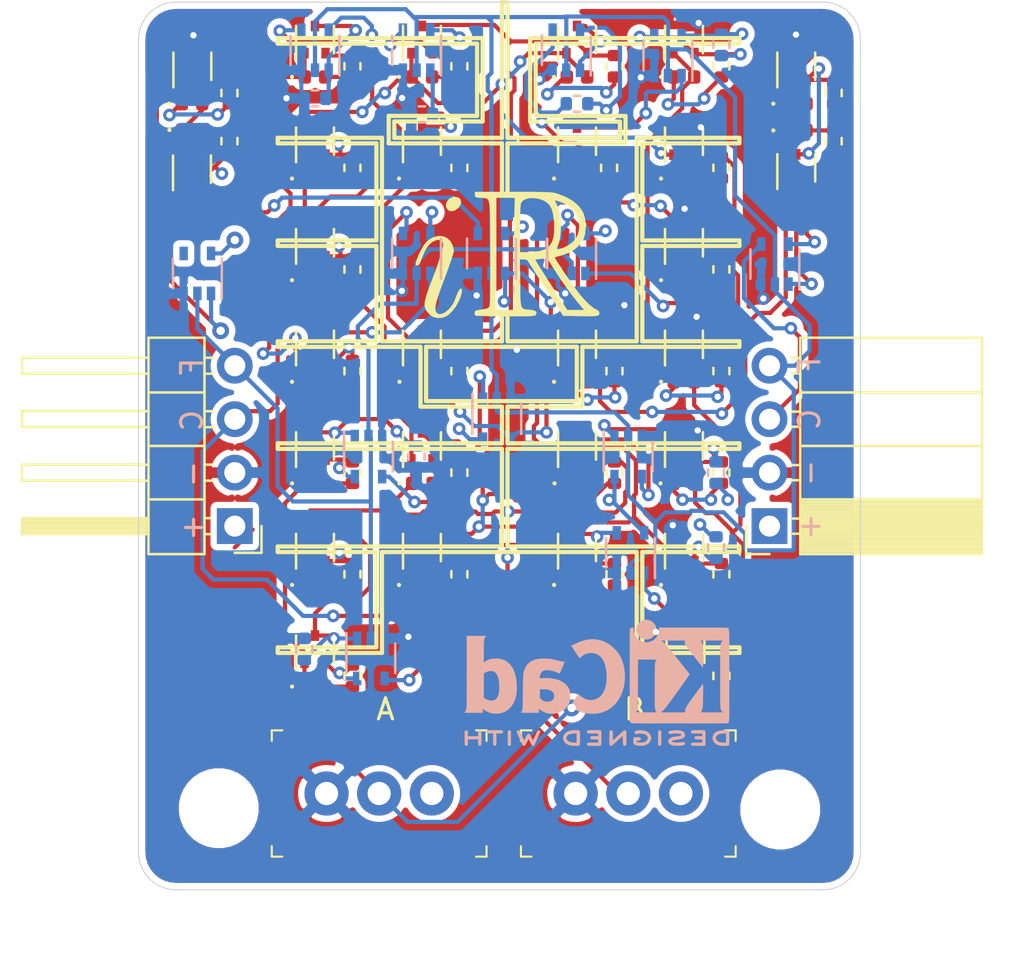
<source format=kicad_pcb>
(kicad_pcb (version 20171130) (host pcbnew 5.1.10)

  (general
    (thickness 1.6)
    (drawings 117)
    (tracks 964)
    (zones 0)
    (modules 114)
    (nets 63)
  )

  (page A4)
  (layers
    (0 F.Cu power)
    (1 In1.Cu signal hide)
    (2 In2.Cu signal hide)
    (31 B.Cu power hide)
    (32 B.Adhes user)
    (33 F.Adhes user)
    (34 B.Paste user)
    (35 F.Paste user)
    (36 B.SilkS user)
    (37 F.SilkS user)
    (38 B.Mask user)
    (39 F.Mask user)
    (40 Dwgs.User user)
    (41 Cmts.User user)
    (42 Eco1.User user)
    (43 Eco2.User user)
    (44 Edge.Cuts user)
    (45 Margin user)
    (46 B.CrtYd user)
    (47 F.CrtYd user)
    (48 B.Fab user)
    (49 F.Fab user)
  )

  (setup
    (last_trace_width 0.2)
    (user_trace_width 0.5)
    (trace_clearance 0.2)
    (zone_clearance 0.3)
    (zone_45_only no)
    (trace_min 0.2)
    (via_size 0.8)
    (via_drill 0.4)
    (via_min_size 0.4)
    (via_min_drill 0.3)
    (user_via 0.6 0.3)
    (uvia_size 0.3)
    (uvia_drill 0.1)
    (uvias_allowed no)
    (uvia_min_size 0.2)
    (uvia_min_drill 0.1)
    (edge_width 0.05)
    (segment_width 0.2)
    (pcb_text_width 0.3)
    (pcb_text_size 1.5 1.5)
    (mod_edge_width 0.12)
    (mod_text_size 1 1)
    (mod_text_width 0.15)
    (pad_size 6.4 6.4)
    (pad_drill 3.2)
    (pad_to_mask_clearance 0)
    (aux_axis_origin 87.63 98.044)
    (grid_origin 87.63 98.044)
    (visible_elements FFFFFF7F)
    (pcbplotparams
      (layerselection 0x010fc_ffffffff)
      (usegerberextensions false)
      (usegerberattributes true)
      (usegerberadvancedattributes true)
      (creategerberjobfile true)
      (excludeedgelayer true)
      (linewidth 0.150000)
      (plotframeref false)
      (viasonmask false)
      (mode 1)
      (useauxorigin false)
      (hpglpennumber 1)
      (hpglpenspeed 20)
      (hpglpendiameter 15.000000)
      (psnegative false)
      (psa4output false)
      (plotreference true)
      (plotvalue true)
      (plotinvisibletext false)
      (padsonsilk false)
      (subtractmaskfromsilk false)
      (outputformat 1)
      (mirror false)
      (drillshape 0)
      (scaleselection 1)
      (outputdirectory "/tmp/adder_gerber"))
  )

  (net 0 "")
  (net 1 GND)
  (net 2 VCC)
  (net 3 /A)
  (net 4 /Cin)
  (net 5 /B)
  (net 6 "Net-(D1-Pad2)")
  (net 7 "Net-(D2-Pad2)")
  (net 8 "Net-(D3-Pad2)")
  (net 9 "Net-(D4-Pad2)")
  (net 10 "Net-(D5-Pad2)")
  (net 11 "Net-(D6-Pad1)")
  (net 12 "Net-(D7-Pad1)")
  (net 13 "Net-(D8-Pad1)")
  (net 14 "Net-(D9-Pad1)")
  (net 15 "Net-(D10-Pad1)")
  (net 16 /Sheet617F1E56/drain)
  (net 17 /Sheet617F49C8/drain)
  (net 18 /Sheet617F77F7/out)
  (net 19 /Sheet617FA69D/drain)
  (net 20 /Sheet617F9D74/out)
  (net 21 /sheet618026B1/out)
  (net 22 /sheet61802BA6/out)
  (net 23 /sheet61801675/drain)
  (net 24 /sheet618020C7/drain)
  (net 25 CK)
  (net 26 "Net-(D11-Pad2)")
  (net 27 /Coutinv)
  (net 28 "Net-(D12-Pad2)")
  (net 29 "Net-(D13-Pad2)")
  (net 30 "Net-(D14-Pad2)")
  (net 31 "Net-(D15-Pad2)")
  (net 32 "Net-(D16-Pad1)")
  (net 33 "Net-(D17-Pad1)")
  (net 34 "Net-(D18-Pad1)")
  (net 35 "Net-(D19-Pad1)")
  (net 36 "Net-(D20-Pad1)")
  (net 37 "Net-(D21-Pad2)")
  (net 38 "Net-(D22-Pad2)")
  (net 39 "Net-(D23-Pad2)")
  (net 40 "Net-(D24-Pad1)")
  (net 41 "Net-(D25-Pad1)")
  (net 42 "Net-(D26-Pad1)")
  (net 43 "Net-(D27-Pad2)")
  (net 44 /Sinv)
  (net 45 "Net-(D28-Pad1)")
  (net 46 /Cout)
  (net 47 /sheet617EA114/drain)
  (net 48 /sheet617EB753/drain)
  (net 49 /sheet617F0BFA/out)
  (net 50 /sheet617EF79C/drain)
  (net 51 /sheet61827E81/out)
  (net 52 /sheet617F3F23/drain)
  (net 53 /sheet6188A621/source)
  (net 54 /sheet6188A621/drain)
  (net 55 /sheet6189E1B4/out)
  (net 56 /sheet6188F5B8/drain)
  (net 57 /sheet618AD770/out)
  (net 58 /sheet6191B1A0/in)
  (net 59 /sheet619022FA/drain)
  (net 60 /sheet61921360/in)
  (net 61 /sheet619022FB/drain)
  (net 62 /sheet6196C11E/drain)

  (net_class Default "This is the default net class."
    (clearance 0.2)
    (trace_width 0.2)
    (via_dia 0.8)
    (via_drill 0.4)
    (uvia_dia 0.3)
    (uvia_drill 0.1)
    (add_net /A)
    (add_net /B)
    (add_net /Cin)
    (add_net /Cout)
    (add_net /Coutinv)
    (add_net /Sheet617F1E56/drain)
    (add_net /Sheet617F49C8/drain)
    (add_net /Sheet617F77F7/out)
    (add_net /Sheet617F9D74/out)
    (add_net /Sheet617FA69D/drain)
    (add_net /Sinv)
    (add_net /sheet617EA114/drain)
    (add_net /sheet617EB753/drain)
    (add_net /sheet617EF79C/drain)
    (add_net /sheet617F0BFA/out)
    (add_net /sheet617F3F23/drain)
    (add_net /sheet61801675/drain)
    (add_net /sheet618020C7/drain)
    (add_net /sheet618026B1/out)
    (add_net /sheet61802BA6/out)
    (add_net /sheet61827E81/out)
    (add_net /sheet6188A621/drain)
    (add_net /sheet6188A621/source)
    (add_net /sheet6188F5B8/drain)
    (add_net /sheet6189E1B4/out)
    (add_net /sheet618AD770/out)
    (add_net /sheet619022FA/drain)
    (add_net /sheet619022FB/drain)
    (add_net /sheet6191B1A0/in)
    (add_net /sheet61921360/in)
    (add_net /sheet6196C11E/drain)
    (add_net CK)
    (add_net GND)
    (add_net "Net-(D1-Pad2)")
    (add_net "Net-(D10-Pad1)")
    (add_net "Net-(D11-Pad2)")
    (add_net "Net-(D12-Pad2)")
    (add_net "Net-(D13-Pad2)")
    (add_net "Net-(D14-Pad2)")
    (add_net "Net-(D15-Pad2)")
    (add_net "Net-(D16-Pad1)")
    (add_net "Net-(D17-Pad1)")
    (add_net "Net-(D18-Pad1)")
    (add_net "Net-(D19-Pad1)")
    (add_net "Net-(D2-Pad2)")
    (add_net "Net-(D20-Pad1)")
    (add_net "Net-(D21-Pad2)")
    (add_net "Net-(D22-Pad2)")
    (add_net "Net-(D23-Pad2)")
    (add_net "Net-(D24-Pad1)")
    (add_net "Net-(D25-Pad1)")
    (add_net "Net-(D26-Pad1)")
    (add_net "Net-(D27-Pad2)")
    (add_net "Net-(D28-Pad1)")
    (add_net "Net-(D3-Pad2)")
    (add_net "Net-(D4-Pad2)")
    (add_net "Net-(D5-Pad2)")
    (add_net "Net-(D6-Pad1)")
    (add_net "Net-(D7-Pad1)")
    (add_net "Net-(D8-Pad1)")
    (add_net "Net-(D9-Pad1)")
    (add_net VCC)
  )

  (module adder:iR (layer F.Cu) (tedit 0) (tstamp 61867C07)
    (at 144.145 89.789)
    (fp_text reference G*** (at 0 0) (layer F.SilkS) hide
      (effects (font (size 1.524 1.524) (thickness 0.3)))
    )
    (fp_text value LOGO (at 0.75 0) (layer F.SilkS) hide
      (effects (font (size 1.524 1.524) (thickness 0.3)))
    )
    (fp_poly (pts (xy -2.345148 -2.721045) (xy -2.244151 -2.639159) (xy -2.204767 -2.520975) (xy -2.231431 -2.381457)
      (xy -2.328579 -2.235573) (xy -2.345267 -2.218266) (xy -2.49102 -2.112579) (xy -2.641541 -2.0712)
      (xy -2.777731 -2.096641) (xy -2.850939 -2.15175) (xy -2.917827 -2.279728) (xy -2.916555 -2.420553)
      (xy -2.857707 -2.55596) (xy -2.751867 -2.667684) (xy -2.609619 -2.737459) (xy -2.503324 -2.751666)
      (xy -2.345148 -2.721045)) (layer F.SilkS) (width 0.01))
    (fp_poly (pts (xy 0.716486 -2.984369) (xy 1.081876 -2.983714) (xy 1.380074 -2.982144) (xy 1.619815 -2.979266)
      (xy 1.809838 -2.974691) (xy 1.958878 -2.968025) (xy 2.075673 -2.958878) (xy 2.168959 -2.946857)
      (xy 2.247474 -2.93157) (xy 2.319955 -2.912628) (xy 2.395137 -2.889637) (xy 2.395747 -2.889443)
      (xy 2.797673 -2.731339) (xy 3.130517 -2.534248) (xy 3.391366 -2.300378) (xy 3.577306 -2.031936)
      (xy 3.606108 -1.97239) (xy 3.671279 -1.760898) (xy 3.705356 -1.504643) (xy 3.708165 -1.233835)
      (xy 3.67953 -0.978683) (xy 3.619277 -0.769396) (xy 3.613153 -0.755685) (xy 3.446079 -0.493373)
      (xy 3.20905 -0.271422) (xy 2.909021 -0.094794) (xy 2.552951 0.031547) (xy 2.487083 0.047727)
      (xy 2.357426 0.082221) (xy 2.269129 0.11444) (xy 2.243667 0.133411) (xy 2.266614 0.181275)
      (xy 2.330106 0.286513) (xy 2.426121 0.437148) (xy 2.546634 0.621205) (xy 2.683622 0.826705)
      (xy 2.829062 1.041673) (xy 2.974931 1.254132) (xy 3.113205 1.452104) (xy 3.235861 1.623614)
      (xy 3.302863 1.7145) (xy 3.526606 1.995161) (xy 3.744819 2.235446) (xy 3.947653 2.42572)
      (xy 4.125259 2.55635) (xy 4.206551 2.598425) (xy 4.313241 2.657174) (xy 4.356306 2.727099)
      (xy 4.360333 2.769867) (xy 4.355597 2.820584) (xy 4.334572 2.858764) (xy 4.287029 2.885932)
      (xy 4.202742 2.903616) (xy 4.071482 2.91334) (xy 3.883022 2.916631) (xy 3.627135 2.915016)
      (xy 3.408557 2.911879) (xy 2.647281 2.899834) (xy 0.927515 0.232834) (xy 0.916223 0.231962)
      (xy 1.320261 0.231962) (xy 1.337596 0.270485) (xy 1.394968 0.369776) (xy 1.486154 0.519692)
      (xy 1.604932 0.710089) (xy 1.745079 0.930823) (xy 1.83188 1.065926) (xy 2.000715 1.327647)
      (xy 2.170379 1.590696) (xy 2.329962 1.838156) (xy 2.468555 2.053108) (xy 2.575247 2.218636)
      (xy 2.598194 2.25425) (xy 2.836832 2.624667) (xy 3.644909 2.624667) (xy 3.351013 2.275417)
      (xy 3.102901 1.965294) (xy 2.830473 1.59764) (xy 2.546812 1.190884) (xy 2.265 0.763453)
      (xy 2.160003 0.597662) (xy 1.88584 0.159604) (xy 1.611079 0.187755) (xy 1.468206 0.204436)
      (xy 1.363192 0.220536) (xy 1.320261 0.231962) (xy 0.916223 0.231962) (xy 0.756951 0.219663)
      (xy 0.586388 0.206492) (xy 0.600111 1.329468) (xy 0.604396 1.687335) (xy 0.609569 1.969754)
      (xy 0.618723 2.185911) (xy 0.634948 2.344997) (xy 0.661335 2.4562) (xy 0.700977 2.528708)
      (xy 0.756964 2.57171) (xy 0.832388 2.594394) (xy 0.930341 2.60595) (xy 1.032204 2.613772)
      (xy 1.223653 2.639228) (xy 1.337538 2.681112) (xy 1.380075 2.743645) (xy 1.357481 2.831048)
      (xy 1.356115 2.833627) (xy 1.340988 2.857518) (xy 1.318052 2.876597) (xy 1.278468 2.891401)
      (xy 1.213398 2.902464) (xy 1.114004 2.910324) (xy 0.971447 2.915513) (xy 0.776888 2.918569)
      (xy 0.52149 2.920027) (xy 0.196413 2.920421) (xy -0.075573 2.920352) (xy -0.411506 2.919132)
      (xy -0.721489 2.915971) (xy -0.995065 2.911136) (xy -1.22178 2.90489) (xy -1.391177 2.897499)
      (xy -1.4928 2.889228) (xy -1.517121 2.883814) (xy -1.555854 2.818246) (xy -1.559454 2.747354)
      (xy -1.544223 2.694741) (xy -1.504509 2.659743) (xy -1.421979 2.634418) (xy -1.278299 2.61082)
      (xy -1.228576 2.603975) (xy -1.06126 2.577891) (xy -0.957545 2.549789) (xy -0.896605 2.511312)
      (xy -0.858237 2.455334) (xy -0.846364 2.41412) (xy -0.836436 2.33745) (xy -0.828356 2.219718)
      (xy -0.82203 2.055321) (xy -0.817362 1.838653) (xy -0.814258 1.564112) (xy -0.812622 1.226093)
      (xy -0.81236 0.818991) (xy -0.813376 0.337202) (xy -0.814994 -0.093759) (xy -0.816903 -0.626033)
      (xy -0.818407 -1.079937) (xy -0.820571 -1.461757) (xy -0.824459 -1.777775) (xy -0.831136 -2.034278)
      (xy -0.841665 -2.237548) (xy -0.857111 -2.393871) (xy -0.878538 -2.509532) (xy -0.907011 -2.590813)
      (xy -0.943595 -2.644001) (xy -0.989352 -2.675379) (xy -1.045349 -2.691232) (xy -1.112648 -2.697843)
      (xy -1.192315 -2.701499) (xy -1.257376 -2.70578) (xy -1.294509 -2.709333) (xy -0.529167 -2.709333)
      (xy -0.529167 2.624667) (xy -0.105833 2.624675) (xy 0.3175 2.624684) (xy 0.3175 0.031759)
      (xy 0.318079 -0.43073) (xy 0.319748 -0.869199) (xy 0.322046 -1.221349) (xy 0.592667 -1.221349)
      (xy 0.592667 -0.127) (xy 0.963083 -0.127661) (xy 1.170804 -0.135099) (xy 1.381913 -0.154163)
      (xy 1.555944 -0.181009) (xy 1.579493 -0.186202) (xy 1.809863 -0.271739) (xy 1.988268 -0.410015)
      (xy 2.11635 -0.604866) (xy 2.195753 -0.860128) (xy 2.228118 -1.17964) (xy 2.21509 -1.567237)
      (xy 2.207273 -1.652349) (xy 2.162661 -1.955488) (xy 2.092962 -2.188952) (xy 1.991497 -2.365705)
      (xy 1.851588 -2.498713) (xy 1.735289 -2.568657) (xy 1.676525 -2.591375) (xy 2.244211 -2.591375)
      (xy 2.350081 -2.360125) (xy 2.451764 -2.085866) (xy 2.512076 -1.788519) (xy 2.534154 -1.44751)
      (xy 2.52916 -1.185333) (xy 2.511202 -0.92536) (xy 2.479309 -0.716261) (xy 2.426506 -0.524532)
      (xy 2.350673 -0.328083) (xy 2.344288 -0.271875) (xy 2.394478 -0.2557) (xy 2.508212 -0.279237)
      (xy 2.619809 -0.315786) (xy 2.833572 -0.41454) (xy 3.034727 -0.548618) (xy 3.195786 -0.697977)
      (xy 3.258673 -0.781559) (xy 3.355556 -1.005201) (xy 3.405073 -1.267905) (xy 3.403136 -1.535966)
      (xy 3.370501 -1.703563) (xy 3.262327 -1.936201) (xy 3.085628 -2.153445) (xy 2.856531 -2.341564)
      (xy 2.59116 -2.486827) (xy 2.360355 -2.563726) (xy 2.244211 -2.591375) (xy 1.676525 -2.591375)
      (xy 1.514041 -2.65419) (xy 1.286423 -2.695566) (xy 1.068915 -2.694615) (xy 0.877993 -2.653167)
      (xy 0.730135 -2.573054) (xy 0.641821 -2.456105) (xy 0.638369 -2.446801) (xy 0.6235 -2.35967)
      (xy 0.611221 -2.195592) (xy 0.601818 -1.962254) (xy 0.59558 -1.667344) (xy 0.592791 -1.318551)
      (xy 0.592667 -1.221349) (xy 0.322046 -1.221349) (xy 0.322404 -1.276127) (xy 0.325946 -1.643993)
      (xy 0.330271 -1.965279) (xy 0.335277 -2.232463) (xy 0.34086 -2.438026) (xy 0.34692 -2.574447)
      (xy 0.353354 -2.634206) (xy 0.353779 -2.63525) (xy 0.363368 -2.667807) (xy 0.345102 -2.689154)
      (xy 0.285636 -2.701626) (xy 0.171627 -2.707558) (xy -0.01027 -2.709285) (xy -0.069554 -2.709333)
      (xy -0.529167 -2.709333) (xy -1.294509 -2.709333) (xy -1.40915 -2.720302) (xy -1.495199 -2.737637)
      (xy -1.534173 -2.767616) (xy -1.544723 -2.820072) (xy -1.545167 -2.8575) (xy -1.545167 -2.9845)
      (xy 0.275167 -2.9845) (xy 0.716486 -2.984369)) (layer F.SilkS) (width 0.01))
    (fp_poly (pts (xy -3.050124 -0.871424) (xy -2.874344 -0.793408) (xy -2.722769 -0.650934) (xy -2.61225 -0.465215)
      (xy -2.55689 -0.265065) (xy -2.556698 -0.144409) (xy -2.577414 -0.059051) (xy -2.62445 0.092844)
      (xy -2.693542 0.298865) (xy -2.78043 0.546598) (xy -2.880849 0.82363) (xy -2.985572 1.104424)
      (xy -3.127401 1.484572) (xy -3.238706 1.795745) (xy -3.321928 2.046954) (xy -3.379512 2.247208)
      (xy -3.4139 2.405517) (xy -3.427534 2.530891) (xy -3.422856 2.63234) (xy -3.413213 2.681806)
      (xy -3.353575 2.780754) (xy -3.249134 2.821964) (xy -3.114783 2.80774) (xy -2.965414 2.740387)
      (xy -2.81592 2.622207) (xy -2.77912 2.583718) (xy -2.680489 2.468823) (xy -2.605265 2.362232)
      (xy -2.540138 2.239967) (xy -2.471796 2.07805) (xy -2.414246 1.926471) (xy -2.337031 1.744528)
      (xy -2.269387 1.642104) (xy -2.225505 1.615266) (xy -2.176863 1.61578) (xy -2.160029 1.656581)
      (xy -2.167905 1.757901) (xy -2.169974 1.773598) (xy -2.228492 2.005113) (xy -2.336539 2.25066)
      (xy -2.480405 2.489499) (xy -2.646381 2.700885) (xy -2.820756 2.864076) (xy -2.939662 2.938141)
      (xy -3.146268 2.998009) (xy -3.362388 2.996878) (xy -3.556652 2.93611) (xy -3.601649 2.909409)
      (xy -3.72494 2.805294) (xy -3.833279 2.681079) (xy -3.840743 2.670316) (xy -3.900796 2.560393)
      (xy -3.932493 2.441198) (xy -3.934266 2.300457) (xy -3.904548 2.125896) (xy -3.841772 1.905243)
      (xy -3.74437 1.626223) (xy -3.688415 1.477275) (xy -3.503501 0.985401) (xy -3.348959 0.559272)
      (xy -3.22552 0.201113) (xy -3.133916 -0.086852) (xy -3.074881 -0.302399) (xy -3.049146 -0.443305)
      (xy -3.048 -0.467359) (xy -3.075518 -0.611048) (xy -3.158872 -0.69164) (xy -3.299265 -0.710009)
      (xy -3.368712 -0.70069) (xy -3.561732 -0.62185) (xy -3.740122 -0.462136) (xy -3.901593 -0.224433)
      (xy -4.043856 0.08837) (xy -4.084454 0.202378) (xy -4.142657 0.359583) (xy -4.192926 0.450962)
      (xy -4.245986 0.493271) (xy -4.275569 0.501068) (xy -4.335842 0.503143) (xy -4.356272 0.470173)
      (xy -4.346433 0.380633) (xy -4.341467 0.352902) (xy -4.294531 0.190566) (xy -4.211676 -0.011368)
      (xy -4.106984 -0.224173) (xy -3.994538 -0.419122) (xy -3.892918 -0.562145) (xy -3.707263 -0.732416)
      (xy -3.493269 -0.843363) (xy -3.268402 -0.891021) (xy -3.050124 -0.871424)) (layer F.SilkS) (width 0.01))
  )

  (module Symbol:KiCad-Logo2_5mm_SilkScreen (layer B.Cu) (tedit 0) (tstamp 61874D8F)
    (at 148.3995 110.109 180)
    (descr "KiCad Logo")
    (tags "Logo KiCad")
    (attr virtual)
    (fp_text reference REF** (at 0 5.08) (layer B.SilkS) hide
      (effects (font (size 1 1) (thickness 0.15)) (justify mirror))
    )
    (fp_text value KiCad-Logo2_5mm_SilkScreen (at 0 -5.08) (layer B.Fab) hide
      (effects (font (size 1 1) (thickness 0.15)) (justify mirror))
    )
    (fp_poly (pts (xy 6.228823 -2.274533) (xy 6.260202 -2.296776) (xy 6.287911 -2.324485) (xy 6.287911 -2.63392)
      (xy 6.287838 -2.725799) (xy 6.287495 -2.79784) (xy 6.286692 -2.85278) (xy 6.285241 -2.89336)
      (xy 6.282952 -2.922317) (xy 6.279636 -2.942391) (xy 6.275105 -2.956321) (xy 6.269169 -2.966845)
      (xy 6.264514 -2.9731) (xy 6.233783 -2.997673) (xy 6.198496 -3.000341) (xy 6.166245 -2.985271)
      (xy 6.155588 -2.976374) (xy 6.148464 -2.964557) (xy 6.144167 -2.945526) (xy 6.141991 -2.914992)
      (xy 6.141228 -2.868662) (xy 6.141155 -2.832871) (xy 6.141155 -2.698045) (xy 5.644444 -2.698045)
      (xy 5.644444 -2.8207) (xy 5.643931 -2.876787) (xy 5.641876 -2.915333) (xy 5.637508 -2.941361)
      (xy 5.630056 -2.959897) (xy 5.621047 -2.9731) (xy 5.590144 -2.997604) (xy 5.555196 -3.000506)
      (xy 5.521738 -2.983089) (xy 5.512604 -2.973959) (xy 5.506152 -2.961855) (xy 5.501897 -2.943001)
      (xy 5.499352 -2.91362) (xy 5.498029 -2.869937) (xy 5.497443 -2.808175) (xy 5.497375 -2.794)
      (xy 5.496891 -2.677631) (xy 5.496641 -2.581727) (xy 5.496723 -2.504177) (xy 5.497231 -2.442869)
      (xy 5.498262 -2.39569) (xy 5.499913 -2.36053) (xy 5.502279 -2.335276) (xy 5.505457 -2.317817)
      (xy 5.509544 -2.306041) (xy 5.514634 -2.297835) (xy 5.520266 -2.291645) (xy 5.552128 -2.271844)
      (xy 5.585357 -2.274533) (xy 5.616735 -2.296776) (xy 5.629433 -2.311126) (xy 5.637526 -2.326978)
      (xy 5.642042 -2.349554) (xy 5.644006 -2.384078) (xy 5.644444 -2.435776) (xy 5.644444 -2.551289)
      (xy 6.141155 -2.551289) (xy 6.141155 -2.432756) (xy 6.141662 -2.378148) (xy 6.143698 -2.341275)
      (xy 6.148035 -2.317307) (xy 6.155447 -2.301415) (xy 6.163733 -2.291645) (xy 6.195594 -2.271844)
      (xy 6.228823 -2.274533)) (layer B.SilkS) (width 0.01))
    (fp_poly (pts (xy 4.963065 -2.269163) (xy 5.041772 -2.269542) (xy 5.102863 -2.270333) (xy 5.148817 -2.27167)
      (xy 5.182114 -2.273683) (xy 5.205236 -2.276506) (xy 5.220662 -2.280269) (xy 5.230871 -2.285105)
      (xy 5.235813 -2.288822) (xy 5.261457 -2.321358) (xy 5.264559 -2.355138) (xy 5.248711 -2.385826)
      (xy 5.238348 -2.398089) (xy 5.227196 -2.40645) (xy 5.211035 -2.411657) (xy 5.185642 -2.414457)
      (xy 5.146798 -2.415596) (xy 5.09028 -2.415821) (xy 5.07918 -2.415822) (xy 4.933244 -2.415822)
      (xy 4.933244 -2.686756) (xy 4.933148 -2.772154) (xy 4.932711 -2.837864) (xy 4.931712 -2.886774)
      (xy 4.929928 -2.921773) (xy 4.927137 -2.945749) (xy 4.923117 -2.961593) (xy 4.917645 -2.972191)
      (xy 4.910666 -2.980267) (xy 4.877734 -3.000112) (xy 4.843354 -2.998548) (xy 4.812176 -2.975906)
      (xy 4.809886 -2.9731) (xy 4.802429 -2.962492) (xy 4.796747 -2.950081) (xy 4.792601 -2.93285)
      (xy 4.78975 -2.907784) (xy 4.787954 -2.871867) (xy 4.786972 -2.822083) (xy 4.786564 -2.755417)
      (xy 4.786489 -2.679589) (xy 4.786489 -2.415822) (xy 4.647127 -2.415822) (xy 4.587322 -2.415418)
      (xy 4.545918 -2.41384) (xy 4.518748 -2.410547) (xy 4.501646 -2.404992) (xy 4.490443 -2.396631)
      (xy 4.489083 -2.395178) (xy 4.472725 -2.361939) (xy 4.474172 -2.324362) (xy 4.492978 -2.291645)
      (xy 4.50025 -2.285298) (xy 4.509627 -2.280266) (xy 4.523609 -2.276396) (xy 4.544696 -2.273537)
      (xy 4.575389 -2.271535) (xy 4.618189 -2.270239) (xy 4.675595 -2.269498) (xy 4.75011 -2.269158)
      (xy 4.844233 -2.269068) (xy 4.86426 -2.269067) (xy 4.963065 -2.269163)) (layer B.SilkS) (width 0.01))
    (fp_poly (pts (xy 4.188614 -2.275877) (xy 4.212327 -2.290647) (xy 4.238978 -2.312227) (xy 4.238978 -2.633773)
      (xy 4.238893 -2.72783) (xy 4.238529 -2.801932) (xy 4.237724 -2.858704) (xy 4.236313 -2.900768)
      (xy 4.234133 -2.930748) (xy 4.231021 -2.951267) (xy 4.226814 -2.964949) (xy 4.221348 -2.974416)
      (xy 4.217472 -2.979082) (xy 4.186034 -2.999575) (xy 4.150233 -2.998739) (xy 4.118873 -2.981264)
      (xy 4.092222 -2.959684) (xy 4.092222 -2.312227) (xy 4.118873 -2.290647) (xy 4.144594 -2.274949)
      (xy 4.1656 -2.269067) (xy 4.188614 -2.275877)) (layer B.SilkS) (width 0.01))
    (fp_poly (pts (xy 3.744665 -2.271034) (xy 3.764255 -2.278035) (xy 3.76501 -2.278377) (xy 3.791613 -2.298678)
      (xy 3.80627 -2.319561) (xy 3.809138 -2.329352) (xy 3.808996 -2.342361) (xy 3.804961 -2.360895)
      (xy 3.796146 -2.387257) (xy 3.781669 -2.423752) (xy 3.760645 -2.472687) (xy 3.732188 -2.536365)
      (xy 3.695415 -2.617093) (xy 3.675175 -2.661216) (xy 3.638625 -2.739985) (xy 3.604315 -2.812423)
      (xy 3.573552 -2.87588) (xy 3.547648 -2.927708) (xy 3.52791 -2.965259) (xy 3.51565 -2.985884)
      (xy 3.513224 -2.988733) (xy 3.482183 -3.001302) (xy 3.447121 -2.999619) (xy 3.419 -2.984332)
      (xy 3.417854 -2.983089) (xy 3.406668 -2.966154) (xy 3.387904 -2.93317) (xy 3.363875 -2.88838)
      (xy 3.336897 -2.836032) (xy 3.327201 -2.816742) (xy 3.254014 -2.67015) (xy 3.17424 -2.829393)
      (xy 3.145767 -2.884415) (xy 3.11935 -2.932132) (xy 3.097148 -2.968893) (xy 3.081319 -2.991044)
      (xy 3.075954 -2.995741) (xy 3.034257 -3.002102) (xy 2.999849 -2.988733) (xy 2.989728 -2.974446)
      (xy 2.972214 -2.942692) (xy 2.948735 -2.896597) (xy 2.92072 -2.839285) (xy 2.889599 -2.77388)
      (xy 2.856799 -2.703507) (xy 2.82375 -2.631291) (xy 2.791881 -2.560355) (xy 2.762619 -2.493825)
      (xy 2.737395 -2.434826) (xy 2.717636 -2.386481) (xy 2.704772 -2.351915) (xy 2.700231 -2.334253)
      (xy 2.700277 -2.333613) (xy 2.711326 -2.311388) (xy 2.73341 -2.288753) (xy 2.73471 -2.287768)
      (xy 2.761853 -2.272425) (xy 2.786958 -2.272574) (xy 2.796368 -2.275466) (xy 2.807834 -2.281718)
      (xy 2.82001 -2.294014) (xy 2.834357 -2.314908) (xy 2.852336 -2.346949) (xy 2.875407 -2.392688)
      (xy 2.90503 -2.454677) (xy 2.931745 -2.511898) (xy 2.96248 -2.578226) (xy 2.990021 -2.637874)
      (xy 3.012938 -2.687725) (xy 3.029798 -2.724664) (xy 3.039173 -2.745573) (xy 3.04054 -2.748845)
      (xy 3.046689 -2.743497) (xy 3.060822 -2.721109) (xy 3.081057 -2.684946) (xy 3.105515 -2.638277)
      (xy 3.115248 -2.619022) (xy 3.148217 -2.554004) (xy 3.173643 -2.506654) (xy 3.193612 -2.474219)
      (xy 3.21021 -2.453946) (xy 3.225524 -2.443082) (xy 3.24164 -2.438875) (xy 3.252143 -2.4384)
      (xy 3.27067 -2.440042) (xy 3.286904 -2.446831) (xy 3.303035 -2.461566) (xy 3.321251 -2.487044)
      (xy 3.343739 -2.526061) (xy 3.372689 -2.581414) (xy 3.388662 -2.612903) (xy 3.41457 -2.663087)
      (xy 3.437167 -2.704704) (xy 3.454458 -2.734242) (xy 3.46445 -2.748189) (xy 3.465809 -2.74877)
      (xy 3.472261 -2.737793) (xy 3.486708 -2.70929) (xy 3.507703 -2.666244) (xy 3.533797 -2.611638)
      (xy 3.563546 -2.548454) (xy 3.57818 -2.517071) (xy 3.61625 -2.436078) (xy 3.646905 -2.373756)
      (xy 3.671737 -2.328071) (xy 3.692337 -2.296989) (xy 3.710298 -2.278478) (xy 3.72721 -2.270504)
      (xy 3.744665 -2.271034)) (layer B.SilkS) (width 0.01))
    (fp_poly (pts (xy 1.018309 -2.269275) (xy 1.147288 -2.273636) (xy 1.256991 -2.286861) (xy 1.349226 -2.309741)
      (xy 1.425802 -2.34307) (xy 1.488527 -2.387638) (xy 1.539212 -2.444236) (xy 1.579663 -2.513658)
      (xy 1.580459 -2.515351) (xy 1.604601 -2.577483) (xy 1.613203 -2.632509) (xy 1.606231 -2.687887)
      (xy 1.583654 -2.751073) (xy 1.579372 -2.760689) (xy 1.550172 -2.816966) (xy 1.517356 -2.860451)
      (xy 1.475002 -2.897417) (xy 1.41719 -2.934135) (xy 1.413831 -2.936052) (xy 1.363504 -2.960227)
      (xy 1.306621 -2.978282) (xy 1.239527 -2.990839) (xy 1.158565 -2.998522) (xy 1.060082 -3.001953)
      (xy 1.025286 -3.002251) (xy 0.859594 -3.002845) (xy 0.836197 -2.9731) (xy 0.829257 -2.963319)
      (xy 0.823842 -2.951897) (xy 0.819765 -2.936095) (xy 0.816837 -2.913175) (xy 0.814867 -2.880396)
      (xy 0.814225 -2.856089) (xy 0.970844 -2.856089) (xy 1.064726 -2.856089) (xy 1.119664 -2.854483)
      (xy 1.17606 -2.850255) (xy 1.222345 -2.844292) (xy 1.225139 -2.84379) (xy 1.307348 -2.821736)
      (xy 1.371114 -2.7886) (xy 1.418452 -2.742847) (xy 1.451382 -2.682939) (xy 1.457108 -2.667061)
      (xy 1.462721 -2.642333) (xy 1.460291 -2.617902) (xy 1.448467 -2.5854) (xy 1.44134 -2.569434)
      (xy 1.418 -2.527006) (xy 1.38988 -2.49724) (xy 1.35894 -2.476511) (xy 1.296966 -2.449537)
      (xy 1.217651 -2.429998) (xy 1.125253 -2.418746) (xy 1.058333 -2.41627) (xy 0.970844 -2.415822)
      (xy 0.970844 -2.856089) (xy 0.814225 -2.856089) (xy 0.813668 -2.835021) (xy 0.81305 -2.774311)
      (xy 0.812825 -2.695526) (xy 0.8128 -2.63392) (xy 0.8128 -2.324485) (xy 0.840509 -2.296776)
      (xy 0.852806 -2.285544) (xy 0.866103 -2.277853) (xy 0.884672 -2.27304) (xy 0.912786 -2.270446)
      (xy 0.954717 -2.26941) (xy 1.014737 -2.26927) (xy 1.018309 -2.269275)) (layer B.SilkS) (width 0.01))
    (fp_poly (pts (xy 0.230343 -2.26926) (xy 0.306701 -2.270174) (xy 0.365217 -2.272311) (xy 0.408255 -2.276175)
      (xy 0.438183 -2.282267) (xy 0.457368 -2.29109) (xy 0.468176 -2.303146) (xy 0.472973 -2.318939)
      (xy 0.474127 -2.33897) (xy 0.474133 -2.341335) (xy 0.473131 -2.363992) (xy 0.468396 -2.381503)
      (xy 0.457333 -2.394574) (xy 0.437348 -2.403913) (xy 0.405846 -2.410227) (xy 0.360232 -2.414222)
      (xy 0.297913 -2.416606) (xy 0.216293 -2.418086) (xy 0.191277 -2.418414) (xy -0.0508 -2.421467)
      (xy -0.054186 -2.486378) (xy -0.057571 -2.551289) (xy 0.110576 -2.551289) (xy 0.176266 -2.551531)
      (xy 0.223172 -2.552556) (xy 0.255083 -2.554811) (xy 0.275791 -2.558742) (xy 0.289084 -2.564798)
      (xy 0.298755 -2.573424) (xy 0.298817 -2.573493) (xy 0.316356 -2.607112) (xy 0.315722 -2.643448)
      (xy 0.297314 -2.674423) (xy 0.293671 -2.677607) (xy 0.280741 -2.685812) (xy 0.263024 -2.691521)
      (xy 0.23657 -2.695162) (xy 0.197432 -2.697167) (xy 0.141662 -2.697964) (xy 0.105994 -2.698045)
      (xy -0.056445 -2.698045) (xy -0.056445 -2.856089) (xy 0.190161 -2.856089) (xy 0.27158 -2.856231)
      (xy 0.33341 -2.856814) (xy 0.378637 -2.858068) (xy 0.410248 -2.860227) (xy 0.431231 -2.863523)
      (xy 0.444573 -2.868189) (xy 0.453261 -2.874457) (xy 0.45545 -2.876733) (xy 0.471614 -2.90828)
      (xy 0.472797 -2.944168) (xy 0.459536 -2.975285) (xy 0.449043 -2.985271) (xy 0.438129 -2.990769)
      (xy 0.421217 -2.995022) (xy 0.395633 -2.99818) (xy 0.358701 -3.000392) (xy 0.307746 -3.001806)
      (xy 0.240094 -3.002572) (xy 0.153069 -3.002838) (xy 0.133394 -3.002845) (xy 0.044911 -3.002787)
      (xy -0.023773 -3.002467) (xy -0.075436 -3.001667) (xy -0.112855 -3.000167) (xy -0.13881 -2.997749)
      (xy -0.156078 -2.994194) (xy -0.167438 -2.989282) (xy -0.175668 -2.982795) (xy -0.180183 -2.978138)
      (xy -0.186979 -2.969889) (xy -0.192288 -2.959669) (xy -0.196294 -2.9448) (xy -0.199179 -2.922602)
      (xy -0.201126 -2.890393) (xy -0.202319 -2.845496) (xy -0.202939 -2.785228) (xy -0.203171 -2.706911)
      (xy -0.2032 -2.640994) (xy -0.203129 -2.548628) (xy -0.202792 -2.476117) (xy -0.202002 -2.420737)
      (xy -0.200574 -2.379765) (xy -0.198321 -2.350478) (xy -0.195057 -2.330153) (xy -0.190596 -2.316066)
      (xy -0.184752 -2.305495) (xy -0.179803 -2.298811) (xy -0.156406 -2.269067) (xy 0.133774 -2.269067)
      (xy 0.230343 -2.26926)) (layer B.SilkS) (width 0.01))
    (fp_poly (pts (xy -1.300114 -2.273448) (xy -1.276548 -2.287273) (xy -1.245735 -2.309881) (xy -1.206078 -2.342338)
      (xy -1.15598 -2.385708) (xy -1.093843 -2.441058) (xy -1.018072 -2.509451) (xy -0.931334 -2.588084)
      (xy -0.750711 -2.751878) (xy -0.745067 -2.532029) (xy -0.743029 -2.456351) (xy -0.741063 -2.399994)
      (xy -0.738734 -2.359706) (xy -0.735606 -2.332235) (xy -0.731245 -2.314329) (xy -0.725216 -2.302737)
      (xy -0.717084 -2.294208) (xy -0.712772 -2.290623) (xy -0.678241 -2.27167) (xy -0.645383 -2.274441)
      (xy -0.619318 -2.290633) (xy -0.592667 -2.312199) (xy -0.589352 -2.627151) (xy -0.588435 -2.719779)
      (xy -0.587968 -2.792544) (xy -0.588113 -2.848161) (xy -0.589032 -2.889342) (xy -0.590887 -2.918803)
      (xy -0.593839 -2.939255) (xy -0.59805 -2.953413) (xy -0.603682 -2.963991) (xy -0.609927 -2.972474)
      (xy -0.623439 -2.988207) (xy -0.636883 -2.998636) (xy -0.652124 -3.002639) (xy -0.671026 -2.999094)
      (xy -0.695455 -2.986879) (xy -0.727273 -2.964871) (xy -0.768348 -2.931949) (xy -0.820542 -2.886991)
      (xy -0.885722 -2.828875) (xy -0.959556 -2.762099) (xy -1.224845 -2.521458) (xy -1.230489 -2.740589)
      (xy -1.232531 -2.816128) (xy -1.234502 -2.872354) (xy -1.236839 -2.912524) (xy -1.239981 -2.939896)
      (xy -1.244364 -2.957728) (xy -1.250424 -2.969279) (xy -1.2586 -2.977807) (xy -1.262784 -2.981282)
      (xy -1.299765 -3.000372) (xy -1.334708 -2.997493) (xy -1.365136 -2.9731) (xy -1.372097 -2.963286)
      (xy -1.377523 -2.951826) (xy -1.381603 -2.935968) (xy -1.384529 -2.912963) (xy -1.386492 -2.880062)
      (xy -1.387683 -2.834516) (xy -1.388292 -2.773573) (xy -1.388511 -2.694486) (xy -1.388534 -2.635956)
      (xy -1.38846 -2.544407) (xy -1.388113 -2.472687) (xy -1.387301 -2.418045) (xy -1.385833 -2.377732)
      (xy -1.383519 -2.348998) (xy -1.380167 -2.329093) (xy -1.375588 -2.315268) (xy -1.369589 -2.304772)
      (xy -1.365136 -2.298811) (xy -1.35385 -2.284691) (xy -1.343301 -2.274029) (xy -1.331893 -2.267892)
      (xy -1.31803 -2.267343) (xy -1.300114 -2.273448)) (layer B.SilkS) (width 0.01))
    (fp_poly (pts (xy -1.950081 -2.274599) (xy -1.881565 -2.286095) (xy -1.828943 -2.303967) (xy -1.794708 -2.327499)
      (xy -1.785379 -2.340924) (xy -1.775893 -2.372148) (xy -1.782277 -2.400395) (xy -1.80243 -2.427182)
      (xy -1.833745 -2.439713) (xy -1.879183 -2.438696) (xy -1.914326 -2.431906) (xy -1.992419 -2.418971)
      (xy -2.072226 -2.417742) (xy -2.161555 -2.428241) (xy -2.186229 -2.43269) (xy -2.269291 -2.456108)
      (xy -2.334273 -2.490945) (xy -2.380461 -2.536604) (xy -2.407145 -2.592494) (xy -2.412663 -2.621388)
      (xy -2.409051 -2.680012) (xy -2.385729 -2.731879) (xy -2.344824 -2.775978) (xy -2.288459 -2.811299)
      (xy -2.21876 -2.836829) (xy -2.137852 -2.851559) (xy -2.04786 -2.854478) (xy -1.95091 -2.844575)
      (xy -1.945436 -2.843641) (xy -1.906875 -2.836459) (xy -1.885494 -2.829521) (xy -1.876227 -2.819227)
      (xy -1.874006 -2.801976) (xy -1.873956 -2.792841) (xy -1.873956 -2.754489) (xy -1.942431 -2.754489)
      (xy -2.0029 -2.750347) (xy -2.044165 -2.737147) (xy -2.068175 -2.71373) (xy -2.076877 -2.678936)
      (xy -2.076983 -2.674394) (xy -2.071892 -2.644654) (xy -2.054433 -2.623419) (xy -2.021939 -2.609366)
      (xy -1.971743 -2.601173) (xy -1.923123 -2.598161) (xy -1.852456 -2.596433) (xy -1.801198 -2.59907)
      (xy -1.766239 -2.6088) (xy -1.74447 -2.628353) (xy -1.73278 -2.660456) (xy -1.72806 -2.707838)
      (xy -1.7272 -2.770071) (xy -1.728609 -2.839535) (xy -1.732848 -2.886786) (xy -1.739936 -2.912012)
      (xy -1.741311 -2.913988) (xy -1.780228 -2.945508) (xy -1.837286 -2.97047) (xy -1.908869 -2.98834)
      (xy -1.991358 -2.998586) (xy -2.081139 -3.000673) (xy -2.174592 -2.994068) (xy -2.229556 -2.985956)
      (xy -2.315766 -2.961554) (xy -2.395892 -2.921662) (xy -2.462977 -2.869887) (xy -2.473173 -2.859539)
      (xy -2.506302 -2.816035) (xy -2.536194 -2.762118) (xy -2.559357 -2.705592) (xy -2.572298 -2.654259)
      (xy -2.573858 -2.634544) (xy -2.567218 -2.593419) (xy -2.549568 -2.542252) (xy -2.524297 -2.488394)
      (xy -2.494789 -2.439195) (xy -2.468719 -2.406334) (xy -2.407765 -2.357452) (xy -2.328969 -2.318545)
      (xy -2.235157 -2.290494) (xy -2.12915 -2.274179) (xy -2.032 -2.270192) (xy -1.950081 -2.274599)) (layer B.SilkS) (width 0.01))
    (fp_poly (pts (xy -2.923822 -2.291645) (xy -2.917242 -2.299218) (xy -2.912079 -2.308987) (xy -2.908164 -2.323571)
      (xy -2.905324 -2.345585) (xy -2.903387 -2.377648) (xy -2.902183 -2.422375) (xy -2.901539 -2.482385)
      (xy -2.901284 -2.560294) (xy -2.901245 -2.635956) (xy -2.901314 -2.729802) (xy -2.901638 -2.803689)
      (xy -2.902386 -2.860232) (xy -2.903732 -2.902049) (xy -2.905846 -2.931757) (xy -2.9089 -2.951973)
      (xy -2.913066 -2.965314) (xy -2.918516 -2.974398) (xy -2.923822 -2.980267) (xy -2.956826 -2.999947)
      (xy -2.991991 -2.998181) (xy -3.023455 -2.976717) (xy -3.030684 -2.968337) (xy -3.036334 -2.958614)
      (xy -3.040599 -2.944861) (xy -3.043673 -2.924389) (xy -3.045752 -2.894512) (xy -3.04703 -2.852541)
      (xy -3.047701 -2.795789) (xy -3.047959 -2.721567) (xy -3.048 -2.637537) (xy -3.048 -2.324485)
      (xy -3.020291 -2.296776) (xy -2.986137 -2.273463) (xy -2.953006 -2.272623) (xy -2.923822 -2.291645)) (layer B.SilkS) (width 0.01))
    (fp_poly (pts (xy -3.691703 -2.270351) (xy -3.616888 -2.275581) (xy -3.547306 -2.28375) (xy -3.487002 -2.29455)
      (xy -3.44002 -2.307673) (xy -3.410406 -2.322813) (xy -3.40586 -2.327269) (xy -3.390054 -2.36185)
      (xy -3.394847 -2.397351) (xy -3.419364 -2.427725) (xy -3.420534 -2.428596) (xy -3.434954 -2.437954)
      (xy -3.450008 -2.442876) (xy -3.471005 -2.443473) (xy -3.503257 -2.439861) (xy -3.552073 -2.432154)
      (xy -3.556 -2.431505) (xy -3.628739 -2.422569) (xy -3.707217 -2.418161) (xy -3.785927 -2.418119)
      (xy -3.859361 -2.422279) (xy -3.922011 -2.430479) (xy -3.96837 -2.442557) (xy -3.971416 -2.443771)
      (xy -4.005048 -2.462615) (xy -4.016864 -2.481685) (xy -4.007614 -2.500439) (xy -3.978047 -2.518337)
      (xy -3.928911 -2.534837) (xy -3.860957 -2.549396) (xy -3.815645 -2.556406) (xy -3.721456 -2.569889)
      (xy -3.646544 -2.582214) (xy -3.587717 -2.594449) (xy -3.541785 -2.607661) (xy -3.505555 -2.622917)
      (xy -3.475838 -2.641285) (xy -3.449442 -2.663831) (xy -3.42823 -2.685971) (xy -3.403065 -2.716819)
      (xy -3.390681 -2.743345) (xy -3.386808 -2.776026) (xy -3.386667 -2.787995) (xy -3.389576 -2.827712)
      (xy -3.401202 -2.857259) (xy -3.421323 -2.883486) (xy -3.462216 -2.923576) (xy -3.507817 -2.954149)
      (xy -3.561513 -2.976203) (xy -3.626692 -2.990735) (xy -3.706744 -2.998741) (xy -3.805057 -3.001218)
      (xy -3.821289 -3.001177) (xy -3.886849 -2.999818) (xy -3.951866 -2.99673) (xy -4.009252 -2.992356)
      (xy -4.051922 -2.98714) (xy -4.055372 -2.986541) (xy -4.097796 -2.976491) (xy -4.13378 -2.963796)
      (xy -4.15415 -2.95219) (xy -4.173107 -2.921572) (xy -4.174427 -2.885918) (xy -4.158085 -2.854144)
      (xy -4.154429 -2.850551) (xy -4.139315 -2.839876) (xy -4.120415 -2.835276) (xy -4.091162 -2.836059)
      (xy -4.055651 -2.840127) (xy -4.01597 -2.843762) (xy -3.960345 -2.846828) (xy -3.895406 -2.849053)
      (xy -3.827785 -2.850164) (xy -3.81 -2.850237) (xy -3.742128 -2.849964) (xy -3.692454 -2.848646)
      (xy -3.65661 -2.845827) (xy -3.630224 -2.84105) (xy -3.608926 -2.833857) (xy -3.596126 -2.827867)
      (xy -3.568 -2.811233) (xy -3.550068 -2.796168) (xy -3.547447 -2.791897) (xy -3.552976 -2.774263)
      (xy -3.57926 -2.757192) (xy -3.624478 -2.741458) (xy -3.686808 -2.727838) (xy -3.705171 -2.724804)
      (xy -3.80109 -2.709738) (xy -3.877641 -2.697146) (xy -3.93778 -2.686111) (xy -3.98446 -2.67572)
      (xy -4.020637 -2.665056) (xy -4.049265 -2.653205) (xy -4.073298 -2.639251) (xy -4.095692 -2.622281)
      (xy -4.119402 -2.601378) (xy -4.12738 -2.594049) (xy -4.155353 -2.566699) (xy -4.17016 -2.545029)
      (xy -4.175952 -2.520232) (xy -4.176889 -2.488983) (xy -4.166575 -2.427705) (xy -4.135752 -2.37564)
      (xy -4.084595 -2.332958) (xy -4.013283 -2.299825) (xy -3.9624 -2.284964) (xy -3.9071 -2.275366)
      (xy -3.840853 -2.269936) (xy -3.767706 -2.268367) (xy -3.691703 -2.270351)) (layer B.SilkS) (width 0.01))
    (fp_poly (pts (xy -4.712794 -2.269146) (xy -4.643386 -2.269518) (xy -4.590997 -2.270385) (xy -4.552847 -2.271946)
      (xy -4.526159 -2.274403) (xy -4.508153 -2.277957) (xy -4.496049 -2.28281) (xy -4.487069 -2.289161)
      (xy -4.483818 -2.292084) (xy -4.464043 -2.323142) (xy -4.460482 -2.358828) (xy -4.473491 -2.39051)
      (xy -4.479506 -2.396913) (xy -4.489235 -2.403121) (xy -4.504901 -2.40791) (xy -4.529408 -2.411514)
      (xy -4.565661 -2.414164) (xy -4.616565 -2.416095) (xy -4.685026 -2.417539) (xy -4.747617 -2.418418)
      (xy -4.995334 -2.421467) (xy -4.998719 -2.486378) (xy -5.002105 -2.551289) (xy -4.833958 -2.551289)
      (xy -4.760959 -2.551919) (xy -4.707517 -2.554553) (xy -4.670628 -2.560309) (xy -4.647288 -2.570304)
      (xy -4.634494 -2.585656) (xy -4.629242 -2.607482) (xy -4.628445 -2.627738) (xy -4.630923 -2.652592)
      (xy -4.640277 -2.670906) (xy -4.659383 -2.683637) (xy -4.691118 -2.691741) (xy -4.738359 -2.696176)
      (xy -4.803983 -2.697899) (xy -4.839801 -2.698045) (xy -5.000978 -2.698045) (xy -5.000978 -2.856089)
      (xy -4.752622 -2.856089) (xy -4.671213 -2.856202) (xy -4.609342 -2.856712) (xy -4.563968 -2.85787)
      (xy -4.532054 -2.85993) (xy -4.510559 -2.863146) (xy -4.496443 -2.867772) (xy -4.486668 -2.874059)
      (xy -4.481689 -2.878667) (xy -4.46461 -2.90556) (xy -4.459111 -2.929467) (xy -4.466963 -2.958667)
      (xy -4.481689 -2.980267) (xy -4.489546 -2.987066) (xy -4.499688 -2.992346) (xy -4.514844 -2.996298)
      (xy -4.537741 -2.999113) (xy -4.571109 -3.000982) (xy -4.617675 -3.002098) (xy -4.680167 -3.002651)
      (xy -4.761314 -3.002833) (xy -4.803422 -3.002845) (xy -4.893598 -3.002765) (xy -4.963924 -3.002398)
      (xy -5.017129 -3.001552) (xy -5.05594 -3.000036) (xy -5.083087 -2.997659) (xy -5.101298 -2.994229)
      (xy -5.1133 -2.989554) (xy -5.121822 -2.983444) (xy -5.125156 -2.980267) (xy -5.131755 -2.97267)
      (xy -5.136927 -2.96287) (xy -5.140846 -2.948239) (xy -5.143684 -2.926152) (xy -5.145615 -2.893982)
      (xy -5.146812 -2.849103) (xy -5.147448 -2.788889) (xy -5.147697 -2.710713) (xy -5.147734 -2.637923)
      (xy -5.1477 -2.544707) (xy -5.147465 -2.471431) (xy -5.14683 -2.415458) (xy -5.145594 -2.374151)
      (xy -5.143556 -2.344872) (xy -5.140517 -2.324984) (xy -5.136277 -2.31185) (xy -5.130635 -2.302832)
      (xy -5.123391 -2.295293) (xy -5.121606 -2.293612) (xy -5.112945 -2.286172) (xy -5.102882 -2.280409)
      (xy -5.088625 -2.276112) (xy -5.067383 -2.273064) (xy -5.036364 -2.271051) (xy -4.992777 -2.26986)
      (xy -4.933831 -2.269275) (xy -4.856734 -2.269083) (xy -4.802001 -2.269067) (xy -4.712794 -2.269146)) (layer B.SilkS) (width 0.01))
    (fp_poly (pts (xy -6.121371 -2.269066) (xy -6.081889 -2.269467) (xy -5.9662 -2.272259) (xy -5.869311 -2.28055)
      (xy -5.787919 -2.295232) (xy -5.718723 -2.317193) (xy -5.65842 -2.347322) (xy -5.603708 -2.38651)
      (xy -5.584167 -2.403532) (xy -5.55175 -2.443363) (xy -5.52252 -2.497413) (xy -5.499991 -2.557323)
      (xy -5.487679 -2.614739) (xy -5.4864 -2.635956) (xy -5.494417 -2.694769) (xy -5.515899 -2.759013)
      (xy -5.546999 -2.819821) (xy -5.583866 -2.86833) (xy -5.589854 -2.874182) (xy -5.640579 -2.915321)
      (xy -5.696125 -2.947435) (xy -5.759696 -2.971365) (xy -5.834494 -2.987953) (xy -5.923722 -2.998041)
      (xy -6.030582 -3.002469) (xy -6.079528 -3.002845) (xy -6.141762 -3.002545) (xy -6.185528 -3.001292)
      (xy -6.214931 -2.998554) (xy -6.234079 -2.993801) (xy -6.247077 -2.986501) (xy -6.254045 -2.980267)
      (xy -6.260626 -2.972694) (xy -6.265788 -2.962924) (xy -6.269703 -2.94834) (xy -6.272543 -2.926326)
      (xy -6.27448 -2.894264) (xy -6.275684 -2.849536) (xy -6.276328 -2.789526) (xy -6.276583 -2.711617)
      (xy -6.276622 -2.635956) (xy -6.27687 -2.535041) (xy -6.276817 -2.454427) (xy -6.275857 -2.415822)
      (xy -6.129867 -2.415822) (xy -6.129867 -2.856089) (xy -6.036734 -2.856004) (xy -5.980693 -2.854396)
      (xy -5.921999 -2.850256) (xy -5.873028 -2.844464) (xy -5.871538 -2.844226) (xy -5.792392 -2.82509)
      (xy -5.731002 -2.795287) (xy -5.684305 -2.752878) (xy -5.654635 -2.706961) (xy -5.636353 -2.656026)
      (xy -5.637771 -2.6082) (xy -5.658988 -2.556933) (xy -5.700489 -2.503899) (xy -5.757998 -2.4646)
      (xy -5.83275 -2.438331) (xy -5.882708 -2.429035) (xy -5.939416 -2.422507) (xy -5.999519 -2.417782)
      (xy -6.050639 -2.415817) (xy -6.053667 -2.415808) (xy -6.129867 -2.415822) (xy -6.275857 -2.415822)
      (xy -6.27526 -2.391851) (xy -6.270998 -2.345055) (xy -6.26283 -2.311778) (xy -6.249556 -2.289759)
      (xy -6.229974 -2.276739) (xy -6.202883 -2.270457) (xy -6.167082 -2.268653) (xy -6.121371 -2.269066)) (layer B.SilkS) (width 0.01))
    (fp_poly (pts (xy -2.273043 2.973429) (xy -2.176768 2.949191) (xy -2.090184 2.906359) (xy -2.015373 2.846581)
      (xy -1.954418 2.771506) (xy -1.909399 2.68278) (xy -1.883136 2.58647) (xy -1.877286 2.489205)
      (xy -1.89214 2.395346) (xy -1.92584 2.307489) (xy -1.976528 2.22823) (xy -2.042345 2.160164)
      (xy -2.121434 2.105888) (xy -2.211934 2.067998) (xy -2.2632 2.055574) (xy -2.307698 2.048053)
      (xy -2.341999 2.045081) (xy -2.37496 2.046906) (xy -2.415434 2.053775) (xy -2.448531 2.06075)
      (xy -2.541947 2.092259) (xy -2.625619 2.143383) (xy -2.697665 2.212571) (xy -2.7562 2.298272)
      (xy -2.770148 2.325511) (xy -2.786586 2.361878) (xy -2.796894 2.392418) (xy -2.80246 2.42455)
      (xy -2.804669 2.465693) (xy -2.804948 2.511778) (xy -2.800861 2.596135) (xy -2.787446 2.665414)
      (xy -2.762256 2.726039) (xy -2.722846 2.784433) (xy -2.684298 2.828698) (xy -2.612406 2.894516)
      (xy -2.537313 2.939947) (xy -2.454562 2.96715) (xy -2.376928 2.977424) (xy -2.273043 2.973429)) (layer B.SilkS) (width 0.01))
    (fp_poly (pts (xy 6.186507 0.527755) (xy 6.186526 0.293338) (xy 6.186552 0.080397) (xy 6.186625 -0.112168)
      (xy 6.186782 -0.285459) (xy 6.187064 -0.440576) (xy 6.187509 -0.57862) (xy 6.188156 -0.700692)
      (xy 6.189045 -0.807894) (xy 6.190213 -0.901326) (xy 6.191701 -0.98209) (xy 6.193546 -1.051286)
      (xy 6.195789 -1.110015) (xy 6.198469 -1.159379) (xy 6.201623 -1.200478) (xy 6.205292 -1.234413)
      (xy 6.209513 -1.262286) (xy 6.214327 -1.285198) (xy 6.219773 -1.304249) (xy 6.225888 -1.32054)
      (xy 6.232712 -1.335173) (xy 6.240285 -1.349249) (xy 6.248645 -1.363868) (xy 6.253839 -1.372974)
      (xy 6.288104 -1.433689) (xy 5.429955 -1.433689) (xy 5.429955 -1.337733) (xy 5.429224 -1.29437)
      (xy 5.427272 -1.261205) (xy 5.424463 -1.243424) (xy 5.423221 -1.241778) (xy 5.411799 -1.248662)
      (xy 5.389084 -1.266505) (xy 5.366385 -1.285879) (xy 5.3118 -1.326614) (xy 5.242321 -1.367617)
      (xy 5.16527 -1.405123) (xy 5.087965 -1.435364) (xy 5.057113 -1.445012) (xy 4.988616 -1.459578)
      (xy 4.905764 -1.469539) (xy 4.816371 -1.474583) (xy 4.728248 -1.474396) (xy 4.649207 -1.468666)
      (xy 4.611511 -1.462858) (xy 4.473414 -1.424797) (xy 4.346113 -1.367073) (xy 4.230292 -1.290211)
      (xy 4.126637 -1.194739) (xy 4.035833 -1.081179) (xy 3.969031 -0.970381) (xy 3.914164 -0.853625)
      (xy 3.872163 -0.734276) (xy 3.842167 -0.608283) (xy 3.823311 -0.471594) (xy 3.814732 -0.320158)
      (xy 3.814006 -0.242711) (xy 3.8161 -0.185934) (xy 4.645217 -0.185934) (xy 4.645424 -0.279002)
      (xy 4.648337 -0.366692) (xy 4.654 -0.443772) (xy 4.662455 -0.505009) (xy 4.665038 -0.51735)
      (xy 4.69684 -0.624633) (xy 4.738498 -0.711658) (xy 4.790363 -0.778642) (xy 4.852781 -0.825805)
      (xy 4.9261 -0.853365) (xy 5.010669 -0.861541) (xy 5.106835 -0.850551) (xy 5.170311 -0.834829)
      (xy 5.219454 -0.816639) (xy 5.273583 -0.790791) (xy 5.314244 -0.767089) (xy 5.3848 -0.720721)
      (xy 5.3848 0.42947) (xy 5.317392 0.473038) (xy 5.238867 0.51396) (xy 5.154681 0.540611)
      (xy 5.069557 0.552535) (xy 4.988216 0.549278) (xy 4.91538 0.530385) (xy 4.883426 0.514816)
      (xy 4.825501 0.471819) (xy 4.776544 0.415047) (xy 4.73539 0.342425) (xy 4.700874 0.251879)
      (xy 4.671833 0.141334) (xy 4.670552 0.135467) (xy 4.660381 0.073212) (xy 4.652739 -0.004594)
      (xy 4.64767 -0.09272) (xy 4.645217 -0.185934) (xy 3.8161 -0.185934) (xy 3.821857 -0.029895)
      (xy 3.843802 0.165941) (xy 3.879786 0.344668) (xy 3.929759 0.506155) (xy 3.993668 0.650274)
      (xy 4.071462 0.776894) (xy 4.163089 0.885885) (xy 4.268497 0.977117) (xy 4.313662 1.008068)
      (xy 4.414611 1.064215) (xy 4.517901 1.103826) (xy 4.627989 1.127986) (xy 4.74933 1.137781)
      (xy 4.841836 1.136735) (xy 4.97149 1.125769) (xy 5.084084 1.103954) (xy 5.182875 1.070286)
      (xy 5.271121 1.023764) (xy 5.319986 0.989552) (xy 5.349353 0.967638) (xy 5.371043 0.952667)
      (xy 5.379253 0.948267) (xy 5.380868 0.959096) (xy 5.382159 0.989749) (xy 5.383138 1.037474)
      (xy 5.383817 1.099521) (xy 5.38421 1.173138) (xy 5.38433 1.255573) (xy 5.384188 1.344075)
      (xy 5.383797 1.435893) (xy 5.383171 1.528276) (xy 5.38232 1.618472) (xy 5.38126 1.703729)
      (xy 5.380001 1.781297) (xy 5.378556 1.848424) (xy 5.376938 1.902359) (xy 5.375161 1.94035)
      (xy 5.374669 1.947333) (xy 5.367092 2.017749) (xy 5.355531 2.072898) (xy 5.337792 2.120019)
      (xy 5.311682 2.166353) (xy 5.305415 2.175933) (xy 5.280983 2.212622) (xy 6.186311 2.212622)
      (xy 6.186507 0.527755)) (layer B.SilkS) (width 0.01))
    (fp_poly (pts (xy 2.673574 1.133448) (xy 2.825492 1.113433) (xy 2.960756 1.079798) (xy 3.080239 1.032275)
      (xy 3.184815 0.970595) (xy 3.262424 0.907035) (xy 3.331265 0.832901) (xy 3.385006 0.753129)
      (xy 3.42791 0.660909) (xy 3.443384 0.617839) (xy 3.456244 0.578858) (xy 3.467446 0.542711)
      (xy 3.47712 0.507566) (xy 3.485396 0.47159) (xy 3.492403 0.43295) (xy 3.498272 0.389815)
      (xy 3.503131 0.340351) (xy 3.50711 0.282727) (xy 3.51034 0.215109) (xy 3.512949 0.135666)
      (xy 3.515067 0.042564) (xy 3.516824 -0.066027) (xy 3.518349 -0.191942) (xy 3.519772 -0.337012)
      (xy 3.521025 -0.479778) (xy 3.522351 -0.635968) (xy 3.523556 -0.771239) (xy 3.524766 -0.887246)
      (xy 3.526106 -0.985645) (xy 3.5277 -1.068093) (xy 3.529675 -1.136246) (xy 3.532156 -1.19176)
      (xy 3.535269 -1.236292) (xy 3.539138 -1.271498) (xy 3.543889 -1.299034) (xy 3.549648 -1.320556)
      (xy 3.556539 -1.337722) (xy 3.564689 -1.352186) (xy 3.574223 -1.365606) (xy 3.585266 -1.379638)
      (xy 3.589566 -1.385071) (xy 3.605386 -1.40791) (xy 3.612422 -1.423463) (xy 3.612444 -1.423922)
      (xy 3.601567 -1.426121) (xy 3.570582 -1.428147) (xy 3.521957 -1.429942) (xy 3.458163 -1.431451)
      (xy 3.381669 -1.432616) (xy 3.294944 -1.43338) (xy 3.200457 -1.433686) (xy 3.18955 -1.433689)
      (xy 2.766657 -1.433689) (xy 2.763395 -1.337622) (xy 2.760133 -1.241556) (xy 2.698044 -1.292543)
      (xy 2.600714 -1.360057) (xy 2.490813 -1.414749) (xy 2.404349 -1.444978) (xy 2.335278 -1.459666)
      (xy 2.251925 -1.469659) (xy 2.162159 -1.474646) (xy 2.073845 -1.474313) (xy 1.994851 -1.468351)
      (xy 1.958622 -1.462638) (xy 1.818603 -1.424776) (xy 1.692178 -1.369932) (xy 1.58026 -1.298924)
      (xy 1.483762 -1.212568) (xy 1.4036 -1.111679) (xy 1.340687 -0.997076) (xy 1.296312 -0.870984)
      (xy 1.283978 -0.814401) (xy 1.276368 -0.752202) (xy 1.272739 -0.677363) (xy 1.272245 -0.643467)
      (xy 1.27231 -0.640282) (xy 2.032248 -0.640282) (xy 2.041541 -0.715333) (xy 2.069728 -0.77916)
      (xy 2.118197 -0.834798) (xy 2.123254 -0.839211) (xy 2.171548 -0.874037) (xy 2.223257 -0.89662)
      (xy 2.283989 -0.90854) (xy 2.359352 -0.911383) (xy 2.377459 -0.910978) (xy 2.431278 -0.908325)
      (xy 2.471308 -0.902909) (xy 2.506324 -0.892745) (xy 2.545103 -0.87585) (xy 2.555745 -0.870672)
      (xy 2.616396 -0.834844) (xy 2.663215 -0.792212) (xy 2.675952 -0.776973) (xy 2.720622 -0.720462)
      (xy 2.720622 -0.524586) (xy 2.720086 -0.445939) (xy 2.718396 -0.387988) (xy 2.715428 -0.348875)
      (xy 2.711057 -0.326741) (xy 2.706972 -0.320274) (xy 2.691047 -0.317111) (xy 2.657264 -0.314488)
      (xy 2.61034 -0.312655) (xy 2.554993 -0.311857) (xy 2.546106 -0.311842) (xy 2.42533 -0.317096)
      (xy 2.32266 -0.333263) (xy 2.236106 -0.360961) (xy 2.163681 -0.400808) (xy 2.108751 -0.447758)
      (xy 2.064204 -0.505645) (xy 2.03948 -0.568693) (xy 2.032248 -0.640282) (xy 1.27231 -0.640282)
      (xy 1.274178 -0.549712) (xy 1.282522 -0.470812) (xy 1.298768 -0.39959) (xy 1.324405 -0.328864)
      (xy 1.348401 -0.276493) (xy 1.40702 -0.181196) (xy 1.485117 -0.09317) (xy 1.580315 -0.014017)
      (xy 1.690238 0.05466) (xy 1.81251 0.111259) (xy 1.944755 0.154179) (xy 2.009422 0.169118)
      (xy 2.145604 0.191223) (xy 2.294049 0.205806) (xy 2.445505 0.212187) (xy 2.572064 0.210555)
      (xy 2.73395 0.203776) (xy 2.72653 0.262755) (xy 2.707238 0.361908) (xy 2.676104 0.442628)
      (xy 2.632269 0.505534) (xy 2.574871 0.551244) (xy 2.503048 0.580378) (xy 2.415941 0.593553)
      (xy 2.312686 0.591389) (xy 2.274711 0.587388) (xy 2.13352 0.56222) (xy 1.996707 0.521186)
      (xy 1.902178 0.483185) (xy 1.857018 0.46381) (xy 1.818585 0.44824) (xy 1.792234 0.438595)
      (xy 1.784546 0.436548) (xy 1.774802 0.445626) (xy 1.758083 0.474595) (xy 1.734232 0.523783)
      (xy 1.703093 0.593516) (xy 1.664507 0.684121) (xy 1.65791 0.699911) (xy 1.627853 0.772228)
      (xy 1.600874 0.837575) (xy 1.578136 0.893094) (xy 1.560806 0.935928) (xy 1.550048 0.963219)
      (xy 1.546941 0.972058) (xy 1.55694 0.976813) (xy 1.583217 0.98209) (xy 1.611489 0.985769)
      (xy 1.641646 0.990526) (xy 1.689433 0.999972) (xy 1.750612 1.01318) (xy 1.820946 1.029224)
      (xy 1.896194 1.04718) (xy 1.924755 1.054203) (xy 2.029816 1.079791) (xy 2.11748 1.099853)
      (xy 2.192068 1.115031) (xy 2.257903 1.125965) (xy 2.319307 1.133296) (xy 2.380602 1.137665)
      (xy 2.44611 1.139713) (xy 2.504128 1.140111) (xy 2.673574 1.133448)) (layer B.SilkS) (width 0.01))
    (fp_poly (pts (xy 0.328429 2.050929) (xy 0.48857 2.029755) (xy 0.65251 1.989615) (xy 0.822313 1.930111)
      (xy 1.000043 1.850846) (xy 1.01131 1.845301) (xy 1.069005 1.817275) (xy 1.120552 1.793198)
      (xy 1.162191 1.774751) (xy 1.190162 1.763614) (xy 1.199733 1.761067) (xy 1.21895 1.756059)
      (xy 1.223561 1.751853) (xy 1.218458 1.74142) (xy 1.202418 1.715132) (xy 1.177288 1.675743)
      (xy 1.144914 1.626009) (xy 1.107143 1.568685) (xy 1.065822 1.506524) (xy 1.022798 1.442282)
      (xy 0.979917 1.378715) (xy 0.939026 1.318575) (xy 0.901971 1.26462) (xy 0.8706 1.219603)
      (xy 0.846759 1.186279) (xy 0.832294 1.167403) (xy 0.830309 1.165213) (xy 0.820191 1.169862)
      (xy 0.79785 1.187038) (xy 0.76728 1.21356) (xy 0.751536 1.228036) (xy 0.655047 1.303318)
      (xy 0.548336 1.358759) (xy 0.432832 1.393859) (xy 0.309962 1.40812) (xy 0.240561 1.406949)
      (xy 0.119423 1.389788) (xy 0.010205 1.353906) (xy -0.087418 1.299041) (xy -0.173772 1.22493)
      (xy -0.249185 1.131312) (xy -0.313982 1.017924) (xy -0.351399 0.931333) (xy -0.395252 0.795634)
      (xy -0.427572 0.64815) (xy -0.448443 0.492686) (xy -0.457949 0.333044) (xy -0.456173 0.173027)
      (xy -0.443197 0.016439) (xy -0.419106 -0.132918) (xy -0.383982 -0.27124) (xy -0.337908 -0.394724)
      (xy -0.321627 -0.428978) (xy -0.25338 -0.543064) (xy -0.172921 -0.639557) (xy -0.08143 -0.71767)
      (xy 0.019911 -0.776617) (xy 0.12992 -0.815612) (xy 0.247415 -0.833868) (xy 0.288883 -0.835211)
      (xy 0.410441 -0.82429) (xy 0.530878 -0.791474) (xy 0.648666 -0.737439) (xy 0.762277 -0.662865)
      (xy 0.853685 -0.584539) (xy 0.900215 -0.540008) (xy 1.081483 -0.837271) (xy 1.12658 -0.911433)
      (xy 1.167819 -0.979646) (xy 1.203735 -1.039459) (xy 1.232866 -1.08842) (xy 1.25375 -1.124079)
      (xy 1.264924 -1.143984) (xy 1.266375 -1.147079) (xy 1.258146 -1.156718) (xy 1.232567 -1.173999)
      (xy 1.192873 -1.197283) (xy 1.142297 -1.224934) (xy 1.084074 -1.255315) (xy 1.021437 -1.28679)
      (xy 0.957621 -1.317722) (xy 0.89586 -1.346473) (xy 0.839388 -1.371408) (xy 0.791438 -1.390889)
      (xy 0.767986 -1.399318) (xy 0.634221 -1.437133) (xy 0.496327 -1.462136) (xy 0.348622 -1.47514)
      (xy 0.221833 -1.477468) (xy 0.153878 -1.476373) (xy 0.088277 -1.474275) (xy 0.030847 -1.471434)
      (xy -0.012597 -1.468106) (xy -0.026702 -1.466422) (xy -0.165716 -1.437587) (xy -0.307243 -1.392468)
      (xy -0.444725 -1.33375) (xy -0.571606 -1.26412) (xy -0.649111 -1.211441) (xy -0.776519 -1.103239)
      (xy -0.894822 -0.976671) (xy -1.001828 -0.834866) (xy -1.095348 -0.680951) (xy -1.17319 -0.518053)
      (xy -1.217044 -0.400756) (xy -1.267292 -0.217128) (xy -1.300791 -0.022581) (xy -1.317551 0.178675)
      (xy -1.317584 0.382432) (xy -1.300899 0.584479) (xy -1.267507 0.780608) (xy -1.21742 0.966609)
      (xy -1.213603 0.978197) (xy -1.150719 1.14025) (xy -1.073972 1.288168) (xy -0.980758 1.426135)
      (xy -0.868473 1.558339) (xy -0.824608 1.603601) (xy -0.688466 1.727543) (xy -0.548509 1.830085)
      (xy -0.402589 1.912344) (xy -0.248558 1.975436) (xy -0.084268 2.020477) (xy 0.011289 2.037967)
      (xy 0.170023 2.053534) (xy 0.328429 2.050929)) (layer B.SilkS) (width 0.01))
    (fp_poly (pts (xy -2.9464 2.510946) (xy -2.935535 2.397007) (xy -2.903918 2.289384) (xy -2.853015 2.190385)
      (xy -2.784293 2.102316) (xy -2.699219 2.027484) (xy -2.602232 1.969616) (xy -2.495964 1.929995)
      (xy -2.38895 1.911427) (xy -2.2833 1.912566) (xy -2.181125 1.93207) (xy -2.084534 1.968594)
      (xy -1.995638 2.020795) (xy -1.916546 2.087327) (xy -1.849369 2.166848) (xy -1.796217 2.258013)
      (xy -1.759199 2.359477) (xy -1.740427 2.469898) (xy -1.738489 2.519794) (xy -1.738489 2.607733)
      (xy -1.68656 2.607733) (xy -1.650253 2.604889) (xy -1.623355 2.593089) (xy -1.596249 2.569351)
      (xy -1.557867 2.530969) (xy -1.557867 0.339398) (xy -1.557876 0.077261) (xy -1.557908 -0.163241)
      (xy -1.557972 -0.383048) (xy -1.558076 -0.583101) (xy -1.558227 -0.764344) (xy -1.558434 -0.927716)
      (xy -1.558706 -1.07416) (xy -1.55905 -1.204617) (xy -1.559474 -1.320029) (xy -1.559987 -1.421338)
      (xy -1.560597 -1.509484) (xy -1.561312 -1.58541) (xy -1.56214 -1.650057) (xy -1.563089 -1.704367)
      (xy -1.564167 -1.74928) (xy -1.565383 -1.78574) (xy -1.566745 -1.814687) (xy -1.568261 -1.837063)
      (xy -1.569938 -1.853809) (xy -1.571786 -1.865868) (xy -1.573813 -1.87418) (xy -1.576025 -1.879687)
      (xy -1.577108 -1.881537) (xy -1.581271 -1.888549) (xy -1.584805 -1.894996) (xy -1.588635 -1.9009)
      (xy -1.593682 -1.906286) (xy -1.600871 -1.911178) (xy -1.611123 -1.915598) (xy -1.625364 -1.919572)
      (xy -1.644514 -1.923121) (xy -1.669499 -1.92627) (xy -1.70124 -1.929042) (xy -1.740662 -1.931461)
      (xy -1.788686 -1.933551) (xy -1.846237 -1.935335) (xy -1.914237 -1.936837) (xy -1.99361 -1.93808)
      (xy -2.085279 -1.939089) (xy -2.190166 -1.939885) (xy -2.309196 -1.940494) (xy -2.44329 -1.940939)
      (xy -2.593373 -1.941243) (xy -2.760367 -1.94143) (xy -2.945196 -1.941524) (xy -3.148783 -1.941548)
      (xy -3.37205 -1.941525) (xy -3.615922 -1.94148) (xy -3.881321 -1.941437) (xy -3.919704 -1.941432)
      (xy -4.186682 -1.941389) (xy -4.432002 -1.941318) (xy -4.656583 -1.941213) (xy -4.861345 -1.941066)
      (xy -5.047206 -1.940869) (xy -5.215088 -1.940616) (xy -5.365908 -1.9403) (xy -5.500587 -1.939913)
      (xy -5.620044 -1.939447) (xy -5.725199 -1.938897) (xy -5.816971 -1.938253) (xy -5.896279 -1.937511)
      (xy -5.964043 -1.936661) (xy -6.021182 -1.935697) (xy -6.068617 -1.934611) (xy -6.107266 -1.933397)
      (xy -6.138049 -1.932047) (xy -6.161885 -1.930555) (xy -6.179694 -1.928911) (xy -6.192395 -1.927111)
      (xy -6.200908 -1.925145) (xy -6.205266 -1.923477) (xy -6.213728 -1.919906) (xy -6.221497 -1.91727)
      (xy -6.228602 -1.914634) (xy -6.235073 -1.911062) (xy -6.240939 -1.905621) (xy -6.246229 -1.897375)
      (xy -6.250974 -1.88539) (xy -6.255202 -1.868731) (xy -6.258943 -1.846463) (xy -6.262227 -1.817652)
      (xy -6.265083 -1.781363) (xy -6.26754 -1.736661) (xy -6.269629 -1.682611) (xy -6.271378 -1.618279)
      (xy -6.272817 -1.54273) (xy -6.273976 -1.45503) (xy -6.274883 -1.354243) (xy -6.275569 -1.239434)
      (xy -6.276063 -1.10967) (xy -6.276395 -0.964015) (xy -6.276593 -0.801535) (xy -6.276687 -0.621295)
      (xy -6.276708 -0.42236) (xy -6.276685 -0.203796) (xy -6.276646 0.035332) (xy -6.276622 0.29596)
      (xy -6.276622 0.338111) (xy -6.276636 0.601008) (xy -6.276661 0.842268) (xy -6.276671 1.062835)
      (xy -6.276642 1.263648) (xy -6.276548 1.445651) (xy -6.276362 1.609784) (xy -6.276059 1.756989)
      (xy -6.275614 1.888208) (xy -6.275034 1.998133) (xy -5.972197 1.998133) (xy -5.932407 1.940289)
      (xy -5.921236 1.924521) (xy -5.911166 1.910559) (xy -5.902138 1.897216) (xy -5.894097 1.883307)
      (xy -5.886986 1.867644) (xy -5.880747 1.849042) (xy -5.875325 1.826314) (xy -5.870662 1.798273)
      (xy -5.866701 1.763733) (xy -5.863385 1.721508) (xy -5.860659 1.670411) (xy -5.858464 1.609256)
      (xy -5.856745 1.536856) (xy -5.855444 1.452025) (xy -5.854505 1.353578) (xy -5.85387 1.240326)
      (xy -5.853484 1.111084) (xy -5.853288 0.964666) (xy -5.853227 0.799884) (xy -5.853243 0.615553)
      (xy -5.85328 0.410487) (xy -5.853289 0.287867) (xy -5.853265 0.070918) (xy -5.853231 -0.124642)
      (xy -5.853243 -0.299999) (xy -5.853358 -0.456341) (xy -5.85363 -0.594857) (xy -5.854118 -0.716734)
      (xy -5.854876 -0.82316) (xy -5.855962 -0.915322) (xy -5.857431 -0.994409) (xy -5.85934 -1.061608)
      (xy -5.861744 -1.118107) (xy -5.864701 -1.165093) (xy -5.868266 -1.203755) (xy -5.872495 -1.23528)
      (xy -5.877446 -1.260855) (xy -5.883173 -1.28167) (xy -5.889733 -1.298911) (xy -5.897183 -1.313765)
      (xy -5.905579 -1.327422) (xy -5.914976 -1.341069) (xy -5.925432 -1.355893) (xy -5.931523 -1.364783)
      (xy -5.970296 -1.4224) (xy -5.438732 -1.4224) (xy -5.315483 -1.422365) (xy -5.212987 -1.422215)
      (xy -5.12942 -1.421878) (xy -5.062956 -1.421286) (xy -5.011771 -1.420367) (xy -4.974041 -1.419051)
      (xy -4.94794 -1.417269) (xy -4.931644 -1.414951) (xy -4.923328 -1.412026) (xy -4.921168 -1.408424)
      (xy -4.923339 -1.404075) (xy -4.924535 -1.402645) (xy -4.949685 -1.365573) (xy -4.975583 -1.312772)
      (xy -4.999192 -1.25077) (xy -5.007461 -1.224357) (xy -5.012078 -1.206416) (xy -5.015979 -1.185355)
      (xy -5.019248 -1.159089) (xy -5.021966 -1.125532) (xy -5.024215 -1.082599) (xy -5.026077 -1.028204)
      (xy -5.027636 -0.960262) (xy -5.028972 -0.876688) (xy -5.030169 -0.775395) (xy -5.031308 -0.6543)
      (xy -5.031685 -0.6096) (xy -5.032702 -0.484449) (xy -5.03346 -0.380082) (xy -5.033903 -0.294707)
      (xy -5.03397 -0.226533) (xy -5.033605 -0.173765) (xy -5.032748 -0.134614) (xy -5.031341 -0.107285)
      (xy -5.029325 -0.089986) (xy -5.026643 -0.080926) (xy -5.023236 -0.078312) (xy -5.019044 -0.080351)
      (xy -5.014571 -0.084667) (xy -5.004216 -0.097602) (xy -4.982158 -0.126676) (xy -4.949957 -0.169759)
      (xy -4.909174 -0.224718) (xy -4.86137 -0.289423) (xy -4.808105 -0.361742) (xy -4.75094 -0.439544)
      (xy -4.691437 -0.520698) (xy -4.631155 -0.603072) (xy -4.571655 -0.684536) (xy -4.514498 -0.762957)
      (xy -4.461245 -0.836204) (xy -4.413457 -0.902147) (xy -4.372693 -0.958654) (xy -4.340516 -1.003593)
      (xy -4.318485 -1.034834) (xy -4.313917 -1.041466) (xy -4.290996 -1.078369) (xy -4.264188 -1.126359)
      (xy -4.238789 -1.175897) (xy -4.235568 -1.182577) (xy -4.21389 -1.230772) (xy -4.201304 -1.268334)
      (xy -4.195574 -1.30416) (xy -4.194456 -1.3462) (xy -4.19509 -1.4224) (xy -3.040651 -1.4224)
      (xy -3.131815 -1.328669) (xy -3.178612 -1.278775) (xy -3.228899 -1.222295) (xy -3.274944 -1.168026)
      (xy -3.295369 -1.142673) (xy -3.325807 -1.103128) (xy -3.365862 -1.049916) (xy -3.414361 -0.984667)
      (xy -3.470135 -0.909011) (xy -3.532011 -0.824577) (xy -3.598819 -0.732994) (xy -3.669387 -0.635892)
      (xy -3.742545 -0.534901) (xy -3.817121 -0.43165) (xy -3.891944 -0.327768) (xy -3.965843 -0.224885)
      (xy -4.037646 -0.124631) (xy -4.106184 -0.028636) (xy -4.170284 0.061473) (xy -4.228775 0.144064)
      (xy -4.280486 0.217508) (xy -4.324247 0.280176) (xy -4.358885 0.330439) (xy -4.38323 0.366666)
      (xy -4.396111 0.387229) (xy -4.397869 0.391332) (xy -4.38991 0.402658) (xy -4.369115 0.429838)
      (xy -4.336847 0.471171) (xy -4.29447 0.524956) (xy -4.243347 0.589494) (xy -4.184841 0.663082)
      (xy -4.120314 0.744022) (xy -4.051131 0.830612) (xy -3.978653 0.921152) (xy -3.904246 1.01394)
      (xy -3.844517 1.088298) (xy -2.833511 1.088298) (xy -2.827602 1.075341) (xy -2.813272 1.053092)
      (xy -2.812225 1.051609) (xy -2.793438 1.021456) (xy -2.773791 0.984625) (xy -2.769892 0.976489)
      (xy -2.766356 0.96806) (xy -2.76323 0.957941) (xy -2.760486 0.94474) (xy -2.758092 0.927062)
      (xy -2.756019 0.903516) (xy -2.754235 0.872707) (xy -2.752712 0.833243) (xy -2.751419 0.783731)
      (xy -2.750326 0.722777) (xy -2.749403 0.648989) (xy -2.748619 0.560972) (xy -2.747945 0.457335)
      (xy -2.74735 0.336684) (xy -2.746805 0.197626) (xy -2.746279 0.038768) (xy -2.745745 -0.140089)
      (xy -2.745206 -0.325207) (xy -2.744772 -0.489145) (xy -2.744509 -0.633303) (xy -2.744484 -0.759079)
      (xy -2.744765 -0.867871) (xy -2.745419 -0.961077) (xy -2.746514 -1.040097) (xy -2.748118 -1.106328)
      (xy -2.750297 -1.16117) (xy -2.753119 -1.206021) (xy -2.756651 -1.242278) (xy -2.760961 -1.271341)
      (xy -2.766117 -1.294609) (xy -2.772185 -1.313479) (xy -2.779233 -1.329351) (xy -2.787329 -1.343622)
      (xy -2.79654 -1.357691) (xy -2.80504 -1.370158) (xy -2.822176 -1.396452) (xy -2.832322 -1.414037)
      (xy -2.833511 -1.417257) (xy -2.822604 -1.418334) (xy -2.791411 -1.419335) (xy -2.742223 -1.420235)
      (xy -2.677333 -1.42101) (xy -2.59903 -1.421637) (xy -2.509607 -1.422091) (xy -2.411356 -1.422349)
      (xy -2.342445 -1.4224) (xy -2.237452 -1.42218) (xy -2.14061 -1.421548) (xy -2.054107 -1.420549)
      (xy -1.980132 -1.419227) (xy -1.920874 -1.417626) (xy -1.87852 -1.415791) (xy -1.85526 -1.413765)
      (xy -1.851378 -1.412493) (xy -1.859076 -1.397591) (xy -1.867074 -1.38956) (xy -1.880246 -1.372434)
      (xy -1.897485 -1.342183) (xy -1.909407 -1.317622) (xy -1.936045 -1.258711) (xy -1.93912 -0.081845)
      (xy -1.942195 1.095022) (xy -2.387853 1.095022) (xy -2.48567 1.094858) (xy -2.576064 1.094389)
      (xy -2.65663 1.093653) (xy -2.724962 1.092684) (xy -2.778656 1.09152) (xy -2.815305 1.090197)
      (xy -2.832504 1.088751) (xy -2.833511 1.088298) (xy -3.844517 1.088298) (xy -3.82927 1.107278)
      (xy -3.75509 1.199463) (xy -3.683069 1.288796) (xy -3.614569 1.373576) (xy -3.550955 1.452102)
      (xy -3.493588 1.522674) (xy -3.443833 1.583591) (xy -3.403052 1.633153) (xy -3.385888 1.653822)
      (xy -3.299596 1.754484) (xy -3.222997 1.837741) (xy -3.154183 1.905562) (xy -3.091248 1.959911)
      (xy -3.081867 1.967278) (xy -3.042356 1.997883) (xy -4.174116 1.998133) (xy -4.168827 1.950156)
      (xy -4.17213 1.892812) (xy -4.193661 1.824537) (xy -4.233635 1.744788) (xy -4.278943 1.672505)
      (xy -4.295161 1.64986) (xy -4.323214 1.612304) (xy -4.36143 1.561979) (xy -4.408137 1.501027)
      (xy -4.461661 1.431589) (xy -4.520331 1.355806) (xy -4.582475 1.27582) (xy -4.646421 1.193772)
      (xy -4.710495 1.111804) (xy -4.773027 1.032057) (xy -4.832343 0.956673) (xy -4.886771 0.887793)
      (xy -4.934639 0.827558) (xy -4.974275 0.778111) (xy -5.004006 0.741592) (xy -5.022161 0.720142)
      (xy -5.02522 0.716844) (xy -5.028079 0.724851) (xy -5.030293 0.755145) (xy -5.031857 0.807444)
      (xy -5.032767 0.881469) (xy -5.03302 0.976937) (xy -5.032613 1.093566) (xy -5.031704 1.213555)
      (xy -5.030382 1.345667) (xy -5.028857 1.457406) (xy -5.026881 1.550975) (xy -5.024206 1.628581)
      (xy -5.020582 1.692426) (xy -5.015761 1.744717) (xy -5.009494 1.787656) (xy -5.001532 1.823449)
      (xy -4.991627 1.8543) (xy -4.979531 1.882414) (xy -4.964993 1.909995) (xy -4.950311 1.935034)
      (xy -4.912314 1.998133) (xy -5.972197 1.998133) (xy -6.275034 1.998133) (xy -6.275001 2.004383)
      (xy -6.274195 2.106456) (xy -6.27317 2.195367) (xy -6.2719 2.272059) (xy -6.27036 2.337473)
      (xy -6.268524 2.392551) (xy -6.266367 2.438235) (xy -6.263863 2.475466) (xy -6.260987 2.505187)
      (xy -6.257713 2.528338) (xy -6.254015 2.545861) (xy -6.249869 2.558699) (xy -6.245247 2.567792)
      (xy -6.240126 2.574082) (xy -6.234478 2.578512) (xy -6.228279 2.582022) (xy -6.221504 2.585555)
      (xy -6.215508 2.589124) (xy -6.210275 2.5917) (xy -6.202099 2.594028) (xy -6.189886 2.596122)
      (xy -6.172541 2.597993) (xy -6.148969 2.599653) (xy -6.118077 2.601116) (xy -6.078768 2.602392)
      (xy -6.02995 2.603496) (xy -5.970527 2.604439) (xy -5.899404 2.605233) (xy -5.815488 2.605891)
      (xy -5.717683 2.606425) (xy -5.604894 2.606847) (xy -5.476029 2.607171) (xy -5.329991 2.607408)
      (xy -5.165686 2.60757) (xy -4.98202 2.60767) (xy -4.777897 2.60772) (xy -4.566753 2.607733)
      (xy -2.9464 2.607733) (xy -2.9464 2.510946)) (layer B.SilkS) (width 0.01))
  )

  (module digikey-footprints:PinHeader_1x3_P2.5mm_Drill1.1mm (layer F.Cu) (tedit 5A4D0CA0) (tstamp 6184F588)
    (at 147.3835 115.3795)
    (descr http://www.jst-mfg.com/product/pdf/eng/eXH.pdf)
    (path /617F2061)
    (fp_text reference B (at 2.8 -4) (layer F.SilkS)
      (effects (font (size 1 1) (thickness 0.15)))
    )
    (fp_text value SW_SPDT (at 1.48 4.41) (layer F.Fab)
      (effects (font (size 1 1) (thickness 0.15)))
    )
    (fp_line (start -2.45 -2.875) (end -2.45 2.875) (layer F.Fab) (width 0.1))
    (fp_line (start -2.45 -2.875) (end 7.45 -2.875) (layer F.Fab) (width 0.1))
    (fp_line (start -2.6 3) (end -2.1 3) (layer F.SilkS) (width 0.1))
    (fp_line (start -2.6 3) (end -2.6 2.5) (layer F.SilkS) (width 0.1))
    (fp_line (start -2.6 -3) (end -2.1 -3) (layer F.SilkS) (width 0.1))
    (fp_line (start -2.6 -3) (end -2.6 -2.5) (layer F.SilkS) (width 0.1))
    (fp_line (start 7.7 -3.13) (end -2.7 -3.13) (layer F.CrtYd) (width 0.05))
    (fp_line (start -2.7 -3.13) (end -2.7 3.12) (layer F.CrtYd) (width 0.05))
    (fp_line (start 7.7 3.12) (end -2.7 3.12) (layer F.CrtYd) (width 0.05))
    (fp_line (start -2.45 2.875) (end 7.45 2.875) (layer F.Fab) (width 0.1))
    (fp_line (start 7.45 -2.875) (end 7.45 2.875) (layer F.Fab) (width 0.1))
    (fp_line (start 7.7 -3.13) (end 7.7 3.12) (layer F.CrtYd) (width 0.05))
    (fp_line (start 7.6 -3) (end 7.1 -3) (layer F.SilkS) (width 0.1))
    (fp_line (start 7.6 -3) (end 7.6 -2.5) (layer F.SilkS) (width 0.1))
    (fp_line (start 7.6 3) (end 7.6 2.5) (layer F.SilkS) (width 0.1))
    (fp_line (start 7.6 3) (end 7.1 3) (layer F.SilkS) (width 0.1))
    (fp_text user %R (at 2.4 -0.1) (layer F.Fab)
      (effects (font (size 1 1) (thickness 0.15)))
    )
    (pad 3 thru_hole circle (at 5 0) (size 2.1 2.1) (drill 1.1) (layers *.Cu *.Mask)
      (net 2 VCC))
    (pad 2 thru_hole circle (at 2.5 0) (size 2.1 2.1) (drill 1.1) (layers *.Cu *.Mask)
      (net 5 /B))
    (pad 1 thru_hole circle (at 0 0) (size 2.1 2.1) (drill 1.1) (layers *.Cu *.Mask)
      (net 1 GND))
  )

  (module digikey-footprints:PinHeader_1x3_P2.5mm_Drill1.1mm (layer F.Cu) (tedit 5A4D0CA0) (tstamp 617E7CE1)
    (at 135.549 115.3795)
    (descr http://www.jst-mfg.com/product/pdf/eng/eXH.pdf)
    (path /617F0571)
    (fp_text reference A (at 2.8 -4) (layer F.SilkS)
      (effects (font (size 1 1) (thickness 0.15)))
    )
    (fp_text value SW_SPDT (at 1.48 4.41) (layer F.Fab)
      (effects (font (size 1 1) (thickness 0.15)))
    )
    (fp_line (start -2.45 -2.875) (end -2.45 2.875) (layer F.Fab) (width 0.1))
    (fp_line (start -2.45 -2.875) (end 7.45 -2.875) (layer F.Fab) (width 0.1))
    (fp_line (start -2.6 3) (end -2.1 3) (layer F.SilkS) (width 0.1))
    (fp_line (start -2.6 3) (end -2.6 2.5) (layer F.SilkS) (width 0.1))
    (fp_line (start -2.6 -3) (end -2.1 -3) (layer F.SilkS) (width 0.1))
    (fp_line (start -2.6 -3) (end -2.6 -2.5) (layer F.SilkS) (width 0.1))
    (fp_line (start 7.7 -3.13) (end -2.7 -3.13) (layer F.CrtYd) (width 0.05))
    (fp_line (start -2.7 -3.13) (end -2.7 3.12) (layer F.CrtYd) (width 0.05))
    (fp_line (start 7.7 3.12) (end -2.7 3.12) (layer F.CrtYd) (width 0.05))
    (fp_line (start -2.45 2.875) (end 7.45 2.875) (layer F.Fab) (width 0.1))
    (fp_line (start 7.45 -2.875) (end 7.45 2.875) (layer F.Fab) (width 0.1))
    (fp_line (start 7.7 -3.13) (end 7.7 3.12) (layer F.CrtYd) (width 0.05))
    (fp_line (start 7.6 -3) (end 7.1 -3) (layer F.SilkS) (width 0.1))
    (fp_line (start 7.6 -3) (end 7.6 -2.5) (layer F.SilkS) (width 0.1))
    (fp_line (start 7.6 3) (end 7.6 2.5) (layer F.SilkS) (width 0.1))
    (fp_line (start 7.6 3) (end 7.1 3) (layer F.SilkS) (width 0.1))
    (fp_text user %R (at 2.4 -0.1) (layer F.Fab)
      (effects (font (size 1 1) (thickness 0.15)))
    )
    (pad 3 thru_hole circle (at 5 0) (size 2.1 2.1) (drill 1.1) (layers *.Cu *.Mask)
      (net 2 VCC))
    (pad 2 thru_hole circle (at 2.5 0) (size 2.1 2.1) (drill 1.1) (layers *.Cu *.Mask)
      (net 3 /A))
    (pad 1 thru_hole circle (at 0 0) (size 2.1 2.1) (drill 1.1) (layers *.Cu *.Mask)
      (net 1 GND))
  )

  (module Connector_PinSocket_2.54mm:PinSocket_1x04_P2.54mm_Horizontal (layer F.Cu) (tedit 5A19A424) (tstamp 61865DD2)
    (at 156.591 102.6795 180)
    (descr "Through hole angled socket strip, 1x04, 2.54mm pitch, 8.51mm socket length, single row (from Kicad 4.0.7), script generated")
    (tags "Through hole angled socket strip THT 1x04 2.54mm single row")
    (path /617F873D)
    (fp_text reference J2 (at -4.38 -2.77) (layer F.Fab)
      (effects (font (size 1 1) (thickness 0.15)))
    )
    (fp_text value Conn_01x04_Female (at -4.38 10.39) (layer F.Fab)
      (effects (font (size 1 1) (thickness 0.15)))
    )
    (fp_line (start 1.75 9.45) (end 1.75 -1.75) (layer F.CrtYd) (width 0.05))
    (fp_line (start -10.55 9.45) (end 1.75 9.45) (layer F.CrtYd) (width 0.05))
    (fp_line (start -10.55 -1.75) (end -10.55 9.45) (layer F.CrtYd) (width 0.05))
    (fp_line (start 1.75 -1.75) (end -10.55 -1.75) (layer F.CrtYd) (width 0.05))
    (fp_line (start 0 -1.33) (end 1.11 -1.33) (layer F.SilkS) (width 0.12))
    (fp_line (start 1.11 -1.33) (end 1.11 0) (layer F.SilkS) (width 0.12))
    (fp_line (start -10.09 -1.33) (end -10.09 8.95) (layer F.SilkS) (width 0.12))
    (fp_line (start -10.09 8.95) (end -1.46 8.95) (layer F.SilkS) (width 0.12))
    (fp_line (start -1.46 -1.33) (end -1.46 8.95) (layer F.SilkS) (width 0.12))
    (fp_line (start -10.09 -1.33) (end -1.46 -1.33) (layer F.SilkS) (width 0.12))
    (fp_line (start -10.09 6.35) (end -1.46 6.35) (layer F.SilkS) (width 0.12))
    (fp_line (start -10.09 3.81) (end -1.46 3.81) (layer F.SilkS) (width 0.12))
    (fp_line (start -10.09 1.27) (end -1.46 1.27) (layer F.SilkS) (width 0.12))
    (fp_line (start -1.46 7.98) (end -1.05 7.98) (layer F.SilkS) (width 0.12))
    (fp_line (start -1.46 7.26) (end -1.05 7.26) (layer F.SilkS) (width 0.12))
    (fp_line (start -1.46 5.44) (end -1.05 5.44) (layer F.SilkS) (width 0.12))
    (fp_line (start -1.46 4.72) (end -1.05 4.72) (layer F.SilkS) (width 0.12))
    (fp_line (start -1.46 2.9) (end -1.05 2.9) (layer F.SilkS) (width 0.12))
    (fp_line (start -1.46 2.18) (end -1.05 2.18) (layer F.SilkS) (width 0.12))
    (fp_line (start -1.46 0.36) (end -1.11 0.36) (layer F.SilkS) (width 0.12))
    (fp_line (start -1.46 -0.36) (end -1.11 -0.36) (layer F.SilkS) (width 0.12))
    (fp_line (start -10.09 1.1519) (end -1.46 1.1519) (layer F.SilkS) (width 0.12))
    (fp_line (start -10.09 1.033805) (end -1.46 1.033805) (layer F.SilkS) (width 0.12))
    (fp_line (start -10.09 0.91571) (end -1.46 0.91571) (layer F.SilkS) (width 0.12))
    (fp_line (start -10.09 0.797615) (end -1.46 0.797615) (layer F.SilkS) (width 0.12))
    (fp_line (start -10.09 0.67952) (end -1.46 0.67952) (layer F.SilkS) (width 0.12))
    (fp_line (start -10.09 0.561425) (end -1.46 0.561425) (layer F.SilkS) (width 0.12))
    (fp_line (start -10.09 0.44333) (end -1.46 0.44333) (layer F.SilkS) (width 0.12))
    (fp_line (start -10.09 0.325235) (end -1.46 0.325235) (layer F.SilkS) (width 0.12))
    (fp_line (start -10.09 0.20714) (end -1.46 0.20714) (layer F.SilkS) (width 0.12))
    (fp_line (start -10.09 0.089045) (end -1.46 0.089045) (layer F.SilkS) (width 0.12))
    (fp_line (start -10.09 -0.02905) (end -1.46 -0.02905) (layer F.SilkS) (width 0.12))
    (fp_line (start -10.09 -0.147145) (end -1.46 -0.147145) (layer F.SilkS) (width 0.12))
    (fp_line (start -10.09 -0.26524) (end -1.46 -0.26524) (layer F.SilkS) (width 0.12))
    (fp_line (start -10.09 -0.383335) (end -1.46 -0.383335) (layer F.SilkS) (width 0.12))
    (fp_line (start -10.09 -0.50143) (end -1.46 -0.50143) (layer F.SilkS) (width 0.12))
    (fp_line (start -10.09 -0.619525) (end -1.46 -0.619525) (layer F.SilkS) (width 0.12))
    (fp_line (start -10.09 -0.73762) (end -1.46 -0.73762) (layer F.SilkS) (width 0.12))
    (fp_line (start -10.09 -0.855715) (end -1.46 -0.855715) (layer F.SilkS) (width 0.12))
    (fp_line (start -10.09 -0.97381) (end -1.46 -0.97381) (layer F.SilkS) (width 0.12))
    (fp_line (start -10.09 -1.091905) (end -1.46 -1.091905) (layer F.SilkS) (width 0.12))
    (fp_line (start -10.09 -1.21) (end -1.46 -1.21) (layer F.SilkS) (width 0.12))
    (fp_line (start 0 7.92) (end 0 7.32) (layer F.Fab) (width 0.1))
    (fp_line (start -1.52 7.92) (end 0 7.92) (layer F.Fab) (width 0.1))
    (fp_line (start 0 7.32) (end -1.52 7.32) (layer F.Fab) (width 0.1))
    (fp_line (start 0 5.38) (end 0 4.78) (layer F.Fab) (width 0.1))
    (fp_line (start -1.52 5.38) (end 0 5.38) (layer F.Fab) (width 0.1))
    (fp_line (start 0 4.78) (end -1.52 4.78) (layer F.Fab) (width 0.1))
    (fp_line (start 0 2.84) (end 0 2.24) (layer F.Fab) (width 0.1))
    (fp_line (start -1.52 2.84) (end 0 2.84) (layer F.Fab) (width 0.1))
    (fp_line (start 0 2.24) (end -1.52 2.24) (layer F.Fab) (width 0.1))
    (fp_line (start 0 0.3) (end 0 -0.3) (layer F.Fab) (width 0.1))
    (fp_line (start -1.52 0.3) (end 0 0.3) (layer F.Fab) (width 0.1))
    (fp_line (start 0 -0.3) (end -1.52 -0.3) (layer F.Fab) (width 0.1))
    (fp_line (start -10.03 8.89) (end -10.03 -1.27) (layer F.Fab) (width 0.1))
    (fp_line (start -1.52 8.89) (end -10.03 8.89) (layer F.Fab) (width 0.1))
    (fp_line (start -1.52 -0.3) (end -1.52 8.89) (layer F.Fab) (width 0.1))
    (fp_line (start -2.49 -1.27) (end -1.52 -0.3) (layer F.Fab) (width 0.1))
    (fp_line (start -10.03 -1.27) (end -2.49 -1.27) (layer F.Fab) (width 0.1))
    (fp_text user %R (at -5.775 3.81 90) (layer F.Fab)
      (effects (font (size 1 1) (thickness 0.15)))
    )
    (pad 4 thru_hole oval (at 0 7.62 180) (size 1.7 1.7) (drill 1) (layers *.Cu *.Mask)
      (net 25 CK))
    (pad 3 thru_hole oval (at 0 5.08 180) (size 1.7 1.7) (drill 1) (layers *.Cu *.Mask)
      (net 46 /Cout))
    (pad 2 thru_hole oval (at 0 2.54 180) (size 1.7 1.7) (drill 1) (layers *.Cu *.Mask)
      (net 1 GND))
    (pad 1 thru_hole rect (at 0 0 180) (size 1.7 1.7) (drill 1) (layers *.Cu *.Mask)
      (net 2 VCC))
    (model ${KISYS3DMOD}/Connector_PinSocket_2.54mm.3dshapes/PinSocket_1x04_P2.54mm_Horizontal.wrl
      (at (xyz 0 0 0))
      (scale (xyz 1 1 1))
      (rotate (xyz 0 0 0))
    )
  )

  (module adder:AlignmentHole_3.2mm_M3 (layer F.Cu) (tedit 6184EC98) (tstamp 617EF294)
    (at 157.099 116.1415 90)
    (descr "Mounting Hole 3.2mm, no annular, M3")
    (tags "mounting hole 3.2mm no annular m3")
    (path /617F4EAF)
    (attr virtual)
    (fp_text reference H2 (at 0 -4.2 90) (layer F.Fab)
      (effects (font (size 1 1) (thickness 0.15)))
    )
    (fp_text value MountingHole_Pad (at 0 4.2 90) (layer F.Fab)
      (effects (font (size 1 1) (thickness 0.15)))
    )
    (fp_circle (center 0 0) (end 3.45 0) (layer F.CrtYd) (width 0.05))
    (fp_circle (center 0 0) (end 3.2 0) (layer Cmts.User) (width 0.15))
    (fp_text user %R (at 0.3 0 90) (layer F.Fab)
      (effects (font (size 1 1) (thickness 0.15)))
    )
    (pad "" np_thru_hole circle (at 0 0 90) (size 3.2 3.2) (drill 3.2) (layers *.Cu *.Paste *.Mask))
  )

  (module adder:AlignmentHole_3.2mm_M3 (layer F.Cu) (tedit 6184EC98) (tstamp 617EF2A9)
    (at 130.429 116.1415 90)
    (descr "Mounting Hole 3.2mm, no annular, M3")
    (tags "mounting hole 3.2mm no annular m3")
    (path /617F592E)
    (attr virtual)
    (fp_text reference H1 (at 0 -4.2 90) (layer F.Fab)
      (effects (font (size 1 1) (thickness 0.15)))
    )
    (fp_text value MountingHole_Pad (at 0 4.2 90) (layer F.Fab)
      (effects (font (size 1 1) (thickness 0.15)))
    )
    (fp_circle (center 0 0) (end 3.45 0) (layer F.CrtYd) (width 0.05))
    (fp_circle (center 0 0) (end 3.2 0) (layer Cmts.User) (width 0.15))
    (fp_text user %R (at 0.3 0 90) (layer F.Fab)
      (effects (font (size 1 1) (thickness 0.15)))
    )
    (pad "" np_thru_hole circle (at 0 0 90) (size 3.2 3.2) (drill 3.2) (layers *.Cu *.Paste *.Mask))
  )

  (module Package_TO_SOT_SMD:SOT-353_SC-70-5 (layer B.Cu) (tedit 5A02FF57) (tstamp 617EA888)
    (at 129.413 90.6755 90)
    (descr "SOT-353, SC-70-5")
    (tags "SOT-353 SC-70-5")
    (path /6196C12E/617F83E0)
    (attr smd)
    (fp_text reference U15 (at 0 2 90) (layer F.Fab)
      (effects (font (size 1 1) (thickness 0.15)) (justify mirror))
    )
    (fp_text value B (at 0 -2 -90) (layer Cmts.User)
      (effects (font (size 1 1) (thickness 0.15)) (justify mirror))
    )
    (fp_line (start -0.175 1.1) (end -0.675 0.6) (layer B.Fab) (width 0.1))
    (fp_line (start 0.675 -1.1) (end -0.675 -1.1) (layer B.Fab) (width 0.1))
    (fp_line (start 0.675 1.1) (end 0.675 -1.1) (layer B.Fab) (width 0.1))
    (fp_line (start -1.6 -1.4) (end 1.6 -1.4) (layer B.CrtYd) (width 0.05))
    (fp_line (start -0.675 0.6) (end -0.675 -1.1) (layer B.Fab) (width 0.1))
    (fp_line (start 0.675 1.1) (end -0.175 1.1) (layer B.Fab) (width 0.1))
    (fp_line (start -1.6 1.4) (end 1.6 1.4) (layer B.CrtYd) (width 0.05))
    (fp_line (start -1.6 1.4) (end -1.6 -1.4) (layer B.CrtYd) (width 0.05))
    (fp_line (start 1.6 -1.4) (end 1.6 1.4) (layer B.CrtYd) (width 0.05))
    (fp_line (start -0.7 -1.16) (end 0.7 -1.16) (layer B.SilkS) (width 0.12))
    (fp_line (start 0.7 1.16) (end -1.2 1.16) (layer B.SilkS) (width 0.12))
    (fp_text user %R (at 0 0 180) (layer F.Fab)
      (effects (font (size 0.5 0.5) (thickness 0.075)) (justify mirror))
    )
    (pad 5 smd rect (at 0.95 0.65 90) (size 0.65 0.4) (layers B.Cu B.Paste B.Mask)
      (net 2 VCC))
    (pad 4 smd rect (at 0.95 -0.65 90) (size 0.65 0.4) (layers B.Cu B.Paste B.Mask))
    (pad 2 smd rect (at -0.95 0 90) (size 0.65 0.4) (layers B.Cu B.Paste B.Mask)
      (net 25 CK))
    (pad 3 smd rect (at -0.95 -0.65 90) (size 0.65 0.4) (layers B.Cu B.Paste B.Mask)
      (net 1 GND))
    (pad 1 smd rect (at -0.95 0.65 90) (size 0.65 0.4) (layers B.Cu B.Paste B.Mask)
      (net 62 /sheet6196C11E/drain))
    (model ${KISYS3DMOD}/Package_TO_SOT_SMD.3dshapes/SOT-353_SC-70-5.wrl
      (at (xyz 0 0 0))
      (scale (xyz 1 1 1))
      (rotate (xyz 0 0 0))
    )
  )

  (module Package_TO_SOT_SMD:SOT-353_SC-70-5 (layer B.Cu) (tedit 5A02FF57) (tstamp 617EA873)
    (at 151.765 80.3275 90)
    (descr "SOT-353, SC-70-5")
    (tags "SOT-353 SC-70-5")
    (path /61921364/617F83E0)
    (attr smd)
    (fp_text reference U14 (at 0 2 90) (layer F.Fab)
      (effects (font (size 1 1) (thickness 0.15)) (justify mirror))
    )
    (fp_text value B (at 0 -2 -90) (layer Cmts.User)
      (effects (font (size 1 1) (thickness 0.15)) (justify mirror))
    )
    (fp_line (start -0.175 1.1) (end -0.675 0.6) (layer B.Fab) (width 0.1))
    (fp_line (start 0.675 -1.1) (end -0.675 -1.1) (layer B.Fab) (width 0.1))
    (fp_line (start 0.675 1.1) (end 0.675 -1.1) (layer B.Fab) (width 0.1))
    (fp_line (start -1.6 -1.4) (end 1.6 -1.4) (layer B.CrtYd) (width 0.05))
    (fp_line (start -0.675 0.6) (end -0.675 -1.1) (layer B.Fab) (width 0.1))
    (fp_line (start 0.675 1.1) (end -0.175 1.1) (layer B.Fab) (width 0.1))
    (fp_line (start -1.6 1.4) (end 1.6 1.4) (layer B.CrtYd) (width 0.05))
    (fp_line (start -1.6 1.4) (end -1.6 -1.4) (layer B.CrtYd) (width 0.05))
    (fp_line (start 1.6 -1.4) (end 1.6 1.4) (layer B.CrtYd) (width 0.05))
    (fp_line (start -0.7 -1.16) (end 0.7 -1.16) (layer B.SilkS) (width 0.12))
    (fp_line (start 0.7 1.16) (end -1.2 1.16) (layer B.SilkS) (width 0.12))
    (fp_text user %R (at 0 0 180) (layer F.Fab)
      (effects (font (size 0.5 0.5) (thickness 0.075)) (justify mirror))
    )
    (pad 5 smd rect (at 0.95 0.65 90) (size 0.65 0.4) (layers B.Cu B.Paste B.Mask)
      (net 2 VCC))
    (pad 4 smd rect (at 0.95 -0.65 90) (size 0.65 0.4) (layers B.Cu B.Paste B.Mask)
      (net 61 /sheet619022FB/drain))
    (pad 2 smd rect (at -0.95 0 90) (size 0.65 0.4) (layers B.Cu B.Paste B.Mask)
      (net 25 CK))
    (pad 3 smd rect (at -0.95 -0.65 90) (size 0.65 0.4) (layers B.Cu B.Paste B.Mask)
      (net 1 GND))
    (pad 1 smd rect (at -0.95 0.65 90) (size 0.65 0.4) (layers B.Cu B.Paste B.Mask)
      (net 60 /sheet61921360/in))
    (model ${KISYS3DMOD}/Package_TO_SOT_SMD.3dshapes/SOT-353_SC-70-5.wrl
      (at (xyz 0 0 0))
      (scale (xyz 1 1 1))
      (rotate (xyz 0 0 0))
    )
  )

  (module Package_TO_SOT_SMD:SOT-353_SC-70-5 (layer B.Cu) (tedit 5A02FF57) (tstamp 617F8956)
    (at 146.939 80.0735 90)
    (descr "SOT-353, SC-70-5")
    (tags "SOT-353 SC-70-5")
    (path /6191B1A4/617F83E0)
    (attr smd)
    (fp_text reference U13 (at 0 2 90) (layer F.Fab)
      (effects (font (size 1 1) (thickness 0.15)) (justify mirror))
    )
    (fp_text value B (at 0 -2 -90) (layer Cmts.User)
      (effects (font (size 1 1) (thickness 0.15)) (justify mirror))
    )
    (fp_line (start -0.175 1.1) (end -0.675 0.6) (layer B.Fab) (width 0.1))
    (fp_line (start 0.675 -1.1) (end -0.675 -1.1) (layer B.Fab) (width 0.1))
    (fp_line (start 0.675 1.1) (end 0.675 -1.1) (layer B.Fab) (width 0.1))
    (fp_line (start -1.6 -1.4) (end 1.6 -1.4) (layer B.CrtYd) (width 0.05))
    (fp_line (start -0.675 0.6) (end -0.675 -1.1) (layer B.Fab) (width 0.1))
    (fp_line (start 0.675 1.1) (end -0.175 1.1) (layer B.Fab) (width 0.1))
    (fp_line (start -1.6 1.4) (end 1.6 1.4) (layer B.CrtYd) (width 0.05))
    (fp_line (start -1.6 1.4) (end -1.6 -1.4) (layer B.CrtYd) (width 0.05))
    (fp_line (start 1.6 -1.4) (end 1.6 1.4) (layer B.CrtYd) (width 0.05))
    (fp_line (start -0.7 -1.16) (end 0.7 -1.16) (layer B.SilkS) (width 0.12))
    (fp_line (start 0.7 1.16) (end -1.2 1.16) (layer B.SilkS) (width 0.12))
    (fp_text user %R (at 0 0 180) (layer F.Fab)
      (effects (font (size 0.5 0.5) (thickness 0.075)) (justify mirror))
    )
    (pad 5 smd rect (at 0.95 0.65 90) (size 0.65 0.4) (layers B.Cu B.Paste B.Mask)
      (net 2 VCC))
    (pad 4 smd rect (at 0.95 -0.65 90) (size 0.65 0.4) (layers B.Cu B.Paste B.Mask)
      (net 59 /sheet619022FA/drain))
    (pad 2 smd rect (at -0.95 0 90) (size 0.65 0.4) (layers B.Cu B.Paste B.Mask)
      (net 25 CK))
    (pad 3 smd rect (at -0.95 -0.65 90) (size 0.65 0.4) (layers B.Cu B.Paste B.Mask)
      (net 1 GND))
    (pad 1 smd rect (at -0.95 0.65 90) (size 0.65 0.4) (layers B.Cu B.Paste B.Mask)
      (net 58 /sheet6191B1A0/in))
    (model ${KISYS3DMOD}/Package_TO_SOT_SMD.3dshapes/SOT-353_SC-70-5.wrl
      (at (xyz 0 0 0))
      (scale (xyz 1 1 1))
      (rotate (xyz 0 0 0))
    )
  )

  (module Package_TO_SOT_SMD:SOT-353_SC-70-5 (layer B.Cu) (tedit 5A02FF57) (tstamp 617EA849)
    (at 143.383 89.7255 90)
    (descr "SOT-353, SC-70-5")
    (tags "SOT-353 SC-70-5")
    (path /618BDD8A/617F83E0)
    (attr smd)
    (fp_text reference U12 (at 0 2 90) (layer F.Fab)
      (effects (font (size 1 1) (thickness 0.15)) (justify mirror))
    )
    (fp_text value B (at 0 -2 -90) (layer Cmts.User)
      (effects (font (size 1 1) (thickness 0.15)) (justify mirror))
    )
    (fp_line (start -0.175 1.1) (end -0.675 0.6) (layer B.Fab) (width 0.1))
    (fp_line (start 0.675 -1.1) (end -0.675 -1.1) (layer B.Fab) (width 0.1))
    (fp_line (start 0.675 1.1) (end 0.675 -1.1) (layer B.Fab) (width 0.1))
    (fp_line (start -1.6 -1.4) (end 1.6 -1.4) (layer B.CrtYd) (width 0.05))
    (fp_line (start -0.675 0.6) (end -0.675 -1.1) (layer B.Fab) (width 0.1))
    (fp_line (start 0.675 1.1) (end -0.175 1.1) (layer B.Fab) (width 0.1))
    (fp_line (start -1.6 1.4) (end 1.6 1.4) (layer B.CrtYd) (width 0.05))
    (fp_line (start -1.6 1.4) (end -1.6 -1.4) (layer B.CrtYd) (width 0.05))
    (fp_line (start 1.6 -1.4) (end 1.6 1.4) (layer B.CrtYd) (width 0.05))
    (fp_line (start -0.7 -1.16) (end 0.7 -1.16) (layer B.SilkS) (width 0.12))
    (fp_line (start 0.7 1.16) (end -1.2 1.16) (layer B.SilkS) (width 0.12))
    (fp_text user %R (at 0 0 180) (layer F.Fab)
      (effects (font (size 0.5 0.5) (thickness 0.075)) (justify mirror))
    )
    (pad 5 smd rect (at 0.95 0.65 90) (size 0.65 0.4) (layers B.Cu B.Paste B.Mask)
      (net 2 VCC))
    (pad 4 smd rect (at 0.95 -0.65 90) (size 0.65 0.4) (layers B.Cu B.Paste B.Mask)
      (net 44 /Sinv))
    (pad 2 smd rect (at -0.95 0 90) (size 0.65 0.4) (layers B.Cu B.Paste B.Mask)
      (net 25 CK))
    (pad 3 smd rect (at -0.95 -0.65 90) (size 0.65 0.4) (layers B.Cu B.Paste B.Mask)
      (net 1 GND))
    (pad 1 smd rect (at -0.95 0.65 90) (size 0.65 0.4) (layers B.Cu B.Paste B.Mask)
      (net 50 /sheet617EF79C/drain))
    (model ${KISYS3DMOD}/Package_TO_SOT_SMD.3dshapes/SOT-353_SC-70-5.wrl
      (at (xyz 0 0 0))
      (scale (xyz 1 1 1))
      (rotate (xyz 0 0 0))
    )
  )

  (module Package_TO_SOT_SMD:SOT-353_SC-70-5 (layer B.Cu) (tedit 5A02FF57) (tstamp 617EA834)
    (at 139.827 80.0735 90)
    (descr "SOT-353, SC-70-5")
    (tags "SOT-353 SC-70-5")
    (path /618AD774/617F83E0)
    (attr smd)
    (fp_text reference U11 (at 0 2 90) (layer F.Fab)
      (effects (font (size 1 1) (thickness 0.15)) (justify mirror))
    )
    (fp_text value B (at 0 -2 -90) (layer Cmts.User)
      (effects (font (size 1 1) (thickness 0.15)) (justify mirror))
    )
    (fp_line (start -0.175 1.1) (end -0.675 0.6) (layer B.Fab) (width 0.1))
    (fp_line (start 0.675 -1.1) (end -0.675 -1.1) (layer B.Fab) (width 0.1))
    (fp_line (start 0.675 1.1) (end 0.675 -1.1) (layer B.Fab) (width 0.1))
    (fp_line (start -1.6 -1.4) (end 1.6 -1.4) (layer B.CrtYd) (width 0.05))
    (fp_line (start -0.675 0.6) (end -0.675 -1.1) (layer B.Fab) (width 0.1))
    (fp_line (start 0.675 1.1) (end -0.175 1.1) (layer B.Fab) (width 0.1))
    (fp_line (start -1.6 1.4) (end 1.6 1.4) (layer B.CrtYd) (width 0.05))
    (fp_line (start -1.6 1.4) (end -1.6 -1.4) (layer B.CrtYd) (width 0.05))
    (fp_line (start 1.6 -1.4) (end 1.6 1.4) (layer B.CrtYd) (width 0.05))
    (fp_line (start -0.7 -1.16) (end 0.7 -1.16) (layer B.SilkS) (width 0.12))
    (fp_line (start 0.7 1.16) (end -1.2 1.16) (layer B.SilkS) (width 0.12))
    (fp_text user %R (at 0 0 180) (layer F.Fab)
      (effects (font (size 0.5 0.5) (thickness 0.075)) (justify mirror))
    )
    (pad 5 smd rect (at 0.95 0.65 90) (size 0.65 0.4) (layers B.Cu B.Paste B.Mask)
      (net 2 VCC))
    (pad 4 smd rect (at 0.95 -0.65 90) (size 0.65 0.4) (layers B.Cu B.Paste B.Mask)
      (net 57 /sheet618AD770/out))
    (pad 2 smd rect (at -0.95 0 90) (size 0.65 0.4) (layers B.Cu B.Paste B.Mask)
      (net 25 CK))
    (pad 3 smd rect (at -0.95 -0.65 90) (size 0.65 0.4) (layers B.Cu B.Paste B.Mask)
      (net 1 GND))
    (pad 1 smd rect (at -0.95 0.65 90) (size 0.65 0.4) (layers B.Cu B.Paste B.Mask)
      (net 56 /sheet6188F5B8/drain))
    (model ${KISYS3DMOD}/Package_TO_SOT_SMD.3dshapes/SOT-353_SC-70-5.wrl
      (at (xyz 0 0 0))
      (scale (xyz 1 1 1))
      (rotate (xyz 0 0 0))
    )
  )

  (module Package_TO_SOT_SMD:SOT-353_SC-70-5 (layer B.Cu) (tedit 5A02FF57) (tstamp 617EFA6E)
    (at 135.001 80.0735 90)
    (descr "SOT-353, SC-70-5")
    (tags "SOT-353 SC-70-5")
    (path /6189E1B8/617F83E0)
    (attr smd)
    (fp_text reference U10 (at 0 2 270) (layer F.Fab)
      (effects (font (size 1 1) (thickness 0.15)) (justify mirror))
    )
    (fp_text value B (at 0 -2 90) (layer Cmts.User)
      (effects (font (size 1 1) (thickness 0.15)) (justify mirror))
    )
    (fp_line (start -0.175 1.1) (end -0.675 0.6) (layer B.Fab) (width 0.1))
    (fp_line (start 0.675 -1.1) (end -0.675 -1.1) (layer B.Fab) (width 0.1))
    (fp_line (start 0.675 1.1) (end 0.675 -1.1) (layer B.Fab) (width 0.1))
    (fp_line (start -1.6 -1.4) (end 1.6 -1.4) (layer B.CrtYd) (width 0.05))
    (fp_line (start -0.675 0.6) (end -0.675 -1.1) (layer B.Fab) (width 0.1))
    (fp_line (start 0.675 1.1) (end -0.175 1.1) (layer B.Fab) (width 0.1))
    (fp_line (start -1.6 1.4) (end 1.6 1.4) (layer B.CrtYd) (width 0.05))
    (fp_line (start -1.6 1.4) (end -1.6 -1.4) (layer B.CrtYd) (width 0.05))
    (fp_line (start 1.6 -1.4) (end 1.6 1.4) (layer B.CrtYd) (width 0.05))
    (fp_line (start -0.7 -1.16) (end 0.7 -1.16) (layer B.SilkS) (width 0.12))
    (fp_line (start 0.7 1.16) (end -1.2 1.16) (layer B.SilkS) (width 0.12))
    (fp_text user %R (at 0 0) (layer F.Fab)
      (effects (font (size 0.5 0.5) (thickness 0.075)) (justify mirror))
    )
    (pad 5 smd rect (at 0.95 0.65 90) (size 0.65 0.4) (layers B.Cu B.Paste B.Mask)
      (net 2 VCC))
    (pad 4 smd rect (at 0.95 -0.65 90) (size 0.65 0.4) (layers B.Cu B.Paste B.Mask)
      (net 55 /sheet6189E1B4/out))
    (pad 2 smd rect (at -0.95 0 90) (size 0.65 0.4) (layers B.Cu B.Paste B.Mask)
      (net 25 CK))
    (pad 3 smd rect (at -0.95 -0.65 90) (size 0.65 0.4) (layers B.Cu B.Paste B.Mask)
      (net 1 GND))
    (pad 1 smd rect (at -0.95 0.65 90) (size 0.65 0.4) (layers B.Cu B.Paste B.Mask)
      (net 54 /sheet6188A621/drain))
    (model ${KISYS3DMOD}/Package_TO_SOT_SMD.3dshapes/SOT-353_SC-70-5.wrl
      (at (xyz 0 0 0))
      (scale (xyz 1 1 1))
      (rotate (xyz 0 0 0))
    )
  )

  (module Package_TO_SOT_SMD:SOT-353_SC-70-5 (layer B.Cu) (tedit 5A02FF57) (tstamp 617EA7F5)
    (at 147.193 89.7255 90)
    (descr "SOT-353, SC-70-5")
    (tags "SOT-353 SC-70-5")
    (path /61827E85/617F83E0)
    (attr smd)
    (fp_text reference U8 (at 0 2 90) (layer F.Fab)
      (effects (font (size 1 1) (thickness 0.15)) (justify mirror))
    )
    (fp_text value B (at 0 -2 -90) (layer Cmts.User)
      (effects (font (size 1 1) (thickness 0.15)) (justify mirror))
    )
    (fp_line (start -0.175 1.1) (end -0.675 0.6) (layer B.Fab) (width 0.1))
    (fp_line (start 0.675 -1.1) (end -0.675 -1.1) (layer B.Fab) (width 0.1))
    (fp_line (start 0.675 1.1) (end 0.675 -1.1) (layer B.Fab) (width 0.1))
    (fp_line (start -1.6 -1.4) (end 1.6 -1.4) (layer B.CrtYd) (width 0.05))
    (fp_line (start -0.675 0.6) (end -0.675 -1.1) (layer B.Fab) (width 0.1))
    (fp_line (start 0.675 1.1) (end -0.175 1.1) (layer B.Fab) (width 0.1))
    (fp_line (start -1.6 1.4) (end 1.6 1.4) (layer B.CrtYd) (width 0.05))
    (fp_line (start -1.6 1.4) (end -1.6 -1.4) (layer B.CrtYd) (width 0.05))
    (fp_line (start 1.6 -1.4) (end 1.6 1.4) (layer B.CrtYd) (width 0.05))
    (fp_line (start -0.7 -1.16) (end 0.7 -1.16) (layer B.SilkS) (width 0.12))
    (fp_line (start 0.7 1.16) (end -1.2 1.16) (layer B.SilkS) (width 0.12))
    (fp_text user %R (at 0 0 180) (layer F.Fab)
      (effects (font (size 0.5 0.5) (thickness 0.075)) (justify mirror))
    )
    (pad 5 smd rect (at 0.95 0.65 90) (size 0.65 0.4) (layers B.Cu B.Paste B.Mask)
      (net 2 VCC))
    (pad 4 smd rect (at 0.95 -0.65 90) (size 0.65 0.4) (layers B.Cu B.Paste B.Mask)
      (net 51 /sheet61827E81/out))
    (pad 2 smd rect (at -0.95 0 90) (size 0.65 0.4) (layers B.Cu B.Paste B.Mask)
      (net 25 CK))
    (pad 3 smd rect (at -0.95 -0.65 90) (size 0.65 0.4) (layers B.Cu B.Paste B.Mask)
      (net 1 GND))
    (pad 1 smd rect (at -0.95 0.65 90) (size 0.65 0.4) (layers B.Cu B.Paste B.Mask)
      (net 52 /sheet617F3F23/drain))
    (model ${KISYS3DMOD}/Package_TO_SOT_SMD.3dshapes/SOT-353_SC-70-5.wrl
      (at (xyz 0 0 0))
      (scale (xyz 1 1 1))
      (rotate (xyz 0 0 0))
    )
  )

  (module Package_TO_SOT_SMD:SOT-353_SC-70-5 (layer B.Cu) (tedit 5A02FF57) (tstamp 617EA7E0)
    (at 156.845 90.2335 90)
    (descr "SOT-353, SC-70-5")
    (tags "SOT-353 SC-70-5")
    (path /6180F852/617F83E0)
    (attr smd)
    (fp_text reference U7 (at 0 2 90) (layer F.Fab)
      (effects (font (size 1 1) (thickness 0.15)) (justify mirror))
    )
    (fp_text value B (at 0 -2 -90) (layer Cmts.User)
      (effects (font (size 1 1) (thickness 0.15)) (justify mirror))
    )
    (fp_line (start -0.175 1.1) (end -0.675 0.6) (layer B.Fab) (width 0.1))
    (fp_line (start 0.675 -1.1) (end -0.675 -1.1) (layer B.Fab) (width 0.1))
    (fp_line (start 0.675 1.1) (end 0.675 -1.1) (layer B.Fab) (width 0.1))
    (fp_line (start -1.6 -1.4) (end 1.6 -1.4) (layer B.CrtYd) (width 0.05))
    (fp_line (start -0.675 0.6) (end -0.675 -1.1) (layer B.Fab) (width 0.1))
    (fp_line (start 0.675 1.1) (end -0.175 1.1) (layer B.Fab) (width 0.1))
    (fp_line (start -1.6 1.4) (end 1.6 1.4) (layer B.CrtYd) (width 0.05))
    (fp_line (start -1.6 1.4) (end -1.6 -1.4) (layer B.CrtYd) (width 0.05))
    (fp_line (start 1.6 -1.4) (end 1.6 1.4) (layer B.CrtYd) (width 0.05))
    (fp_line (start -0.7 -1.16) (end 0.7 -1.16) (layer B.SilkS) (width 0.12))
    (fp_line (start 0.7 1.16) (end -1.2 1.16) (layer B.SilkS) (width 0.12))
    (fp_text user %R (at 0 0 180) (layer F.Fab)
      (effects (font (size 0.5 0.5) (thickness 0.075)) (justify mirror))
    )
    (pad 5 smd rect (at 0.95 0.65 90) (size 0.65 0.4) (layers B.Cu B.Paste B.Mask)
      (net 2 VCC))
    (pad 4 smd rect (at 0.95 -0.65 90) (size 0.65 0.4) (layers B.Cu B.Paste B.Mask)
      (net 46 /Cout))
    (pad 2 smd rect (at -0.95 0 90) (size 0.65 0.4) (layers B.Cu B.Paste B.Mask)
      (net 25 CK))
    (pad 3 smd rect (at -0.95 -0.65 90) (size 0.65 0.4) (layers B.Cu B.Paste B.Mask)
      (net 1 GND))
    (pad 1 smd rect (at -0.95 0.65 90) (size 0.65 0.4) (layers B.Cu B.Paste B.Mask)
      (net 47 /sheet617EA114/drain))
    (model ${KISYS3DMOD}/Package_TO_SOT_SMD.3dshapes/SOT-353_SC-70-5.wrl
      (at (xyz 0 0 0))
      (scale (xyz 1 1 1))
      (rotate (xyz 0 0 0))
    )
  )

  (module Package_TO_SOT_SMD:SOT-353_SC-70-5 (layer B.Cu) (tedit 5A02FF57) (tstamp 617EA7CB)
    (at 139.827 89.7255 90)
    (descr "SOT-353, SC-70-5")
    (tags "SOT-353 SC-70-5")
    (path /617F0BFE/617F83E0)
    (attr smd)
    (fp_text reference U6 (at 0 2 90) (layer F.Fab)
      (effects (font (size 1 1) (thickness 0.15)) (justify mirror))
    )
    (fp_text value B (at 0 -2 -90) (layer Cmts.User)
      (effects (font (size 1 1) (thickness 0.15)) (justify mirror))
    )
    (fp_line (start -0.175 1.1) (end -0.675 0.6) (layer B.Fab) (width 0.1))
    (fp_line (start 0.675 -1.1) (end -0.675 -1.1) (layer B.Fab) (width 0.1))
    (fp_line (start 0.675 1.1) (end 0.675 -1.1) (layer B.Fab) (width 0.1))
    (fp_line (start -1.6 -1.4) (end 1.6 -1.4) (layer B.CrtYd) (width 0.05))
    (fp_line (start -0.675 0.6) (end -0.675 -1.1) (layer B.Fab) (width 0.1))
    (fp_line (start 0.675 1.1) (end -0.175 1.1) (layer B.Fab) (width 0.1))
    (fp_line (start -1.6 1.4) (end 1.6 1.4) (layer B.CrtYd) (width 0.05))
    (fp_line (start -1.6 1.4) (end -1.6 -1.4) (layer B.CrtYd) (width 0.05))
    (fp_line (start 1.6 -1.4) (end 1.6 1.4) (layer B.CrtYd) (width 0.05))
    (fp_line (start -0.7 -1.16) (end 0.7 -1.16) (layer B.SilkS) (width 0.12))
    (fp_line (start 0.7 1.16) (end -1.2 1.16) (layer B.SilkS) (width 0.12))
    (fp_text user %R (at 0 0 180) (layer F.Fab)
      (effects (font (size 0.5 0.5) (thickness 0.075)) (justify mirror))
    )
    (pad 5 smd rect (at 0.95 0.65 90) (size 0.65 0.4) (layers B.Cu B.Paste B.Mask)
      (net 2 VCC))
    (pad 4 smd rect (at 0.95 -0.65 90) (size 0.65 0.4) (layers B.Cu B.Paste B.Mask)
      (net 49 /sheet617F0BFA/out))
    (pad 2 smd rect (at -0.95 0 90) (size 0.65 0.4) (layers B.Cu B.Paste B.Mask)
      (net 25 CK))
    (pad 3 smd rect (at -0.95 -0.65 90) (size 0.65 0.4) (layers B.Cu B.Paste B.Mask)
      (net 1 GND))
    (pad 1 smd rect (at -0.95 0.65 90) (size 0.65 0.4) (layers B.Cu B.Paste B.Mask)
      (net 48 /sheet617EB753/drain))
    (model ${KISYS3DMOD}/Package_TO_SOT_SMD.3dshapes/SOT-353_SC-70-5.wrl
      (at (xyz 0 0 0))
      (scale (xyz 1 1 1))
      (rotate (xyz 0 0 0))
    )
  )

  (module Resistor_SMD:R_0402_1005Metric (layer F.Cu) (tedit 5F68FEEE) (tstamp 617EA696)
    (at 130.937 82.1055 270)
    (descr "Resistor SMD 0402 (1005 Metric), square (rectangular) end terminal, IPC_7351 nominal, (Body size source: IPC-SM-782 page 72, https://www.pcb-3d.com/wordpress/wp-content/uploads/ipc-sm-782a_amendment_1_and_2.pdf), generated with kicad-footprint-generator")
    (tags resistor)
    (path /6196C12A/618000C0)
    (attr smd)
    (fp_text reference R36 (at 0 -1.17 90) (layer F.Fab)
      (effects (font (size 1 1) (thickness 0.15)))
    )
    (fp_text value 68 (at 0 1.17 90) (layer Cmts.User)
      (effects (font (size 1 1) (thickness 0.15)))
    )
    (fp_line (start 0.93 0.47) (end -0.93 0.47) (layer F.CrtYd) (width 0.05))
    (fp_line (start 0.93 -0.47) (end 0.93 0.47) (layer F.CrtYd) (width 0.05))
    (fp_line (start -0.93 -0.47) (end 0.93 -0.47) (layer F.CrtYd) (width 0.05))
    (fp_line (start -0.93 0.47) (end -0.93 -0.47) (layer F.CrtYd) (width 0.05))
    (fp_line (start -0.153641 0.38) (end 0.153641 0.38) (layer F.SilkS) (width 0.12))
    (fp_line (start -0.153641 -0.38) (end 0.153641 -0.38) (layer F.SilkS) (width 0.12))
    (fp_line (start 0.525 0.27) (end -0.525 0.27) (layer F.Fab) (width 0.1))
    (fp_line (start 0.525 -0.27) (end 0.525 0.27) (layer F.Fab) (width 0.1))
    (fp_line (start -0.525 -0.27) (end 0.525 -0.27) (layer F.Fab) (width 0.1))
    (fp_line (start -0.525 0.27) (end -0.525 -0.27) (layer F.Fab) (width 0.1))
    (fp_text user %R (at 0 0 90) (layer F.Fab)
      (effects (font (size 0.26 0.26) (thickness 0.04)))
    )
    (pad 2 smd roundrect (at 0.51 0 270) (size 0.54 0.64) (layers F.Cu F.Paste F.Mask) (roundrect_rratio 0.25)
      (net 45 "Net-(D28-Pad1)"))
    (pad 1 smd roundrect (at -0.51 0 270) (size 0.54 0.64) (layers F.Cu F.Paste F.Mask) (roundrect_rratio 0.25)
      (net 62 /sheet6196C11E/drain))
    (model ${KISYS3DMOD}/Resistor_SMD.3dshapes/R_0402_1005Metric.wrl
      (at (xyz 0 0 0))
      (scale (xyz 1 1 1))
      (rotate (xyz 0 0 0))
    )
  )

  (module Resistor_SMD:R_0402_1005Metric (layer F.Cu) (tedit 5F68FEEE) (tstamp 617EA685)
    (at 130.937 84.3915 270)
    (descr "Resistor SMD 0402 (1005 Metric), square (rectangular) end terminal, IPC_7351 nominal, (Body size source: IPC-SM-782 page 72, https://www.pcb-3d.com/wordpress/wp-content/uploads/ipc-sm-782a_amendment_1_and_2.pdf), generated with kicad-footprint-generator")
    (tags resistor)
    (path /6196C125/617F3A76)
    (attr smd)
    (fp_text reference R35 (at 0 -1.17 90) (layer F.Fab)
      (effects (font (size 1 1) (thickness 0.15)))
    )
    (fp_text value 68 (at 0 1.17 90) (layer Cmts.User)
      (effects (font (size 1 1) (thickness 0.15)))
    )
    (fp_line (start 0.93 0.47) (end -0.93 0.47) (layer F.CrtYd) (width 0.05))
    (fp_line (start 0.93 -0.47) (end 0.93 0.47) (layer F.CrtYd) (width 0.05))
    (fp_line (start -0.93 -0.47) (end 0.93 -0.47) (layer F.CrtYd) (width 0.05))
    (fp_line (start -0.93 0.47) (end -0.93 -0.47) (layer F.CrtYd) (width 0.05))
    (fp_line (start -0.153641 0.38) (end 0.153641 0.38) (layer F.SilkS) (width 0.12))
    (fp_line (start -0.153641 -0.38) (end 0.153641 -0.38) (layer F.SilkS) (width 0.12))
    (fp_line (start 0.525 0.27) (end -0.525 0.27) (layer F.Fab) (width 0.1))
    (fp_line (start 0.525 -0.27) (end 0.525 0.27) (layer F.Fab) (width 0.1))
    (fp_line (start -0.525 -0.27) (end 0.525 -0.27) (layer F.Fab) (width 0.1))
    (fp_line (start -0.525 0.27) (end -0.525 -0.27) (layer F.Fab) (width 0.1))
    (fp_text user %R (at 0 0 90) (layer F.Fab)
      (effects (font (size 0.26 0.26) (thickness 0.04)))
    )
    (pad 2 smd roundrect (at 0.51 0 270) (size 0.54 0.64) (layers F.Cu F.Paste F.Mask) (roundrect_rratio 0.25)
      (net 2 VCC))
    (pad 1 smd roundrect (at -0.51 0 270) (size 0.54 0.64) (layers F.Cu F.Paste F.Mask) (roundrect_rratio 0.25)
      (net 43 "Net-(D27-Pad2)"))
    (model ${KISYS3DMOD}/Resistor_SMD.3dshapes/R_0402_1005Metric.wrl
      (at (xyz 0 0 0))
      (scale (xyz 1 1 1))
      (rotate (xyz 0 0 0))
    )
  )

  (module Resistor_SMD:R_0402_1005Metric (layer F.Cu) (tedit 5F68FEEE) (tstamp 617EA674)
    (at 154.305 80.8355 270)
    (descr "Resistor SMD 0402 (1005 Metric), square (rectangular) end terminal, IPC_7351 nominal, (Body size source: IPC-SM-782 page 72, https://www.pcb-3d.com/wordpress/wp-content/uploads/ipc-sm-782a_amendment_1_and_2.pdf), generated with kicad-footprint-generator")
    (tags resistor)
    (path /61902305/618000C0)
    (attr smd)
    (fp_text reference R34 (at 0 -1.17 90) (layer F.Fab)
      (effects (font (size 1 1) (thickness 0.15)))
    )
    (fp_text value 68 (at 0 1.17 90) (layer Cmts.User)
      (effects (font (size 1 1) (thickness 0.15)))
    )
    (fp_line (start 0.93 0.47) (end -0.93 0.47) (layer F.CrtYd) (width 0.05))
    (fp_line (start 0.93 -0.47) (end 0.93 0.47) (layer F.CrtYd) (width 0.05))
    (fp_line (start -0.93 -0.47) (end 0.93 -0.47) (layer F.CrtYd) (width 0.05))
    (fp_line (start -0.93 0.47) (end -0.93 -0.47) (layer F.CrtYd) (width 0.05))
    (fp_line (start -0.153641 0.38) (end 0.153641 0.38) (layer F.SilkS) (width 0.12))
    (fp_line (start -0.153641 -0.38) (end 0.153641 -0.38) (layer F.SilkS) (width 0.12))
    (fp_line (start 0.525 0.27) (end -0.525 0.27) (layer F.Fab) (width 0.1))
    (fp_line (start 0.525 -0.27) (end 0.525 0.27) (layer F.Fab) (width 0.1))
    (fp_line (start -0.525 -0.27) (end 0.525 -0.27) (layer F.Fab) (width 0.1))
    (fp_line (start -0.525 0.27) (end -0.525 -0.27) (layer F.Fab) (width 0.1))
    (fp_text user %R (at 0 0 90) (layer F.Fab)
      (effects (font (size 0.26 0.26) (thickness 0.04)))
    )
    (pad 2 smd roundrect (at 0.51 0 270) (size 0.54 0.64) (layers F.Cu F.Paste F.Mask) (roundrect_rratio 0.25)
      (net 42 "Net-(D26-Pad1)"))
    (pad 1 smd roundrect (at -0.51 0 270) (size 0.54 0.64) (layers F.Cu F.Paste F.Mask) (roundrect_rratio 0.25)
      (net 61 /sheet619022FB/drain))
    (model ${KISYS3DMOD}/Resistor_SMD.3dshapes/R_0402_1005Metric.wrl
      (at (xyz 0 0 0))
      (scale (xyz 1 1 1))
      (rotate (xyz 0 0 0))
    )
  )

  (module Resistor_SMD:R_0402_1005Metric (layer F.Cu) (tedit 5F68FEEE) (tstamp 617F898E)
    (at 148.971 85.6615 270)
    (descr "Resistor SMD 0402 (1005 Metric), square (rectangular) end terminal, IPC_7351 nominal, (Body size source: IPC-SM-782 page 72, https://www.pcb-3d.com/wordpress/wp-content/uploads/ipc-sm-782a_amendment_1_and_2.pdf), generated with kicad-footprint-generator")
    (tags resistor)
    (path /61902300/618000C0)
    (attr smd)
    (fp_text reference R33 (at 0 -1.17 90) (layer F.Fab)
      (effects (font (size 1 1) (thickness 0.15)))
    )
    (fp_text value 68 (at 0 1.17 90) (layer Cmts.User)
      (effects (font (size 1 1) (thickness 0.15)))
    )
    (fp_line (start 0.93 0.47) (end -0.93 0.47) (layer F.CrtYd) (width 0.05))
    (fp_line (start 0.93 -0.47) (end 0.93 0.47) (layer F.CrtYd) (width 0.05))
    (fp_line (start -0.93 -0.47) (end 0.93 -0.47) (layer F.CrtYd) (width 0.05))
    (fp_line (start -0.93 0.47) (end -0.93 -0.47) (layer F.CrtYd) (width 0.05))
    (fp_line (start -0.153641 0.38) (end 0.153641 0.38) (layer F.SilkS) (width 0.12))
    (fp_line (start -0.153641 -0.38) (end 0.153641 -0.38) (layer F.SilkS) (width 0.12))
    (fp_line (start 0.525 0.27) (end -0.525 0.27) (layer F.Fab) (width 0.1))
    (fp_line (start 0.525 -0.27) (end 0.525 0.27) (layer F.Fab) (width 0.1))
    (fp_line (start -0.525 -0.27) (end 0.525 -0.27) (layer F.Fab) (width 0.1))
    (fp_line (start -0.525 0.27) (end -0.525 -0.27) (layer F.Fab) (width 0.1))
    (fp_text user %R (at 0 0 90) (layer F.Fab)
      (effects (font (size 0.26 0.26) (thickness 0.04)))
    )
    (pad 2 smd roundrect (at 0.51 0 270) (size 0.54 0.64) (layers F.Cu F.Paste F.Mask) (roundrect_rratio 0.25)
      (net 41 "Net-(D25-Pad1)"))
    (pad 1 smd roundrect (at -0.51 0 270) (size 0.54 0.64) (layers F.Cu F.Paste F.Mask) (roundrect_rratio 0.25)
      (net 59 /sheet619022FA/drain))
    (model ${KISYS3DMOD}/Resistor_SMD.3dshapes/R_0402_1005Metric.wrl
      (at (xyz 0 0 0))
      (scale (xyz 1 1 1))
      (rotate (xyz 0 0 0))
    )
  )

  (module Resistor_SMD:R_0402_1005Metric (layer F.Cu) (tedit 5F68FEEE) (tstamp 617F89BE)
    (at 149.225 80.8355 270)
    (descr "Resistor SMD 0402 (1005 Metric), square (rectangular) end terminal, IPC_7351 nominal, (Body size source: IPC-SM-782 page 72, https://www.pcb-3d.com/wordpress/wp-content/uploads/ipc-sm-782a_amendment_1_and_2.pdf), generated with kicad-footprint-generator")
    (tags resistor)
    (path /618F6378/618000C0)
    (attr smd)
    (fp_text reference R32 (at 0 -1.17 90) (layer F.Fab)
      (effects (font (size 1 1) (thickness 0.15)))
    )
    (fp_text value 68 (at 0 1.17 90) (layer Cmts.User)
      (effects (font (size 1 1) (thickness 0.15)))
    )
    (fp_line (start 0.93 0.47) (end -0.93 0.47) (layer F.CrtYd) (width 0.05))
    (fp_line (start 0.93 -0.47) (end 0.93 0.47) (layer F.CrtYd) (width 0.05))
    (fp_line (start -0.93 -0.47) (end 0.93 -0.47) (layer F.CrtYd) (width 0.05))
    (fp_line (start -0.93 0.47) (end -0.93 -0.47) (layer F.CrtYd) (width 0.05))
    (fp_line (start -0.153641 0.38) (end 0.153641 0.38) (layer F.SilkS) (width 0.12))
    (fp_line (start -0.153641 -0.38) (end 0.153641 -0.38) (layer F.SilkS) (width 0.12))
    (fp_line (start 0.525 0.27) (end -0.525 0.27) (layer F.Fab) (width 0.1))
    (fp_line (start 0.525 -0.27) (end 0.525 0.27) (layer F.Fab) (width 0.1))
    (fp_line (start -0.525 -0.27) (end 0.525 -0.27) (layer F.Fab) (width 0.1))
    (fp_line (start -0.525 0.27) (end -0.525 -0.27) (layer F.Fab) (width 0.1))
    (fp_text user %R (at 0 0 90) (layer F.Fab)
      (effects (font (size 0.26 0.26) (thickness 0.04)))
    )
    (pad 2 smd roundrect (at 0.51 0 270) (size 0.54 0.64) (layers F.Cu F.Paste F.Mask) (roundrect_rratio 0.25)
      (net 40 "Net-(D24-Pad1)"))
    (pad 1 smd roundrect (at -0.51 0 270) (size 0.54 0.64) (layers F.Cu F.Paste F.Mask) (roundrect_rratio 0.25)
      (net 50 /sheet617EF79C/drain))
    (model ${KISYS3DMOD}/Resistor_SMD.3dshapes/R_0402_1005Metric.wrl
      (at (xyz 0 0 0))
      (scale (xyz 1 1 1))
      (rotate (xyz 0 0 0))
    )
  )

  (module Resistor_SMD:R_0402_1005Metric (layer F.Cu) (tedit 5F68FEEE) (tstamp 617EA641)
    (at 141.859 80.8355 90)
    (descr "Resistor SMD 0402 (1005 Metric), square (rectangular) end terminal, IPC_7351 nominal, (Body size source: IPC-SM-782 page 72, https://www.pcb-3d.com/wordpress/wp-content/uploads/ipc-sm-782a_amendment_1_and_2.pdf), generated with kicad-footprint-generator")
    (tags resistor)
    (path /6189461A/617F3A76)
    (attr smd)
    (fp_text reference R31 (at 0 -1.17 90) (layer F.Fab)
      (effects (font (size 1 1) (thickness 0.15)))
    )
    (fp_text value 68 (at 0 1.17 90) (layer Cmts.User)
      (effects (font (size 1 1) (thickness 0.15)))
    )
    (fp_line (start 0.93 0.47) (end -0.93 0.47) (layer F.CrtYd) (width 0.05))
    (fp_line (start 0.93 -0.47) (end 0.93 0.47) (layer F.CrtYd) (width 0.05))
    (fp_line (start -0.93 -0.47) (end 0.93 -0.47) (layer F.CrtYd) (width 0.05))
    (fp_line (start -0.93 0.47) (end -0.93 -0.47) (layer F.CrtYd) (width 0.05))
    (fp_line (start -0.153641 0.38) (end 0.153641 0.38) (layer F.SilkS) (width 0.12))
    (fp_line (start -0.153641 -0.38) (end 0.153641 -0.38) (layer F.SilkS) (width 0.12))
    (fp_line (start 0.525 0.27) (end -0.525 0.27) (layer F.Fab) (width 0.1))
    (fp_line (start 0.525 -0.27) (end 0.525 0.27) (layer F.Fab) (width 0.1))
    (fp_line (start -0.525 -0.27) (end 0.525 -0.27) (layer F.Fab) (width 0.1))
    (fp_line (start -0.525 0.27) (end -0.525 -0.27) (layer F.Fab) (width 0.1))
    (fp_text user %R (at 0 0 90) (layer F.Fab)
      (effects (font (size 0.26 0.26) (thickness 0.04)))
    )
    (pad 2 smd roundrect (at 0.51 0 90) (size 0.54 0.64) (layers F.Cu F.Paste F.Mask) (roundrect_rratio 0.25)
      (net 57 /sheet618AD770/out))
    (pad 1 smd roundrect (at -0.51 0 90) (size 0.54 0.64) (layers F.Cu F.Paste F.Mask) (roundrect_rratio 0.25)
      (net 39 "Net-(D23-Pad2)"))
    (model ${KISYS3DMOD}/Resistor_SMD.3dshapes/R_0402_1005Metric.wrl
      (at (xyz 0 0 0))
      (scale (xyz 1 1 1))
      (rotate (xyz 0 0 0))
    )
  )

  (module Resistor_SMD:R_0402_1005Metric (layer F.Cu) (tedit 5F68FEEE) (tstamp 617EA630)
    (at 141.859 85.6615 90)
    (descr "Resistor SMD 0402 (1005 Metric), square (rectangular) end terminal, IPC_7351 nominal, (Body size source: IPC-SM-782 page 72, https://www.pcb-3d.com/wordpress/wp-content/uploads/ipc-sm-782a_amendment_1_and_2.pdf), generated with kicad-footprint-generator")
    (tags resistor)
    (path /6188F5BD/617F3A76)
    (attr smd)
    (fp_text reference R30 (at 0 -1.17 90) (layer F.Fab)
      (effects (font (size 1 1) (thickness 0.15)))
    )
    (fp_text value 68 (at 0 1.17 90) (layer Cmts.User)
      (effects (font (size 1 1) (thickness 0.15)))
    )
    (fp_line (start 0.93 0.47) (end -0.93 0.47) (layer F.CrtYd) (width 0.05))
    (fp_line (start 0.93 -0.47) (end 0.93 0.47) (layer F.CrtYd) (width 0.05))
    (fp_line (start -0.93 -0.47) (end 0.93 -0.47) (layer F.CrtYd) (width 0.05))
    (fp_line (start -0.93 0.47) (end -0.93 -0.47) (layer F.CrtYd) (width 0.05))
    (fp_line (start -0.153641 0.38) (end 0.153641 0.38) (layer F.SilkS) (width 0.12))
    (fp_line (start -0.153641 -0.38) (end 0.153641 -0.38) (layer F.SilkS) (width 0.12))
    (fp_line (start 0.525 0.27) (end -0.525 0.27) (layer F.Fab) (width 0.1))
    (fp_line (start 0.525 -0.27) (end 0.525 0.27) (layer F.Fab) (width 0.1))
    (fp_line (start -0.525 -0.27) (end 0.525 -0.27) (layer F.Fab) (width 0.1))
    (fp_line (start -0.525 0.27) (end -0.525 -0.27) (layer F.Fab) (width 0.1))
    (fp_text user %R (at 0 0 90) (layer F.Fab)
      (effects (font (size 0.26 0.26) (thickness 0.04)))
    )
    (pad 2 smd roundrect (at 0.51 0 90) (size 0.54 0.64) (layers F.Cu F.Paste F.Mask) (roundrect_rratio 0.25)
      (net 55 /sheet6189E1B4/out))
    (pad 1 smd roundrect (at -0.51 0 90) (size 0.54 0.64) (layers F.Cu F.Paste F.Mask) (roundrect_rratio 0.25)
      (net 38 "Net-(D22-Pad2)"))
    (model ${KISYS3DMOD}/Resistor_SMD.3dshapes/R_0402_1005Metric.wrl
      (at (xyz 0 0 0))
      (scale (xyz 1 1 1))
      (rotate (xyz 0 0 0))
    )
  )

  (module Resistor_SMD:R_0402_1005Metric (layer F.Cu) (tedit 5F68FEEE) (tstamp 617EA61F)
    (at 136.779 80.8355 90)
    (descr "Resistor SMD 0402 (1005 Metric), square (rectangular) end terminal, IPC_7351 nominal, (Body size source: IPC-SM-782 page 72, https://www.pcb-3d.com/wordpress/wp-content/uploads/ipc-sm-782a_amendment_1_and_2.pdf), generated with kicad-footprint-generator")
    (tags resistor)
    (path /6188A626/617F3A76)
    (attr smd)
    (fp_text reference R29 (at 0 -1.17 90) (layer F.Fab)
      (effects (font (size 1 1) (thickness 0.15)))
    )
    (fp_text value 68 (at 0 1.17 90) (layer Cmts.User)
      (effects (font (size 1 1) (thickness 0.15)))
    )
    (fp_line (start 0.93 0.47) (end -0.93 0.47) (layer F.CrtYd) (width 0.05))
    (fp_line (start 0.93 -0.47) (end 0.93 0.47) (layer F.CrtYd) (width 0.05))
    (fp_line (start -0.93 -0.47) (end 0.93 -0.47) (layer F.CrtYd) (width 0.05))
    (fp_line (start -0.93 0.47) (end -0.93 -0.47) (layer F.CrtYd) (width 0.05))
    (fp_line (start -0.153641 0.38) (end 0.153641 0.38) (layer F.SilkS) (width 0.12))
    (fp_line (start -0.153641 -0.38) (end 0.153641 -0.38) (layer F.SilkS) (width 0.12))
    (fp_line (start 0.525 0.27) (end -0.525 0.27) (layer F.Fab) (width 0.1))
    (fp_line (start 0.525 -0.27) (end 0.525 0.27) (layer F.Fab) (width 0.1))
    (fp_line (start -0.525 -0.27) (end 0.525 -0.27) (layer F.Fab) (width 0.1))
    (fp_line (start -0.525 0.27) (end -0.525 -0.27) (layer F.Fab) (width 0.1))
    (fp_text user %R (at 0 0 90) (layer F.Fab)
      (effects (font (size 0.26 0.26) (thickness 0.04)))
    )
    (pad 2 smd roundrect (at 0.51 0 90) (size 0.54 0.64) (layers F.Cu F.Paste F.Mask) (roundrect_rratio 0.25)
      (net 53 /sheet6188A621/source))
    (pad 1 smd roundrect (at -0.51 0 90) (size 0.54 0.64) (layers F.Cu F.Paste F.Mask) (roundrect_rratio 0.25)
      (net 37 "Net-(D21-Pad2)"))
    (model ${KISYS3DMOD}/Resistor_SMD.3dshapes/R_0402_1005Metric.wrl
      (at (xyz 0 0 0))
      (scale (xyz 1 1 1))
      (rotate (xyz 0 0 0))
    )
  )

  (module Resistor_SMD:R_0402_1005Metric (layer F.Cu) (tedit 5F68FEEE) (tstamp 617EC09D)
    (at 159.639 82.1035 270)
    (descr "Resistor SMD 0402 (1005 Metric), square (rectangular) end terminal, IPC_7351 nominal, (Body size source: IPC-SM-782 page 72, https://www.pcb-3d.com/wordpress/wp-content/uploads/ipc-sm-782a_amendment_1_and_2.pdf), generated with kicad-footprint-generator")
    (tags resistor)
    (path /6180E2AE/618000C0)
    (attr smd)
    (fp_text reference R28 (at 0 -1.17 90) (layer F.Fab)
      (effects (font (size 1 1) (thickness 0.15)))
    )
    (fp_text value 68 (at 0 1.17 90) (layer Cmts.User)
      (effects (font (size 1 1) (thickness 0.15)))
    )
    (fp_line (start 0.93 0.47) (end -0.93 0.47) (layer F.CrtYd) (width 0.05))
    (fp_line (start 0.93 -0.47) (end 0.93 0.47) (layer F.CrtYd) (width 0.05))
    (fp_line (start -0.93 -0.47) (end 0.93 -0.47) (layer F.CrtYd) (width 0.05))
    (fp_line (start -0.93 0.47) (end -0.93 -0.47) (layer F.CrtYd) (width 0.05))
    (fp_line (start -0.153641 0.38) (end 0.153641 0.38) (layer F.SilkS) (width 0.12))
    (fp_line (start -0.153641 -0.38) (end 0.153641 -0.38) (layer F.SilkS) (width 0.12))
    (fp_line (start 0.525 0.27) (end -0.525 0.27) (layer F.Fab) (width 0.1))
    (fp_line (start 0.525 -0.27) (end 0.525 0.27) (layer F.Fab) (width 0.1))
    (fp_line (start -0.525 -0.27) (end 0.525 -0.27) (layer F.Fab) (width 0.1))
    (fp_line (start -0.525 0.27) (end -0.525 -0.27) (layer F.Fab) (width 0.1))
    (fp_text user %R (at 0 0 90) (layer F.Fab)
      (effects (font (size 0.26 0.26) (thickness 0.04)))
    )
    (pad 2 smd roundrect (at 0.51 0 270) (size 0.54 0.64) (layers F.Cu F.Paste F.Mask) (roundrect_rratio 0.25)
      (net 36 "Net-(D20-Pad1)"))
    (pad 1 smd roundrect (at -0.51 0 270) (size 0.54 0.64) (layers F.Cu F.Paste F.Mask) (roundrect_rratio 0.25)
      (net 47 /sheet617EA114/drain))
    (model ${KISYS3DMOD}/Resistor_SMD.3dshapes/R_0402_1005Metric.wrl
      (at (xyz 0 0 0))
      (scale (xyz 1 1 1))
      (rotate (xyz 0 0 0))
    )
  )

  (module Resistor_SMD:R_0402_1005Metric (layer F.Cu) (tedit 5F68FEEE) (tstamp 617EA5FD)
    (at 154.305 95.3135 270)
    (descr "Resistor SMD 0402 (1005 Metric), square (rectangular) end terminal, IPC_7351 nominal, (Body size source: IPC-SM-782 page 72, https://www.pcb-3d.com/wordpress/wp-content/uploads/ipc-sm-782a_amendment_1_and_2.pdf), generated with kicad-footprint-generator")
    (tags resistor)
    (path /617F68DA/618000C0)
    (attr smd)
    (fp_text reference R27 (at 0 -1.17 90) (layer F.Fab)
      (effects (font (size 1 1) (thickness 0.15)))
    )
    (fp_text value 68 (at 0 1.17 90) (layer Cmts.User)
      (effects (font (size 1 1) (thickness 0.15)))
    )
    (fp_line (start 0.93 0.47) (end -0.93 0.47) (layer F.CrtYd) (width 0.05))
    (fp_line (start 0.93 -0.47) (end 0.93 0.47) (layer F.CrtYd) (width 0.05))
    (fp_line (start -0.93 -0.47) (end 0.93 -0.47) (layer F.CrtYd) (width 0.05))
    (fp_line (start -0.93 0.47) (end -0.93 -0.47) (layer F.CrtYd) (width 0.05))
    (fp_line (start -0.153641 0.38) (end 0.153641 0.38) (layer F.SilkS) (width 0.12))
    (fp_line (start -0.153641 -0.38) (end 0.153641 -0.38) (layer F.SilkS) (width 0.12))
    (fp_line (start 0.525 0.27) (end -0.525 0.27) (layer F.Fab) (width 0.1))
    (fp_line (start 0.525 -0.27) (end 0.525 0.27) (layer F.Fab) (width 0.1))
    (fp_line (start -0.525 -0.27) (end 0.525 -0.27) (layer F.Fab) (width 0.1))
    (fp_line (start -0.525 0.27) (end -0.525 -0.27) (layer F.Fab) (width 0.1))
    (fp_text user %R (at 0 0 90) (layer F.Fab)
      (effects (font (size 0.26 0.26) (thickness 0.04)))
    )
    (pad 2 smd roundrect (at 0.51 0 270) (size 0.54 0.64) (layers F.Cu F.Paste F.Mask) (roundrect_rratio 0.25)
      (net 35 "Net-(D19-Pad1)"))
    (pad 1 smd roundrect (at -0.51 0 270) (size 0.54 0.64) (layers F.Cu F.Paste F.Mask) (roundrect_rratio 0.25)
      (net 52 /sheet617F3F23/drain))
    (model ${KISYS3DMOD}/Resistor_SMD.3dshapes/R_0402_1005Metric.wrl
      (at (xyz 0 0 0))
      (scale (xyz 1 1 1))
      (rotate (xyz 0 0 0))
    )
  )

  (module Resistor_SMD:R_0402_1005Metric (layer F.Cu) (tedit 5F68FEEE) (tstamp 617EA5EC)
    (at 154.305 90.4875 270)
    (descr "Resistor SMD 0402 (1005 Metric), square (rectangular) end terminal, IPC_7351 nominal, (Body size source: IPC-SM-782 page 72, https://www.pcb-3d.com/wordpress/wp-content/uploads/ipc-sm-782a_amendment_1_and_2.pdf), generated with kicad-footprint-generator")
    (tags resistor)
    (path /617F542F/618000C0)
    (attr smd)
    (fp_text reference R26 (at 0 -1.17 90) (layer F.Fab)
      (effects (font (size 1 1) (thickness 0.15)))
    )
    (fp_text value 68 (at 0 1.17 90) (layer Cmts.User)
      (effects (font (size 1 1) (thickness 0.15)))
    )
    (fp_line (start 0.93 0.47) (end -0.93 0.47) (layer F.CrtYd) (width 0.05))
    (fp_line (start 0.93 -0.47) (end 0.93 0.47) (layer F.CrtYd) (width 0.05))
    (fp_line (start -0.93 -0.47) (end 0.93 -0.47) (layer F.CrtYd) (width 0.05))
    (fp_line (start -0.93 0.47) (end -0.93 -0.47) (layer F.CrtYd) (width 0.05))
    (fp_line (start -0.153641 0.38) (end 0.153641 0.38) (layer F.SilkS) (width 0.12))
    (fp_line (start -0.153641 -0.38) (end 0.153641 -0.38) (layer F.SilkS) (width 0.12))
    (fp_line (start 0.525 0.27) (end -0.525 0.27) (layer F.Fab) (width 0.1))
    (fp_line (start 0.525 -0.27) (end 0.525 0.27) (layer F.Fab) (width 0.1))
    (fp_line (start -0.525 -0.27) (end 0.525 -0.27) (layer F.Fab) (width 0.1))
    (fp_line (start -0.525 0.27) (end -0.525 -0.27) (layer F.Fab) (width 0.1))
    (fp_text user %R (at 0 0 90) (layer F.Fab)
      (effects (font (size 0.26 0.26) (thickness 0.04)))
    )
    (pad 2 smd roundrect (at 0.51 0 270) (size 0.54 0.64) (layers F.Cu F.Paste F.Mask) (roundrect_rratio 0.25)
      (net 34 "Net-(D18-Pad1)"))
    (pad 1 smd roundrect (at -0.51 0 270) (size 0.54 0.64) (layers F.Cu F.Paste F.Mask) (roundrect_rratio 0.25)
      (net 52 /sheet617F3F23/drain))
    (model ${KISYS3DMOD}/Resistor_SMD.3dshapes/R_0402_1005Metric.wrl
      (at (xyz 0 0 0))
      (scale (xyz 1 1 1))
      (rotate (xyz 0 0 0))
    )
  )

  (module Resistor_SMD:R_0402_1005Metric (layer F.Cu) (tedit 5F68FEEE) (tstamp 617EA5DB)
    (at 154.305 85.6615 270)
    (descr "Resistor SMD 0402 (1005 Metric), square (rectangular) end terminal, IPC_7351 nominal, (Body size source: IPC-SM-782 page 72, https://www.pcb-3d.com/wordpress/wp-content/uploads/ipc-sm-782a_amendment_1_and_2.pdf), generated with kicad-footprint-generator")
    (tags resistor)
    (path /617F3F28/618000C0)
    (attr smd)
    (fp_text reference R25 (at 0 -1.17 90) (layer F.Fab)
      (effects (font (size 1 1) (thickness 0.15)))
    )
    (fp_text value 68 (at 0 1.17 90) (layer Cmts.User)
      (effects (font (size 1 1) (thickness 0.15)))
    )
    (fp_line (start 0.93 0.47) (end -0.93 0.47) (layer F.CrtYd) (width 0.05))
    (fp_line (start 0.93 -0.47) (end 0.93 0.47) (layer F.CrtYd) (width 0.05))
    (fp_line (start -0.93 -0.47) (end 0.93 -0.47) (layer F.CrtYd) (width 0.05))
    (fp_line (start -0.93 0.47) (end -0.93 -0.47) (layer F.CrtYd) (width 0.05))
    (fp_line (start -0.153641 0.38) (end 0.153641 0.38) (layer F.SilkS) (width 0.12))
    (fp_line (start -0.153641 -0.38) (end 0.153641 -0.38) (layer F.SilkS) (width 0.12))
    (fp_line (start 0.525 0.27) (end -0.525 0.27) (layer F.Fab) (width 0.1))
    (fp_line (start 0.525 -0.27) (end 0.525 0.27) (layer F.Fab) (width 0.1))
    (fp_line (start -0.525 -0.27) (end 0.525 -0.27) (layer F.Fab) (width 0.1))
    (fp_line (start -0.525 0.27) (end -0.525 -0.27) (layer F.Fab) (width 0.1))
    (fp_text user %R (at 0 0 90) (layer F.Fab)
      (effects (font (size 0.26 0.26) (thickness 0.04)))
    )
    (pad 2 smd roundrect (at 0.51 0 270) (size 0.54 0.64) (layers F.Cu F.Paste F.Mask) (roundrect_rratio 0.25)
      (net 33 "Net-(D17-Pad1)"))
    (pad 1 smd roundrect (at -0.51 0 270) (size 0.54 0.64) (layers F.Cu F.Paste F.Mask) (roundrect_rratio 0.25)
      (net 52 /sheet617F3F23/drain))
    (model ${KISYS3DMOD}/Resistor_SMD.3dshapes/R_0402_1005Metric.wrl
      (at (xyz 0 0 0))
      (scale (xyz 1 1 1))
      (rotate (xyz 0 0 0))
    )
  )

  (module Resistor_SMD:R_0402_1005Metric (layer F.Cu) (tedit 5F68FEEE) (tstamp 617EA5CA)
    (at 149.225 95.3135 270)
    (descr "Resistor SMD 0402 (1005 Metric), square (rectangular) end terminal, IPC_7351 nominal, (Body size source: IPC-SM-782 page 72, https://www.pcb-3d.com/wordpress/wp-content/uploads/ipc-sm-782a_amendment_1_and_2.pdf), generated with kicad-footprint-generator")
    (tags resistor)
    (path /617F2465/618000C0)
    (attr smd)
    (fp_text reference R24 (at 0 -1.17 90) (layer F.Fab)
      (effects (font (size 1 1) (thickness 0.15)))
    )
    (fp_text value 68 (at 0 1.17 90) (layer Cmts.User)
      (effects (font (size 1 1) (thickness 0.15)))
    )
    (fp_line (start 0.93 0.47) (end -0.93 0.47) (layer F.CrtYd) (width 0.05))
    (fp_line (start 0.93 -0.47) (end 0.93 0.47) (layer F.CrtYd) (width 0.05))
    (fp_line (start -0.93 -0.47) (end 0.93 -0.47) (layer F.CrtYd) (width 0.05))
    (fp_line (start -0.93 0.47) (end -0.93 -0.47) (layer F.CrtYd) (width 0.05))
    (fp_line (start -0.153641 0.38) (end 0.153641 0.38) (layer F.SilkS) (width 0.12))
    (fp_line (start -0.153641 -0.38) (end 0.153641 -0.38) (layer F.SilkS) (width 0.12))
    (fp_line (start 0.525 0.27) (end -0.525 0.27) (layer F.Fab) (width 0.1))
    (fp_line (start 0.525 -0.27) (end 0.525 0.27) (layer F.Fab) (width 0.1))
    (fp_line (start -0.525 -0.27) (end 0.525 -0.27) (layer F.Fab) (width 0.1))
    (fp_line (start -0.525 0.27) (end -0.525 -0.27) (layer F.Fab) (width 0.1))
    (fp_text user %R (at 0 0 90) (layer F.Fab)
      (effects (font (size 0.26 0.26) (thickness 0.04)))
    )
    (pad 2 smd roundrect (at 0.51 0 270) (size 0.54 0.64) (layers F.Cu F.Paste F.Mask) (roundrect_rratio 0.25)
      (net 32 "Net-(D16-Pad1)"))
    (pad 1 smd roundrect (at -0.51 0 270) (size 0.54 0.64) (layers F.Cu F.Paste F.Mask) (roundrect_rratio 0.25)
      (net 50 /sheet617EF79C/drain))
    (model ${KISYS3DMOD}/Resistor_SMD.3dshapes/R_0402_1005Metric.wrl
      (at (xyz 0 0 0))
      (scale (xyz 1 1 1))
      (rotate (xyz 0 0 0))
    )
  )

  (module Resistor_SMD:R_0402_1005Metric (layer F.Cu) (tedit 5F68FEEE) (tstamp 617EA5B9)
    (at 141.859 95.3135 90)
    (descr "Resistor SMD 0402 (1005 Metric), square (rectangular) end terminal, IPC_7351 nominal, (Body size source: IPC-SM-782 page 72, https://www.pcb-3d.com/wordpress/wp-content/uploads/ipc-sm-782a_amendment_1_and_2.pdf), generated with kicad-footprint-generator")
    (tags resistor)
    (path /617EF7A1/617F3A76)
    (attr smd)
    (fp_text reference R23 (at 0 -1.17 90) (layer F.Fab)
      (effects (font (size 1 1) (thickness 0.15)))
    )
    (fp_text value 68 (at 0 1.17 90) (layer Cmts.User)
      (effects (font (size 1 1) (thickness 0.15)))
    )
    (fp_line (start 0.93 0.47) (end -0.93 0.47) (layer F.CrtYd) (width 0.05))
    (fp_line (start 0.93 -0.47) (end 0.93 0.47) (layer F.CrtYd) (width 0.05))
    (fp_line (start -0.93 -0.47) (end 0.93 -0.47) (layer F.CrtYd) (width 0.05))
    (fp_line (start -0.93 0.47) (end -0.93 -0.47) (layer F.CrtYd) (width 0.05))
    (fp_line (start -0.153641 0.38) (end 0.153641 0.38) (layer F.SilkS) (width 0.12))
    (fp_line (start -0.153641 -0.38) (end 0.153641 -0.38) (layer F.SilkS) (width 0.12))
    (fp_line (start 0.525 0.27) (end -0.525 0.27) (layer F.Fab) (width 0.1))
    (fp_line (start 0.525 -0.27) (end 0.525 0.27) (layer F.Fab) (width 0.1))
    (fp_line (start -0.525 -0.27) (end 0.525 -0.27) (layer F.Fab) (width 0.1))
    (fp_line (start -0.525 0.27) (end -0.525 -0.27) (layer F.Fab) (width 0.1))
    (fp_text user %R (at 0 0 90) (layer F.Fab)
      (effects (font (size 0.26 0.26) (thickness 0.04)))
    )
    (pad 2 smd roundrect (at 0.51 0 90) (size 0.54 0.64) (layers F.Cu F.Paste F.Mask) (roundrect_rratio 0.25)
      (net 49 /sheet617F0BFA/out))
    (pad 1 smd roundrect (at -0.51 0 90) (size 0.54 0.64) (layers F.Cu F.Paste F.Mask) (roundrect_rratio 0.25)
      (net 31 "Net-(D15-Pad2)"))
    (model ${KISYS3DMOD}/Resistor_SMD.3dshapes/R_0402_1005Metric.wrl
      (at (xyz 0 0 0))
      (scale (xyz 1 1 1))
      (rotate (xyz 0 0 0))
    )
  )

  (module Resistor_SMD:R_0402_1005Metric (layer F.Cu) (tedit 5F68FEEE) (tstamp 617EA5A8)
    (at 136.779 85.6615 90)
    (descr "Resistor SMD 0402 (1005 Metric), square (rectangular) end terminal, IPC_7351 nominal, (Body size source: IPC-SM-782 page 72, https://www.pcb-3d.com/wordpress/wp-content/uploads/ipc-sm-782a_amendment_1_and_2.pdf), generated with kicad-footprint-generator")
    (tags resistor)
    (path /617EDFF6/617F3A76)
    (attr smd)
    (fp_text reference R22 (at 0 -1.17 90) (layer F.Fab)
      (effects (font (size 1 1) (thickness 0.15)))
    )
    (fp_text value 68 (at 0 1.17 90) (layer Cmts.User)
      (effects (font (size 1 1) (thickness 0.15)))
    )
    (fp_line (start 0.93 0.47) (end -0.93 0.47) (layer F.CrtYd) (width 0.05))
    (fp_line (start 0.93 -0.47) (end 0.93 0.47) (layer F.CrtYd) (width 0.05))
    (fp_line (start -0.93 -0.47) (end 0.93 -0.47) (layer F.CrtYd) (width 0.05))
    (fp_line (start -0.93 0.47) (end -0.93 -0.47) (layer F.CrtYd) (width 0.05))
    (fp_line (start -0.153641 0.38) (end 0.153641 0.38) (layer F.SilkS) (width 0.12))
    (fp_line (start -0.153641 -0.38) (end 0.153641 -0.38) (layer F.SilkS) (width 0.12))
    (fp_line (start 0.525 0.27) (end -0.525 0.27) (layer F.Fab) (width 0.1))
    (fp_line (start 0.525 -0.27) (end 0.525 0.27) (layer F.Fab) (width 0.1))
    (fp_line (start -0.525 -0.27) (end 0.525 -0.27) (layer F.Fab) (width 0.1))
    (fp_line (start -0.525 0.27) (end -0.525 -0.27) (layer F.Fab) (width 0.1))
    (fp_text user %R (at 0 0 90) (layer F.Fab)
      (effects (font (size 0.26 0.26) (thickness 0.04)))
    )
    (pad 2 smd roundrect (at 0.51 0 90) (size 0.54 0.64) (layers F.Cu F.Paste F.Mask) (roundrect_rratio 0.25)
      (net 2 VCC))
    (pad 1 smd roundrect (at -0.51 0 90) (size 0.54 0.64) (layers F.Cu F.Paste F.Mask) (roundrect_rratio 0.25)
      (net 30 "Net-(D14-Pad2)"))
    (model ${KISYS3DMOD}/Resistor_SMD.3dshapes/R_0402_1005Metric.wrl
      (at (xyz 0 0 0))
      (scale (xyz 1 1 1))
      (rotate (xyz 0 0 0))
    )
  )

  (module Resistor_SMD:R_0402_1005Metric (layer F.Cu) (tedit 5F68FEEE) (tstamp 617EA597)
    (at 136.779 90.4875 90)
    (descr "Resistor SMD 0402 (1005 Metric), square (rectangular) end terminal, IPC_7351 nominal, (Body size source: IPC-SM-782 page 72, https://www.pcb-3d.com/wordpress/wp-content/uploads/ipc-sm-782a_amendment_1_and_2.pdf), generated with kicad-footprint-generator")
    (tags resistor)
    (path /617ECBC3/617F3A76)
    (attr smd)
    (fp_text reference R21 (at 0 -1.17 90) (layer F.Fab)
      (effects (font (size 1 1) (thickness 0.15)))
    )
    (fp_text value 68 (at 0 1.17 90) (layer Cmts.User)
      (effects (font (size 1 1) (thickness 0.15)))
    )
    (fp_line (start 0.93 0.47) (end -0.93 0.47) (layer F.CrtYd) (width 0.05))
    (fp_line (start 0.93 -0.47) (end 0.93 0.47) (layer F.CrtYd) (width 0.05))
    (fp_line (start -0.93 -0.47) (end 0.93 -0.47) (layer F.CrtYd) (width 0.05))
    (fp_line (start -0.93 0.47) (end -0.93 -0.47) (layer F.CrtYd) (width 0.05))
    (fp_line (start -0.153641 0.38) (end 0.153641 0.38) (layer F.SilkS) (width 0.12))
    (fp_line (start -0.153641 -0.38) (end 0.153641 -0.38) (layer F.SilkS) (width 0.12))
    (fp_line (start 0.525 0.27) (end -0.525 0.27) (layer F.Fab) (width 0.1))
    (fp_line (start 0.525 -0.27) (end 0.525 0.27) (layer F.Fab) (width 0.1))
    (fp_line (start -0.525 -0.27) (end 0.525 -0.27) (layer F.Fab) (width 0.1))
    (fp_line (start -0.525 0.27) (end -0.525 -0.27) (layer F.Fab) (width 0.1))
    (fp_text user %R (at 0 0 90) (layer F.Fab)
      (effects (font (size 0.26 0.26) (thickness 0.04)))
    )
    (pad 2 smd roundrect (at 0.51 0 90) (size 0.54 0.64) (layers F.Cu F.Paste F.Mask) (roundrect_rratio 0.25)
      (net 2 VCC))
    (pad 1 smd roundrect (at -0.51 0 90) (size 0.54 0.64) (layers F.Cu F.Paste F.Mask) (roundrect_rratio 0.25)
      (net 29 "Net-(D13-Pad2)"))
    (model ${KISYS3DMOD}/Resistor_SMD.3dshapes/R_0402_1005Metric.wrl
      (at (xyz 0 0 0))
      (scale (xyz 1 1 1))
      (rotate (xyz 0 0 0))
    )
  )

  (module Resistor_SMD:R_0402_1005Metric (layer F.Cu) (tedit 5F68FEEE) (tstamp 617EBB58)
    (at 136.779 95.3135 90)
    (descr "Resistor SMD 0402 (1005 Metric), square (rectangular) end terminal, IPC_7351 nominal, (Body size source: IPC-SM-782 page 72, https://www.pcb-3d.com/wordpress/wp-content/uploads/ipc-sm-782a_amendment_1_and_2.pdf), generated with kicad-footprint-generator")
    (tags resistor)
    (path /617EB758/617F3A76)
    (attr smd)
    (fp_text reference R20 (at 0 -1.17 90) (layer F.Fab)
      (effects (font (size 1 1) (thickness 0.15)))
    )
    (fp_text value 68 (at 0 1.17 90) (layer Cmts.User)
      (effects (font (size 1 1) (thickness 0.15)))
    )
    (fp_line (start 0.93 0.47) (end -0.93 0.47) (layer F.CrtYd) (width 0.05))
    (fp_line (start 0.93 -0.47) (end 0.93 0.47) (layer F.CrtYd) (width 0.05))
    (fp_line (start -0.93 -0.47) (end 0.93 -0.47) (layer F.CrtYd) (width 0.05))
    (fp_line (start -0.93 0.47) (end -0.93 -0.47) (layer F.CrtYd) (width 0.05))
    (fp_line (start -0.153641 0.38) (end 0.153641 0.38) (layer F.SilkS) (width 0.12))
    (fp_line (start -0.153641 -0.38) (end 0.153641 -0.38) (layer F.SilkS) (width 0.12))
    (fp_line (start 0.525 0.27) (end -0.525 0.27) (layer F.Fab) (width 0.1))
    (fp_line (start 0.525 -0.27) (end 0.525 0.27) (layer F.Fab) (width 0.1))
    (fp_line (start -0.525 -0.27) (end 0.525 -0.27) (layer F.Fab) (width 0.1))
    (fp_line (start -0.525 0.27) (end -0.525 -0.27) (layer F.Fab) (width 0.1))
    (fp_text user %R (at 0 0 90) (layer F.Fab)
      (effects (font (size 0.26 0.26) (thickness 0.04)))
    )
    (pad 2 smd roundrect (at 0.51 0 90) (size 0.54 0.64) (layers F.Cu F.Paste F.Mask) (roundrect_rratio 0.25)
      (net 2 VCC))
    (pad 1 smd roundrect (at -0.51 0 90) (size 0.54 0.64) (layers F.Cu F.Paste F.Mask) (roundrect_rratio 0.25)
      (net 28 "Net-(D12-Pad2)"))
    (model ${KISYS3DMOD}/Resistor_SMD.3dshapes/R_0402_1005Metric.wrl
      (at (xyz 0 0 0))
      (scale (xyz 1 1 1))
      (rotate (xyz 0 0 0))
    )
  )

  (module Resistor_SMD:R_0402_1005Metric (layer F.Cu) (tedit 5F68FEEE) (tstamp 617EA575)
    (at 159.639 84.3935 270)
    (descr "Resistor SMD 0402 (1005 Metric), square (rectangular) end terminal, IPC_7351 nominal, (Body size source: IPC-SM-782 page 72, https://www.pcb-3d.com/wordpress/wp-content/uploads/ipc-sm-782a_amendment_1_and_2.pdf), generated with kicad-footprint-generator")
    (tags resistor)
    (path /617EA119/617F3A76)
    (attr smd)
    (fp_text reference R19 (at 0 -1.17 90) (layer F.Fab)
      (effects (font (size 1 1) (thickness 0.15)))
    )
    (fp_text value 68 (at 0 1.17 90) (layer Cmts.User)
      (effects (font (size 1 1) (thickness 0.15)))
    )
    (fp_line (start 0.93 0.47) (end -0.93 0.47) (layer F.CrtYd) (width 0.05))
    (fp_line (start 0.93 -0.47) (end 0.93 0.47) (layer F.CrtYd) (width 0.05))
    (fp_line (start -0.93 -0.47) (end 0.93 -0.47) (layer F.CrtYd) (width 0.05))
    (fp_line (start -0.93 0.47) (end -0.93 -0.47) (layer F.CrtYd) (width 0.05))
    (fp_line (start -0.153641 0.38) (end 0.153641 0.38) (layer F.SilkS) (width 0.12))
    (fp_line (start -0.153641 -0.38) (end 0.153641 -0.38) (layer F.SilkS) (width 0.12))
    (fp_line (start 0.525 0.27) (end -0.525 0.27) (layer F.Fab) (width 0.1))
    (fp_line (start 0.525 -0.27) (end 0.525 0.27) (layer F.Fab) (width 0.1))
    (fp_line (start -0.525 -0.27) (end 0.525 -0.27) (layer F.Fab) (width 0.1))
    (fp_line (start -0.525 0.27) (end -0.525 -0.27) (layer F.Fab) (width 0.1))
    (fp_text user %R (at 0 0 90) (layer F.Fab)
      (effects (font (size 0.26 0.26) (thickness 0.04)))
    )
    (pad 2 smd roundrect (at 0.51 0 270) (size 0.54 0.64) (layers F.Cu F.Paste F.Mask) (roundrect_rratio 0.25)
      (net 2 VCC))
    (pad 1 smd roundrect (at -0.51 0 270) (size 0.54 0.64) (layers F.Cu F.Paste F.Mask) (roundrect_rratio 0.25)
      (net 26 "Net-(D11-Pad2)"))
    (model ${KISYS3DMOD}/Resistor_SMD.3dshapes/R_0402_1005Metric.wrl
      (at (xyz 0 0 0))
      (scale (xyz 1 1 1))
      (rotate (xyz 0 0 0))
    )
  )

  (module Resistor_SMD:R_0402_1005Metric (layer B.Cu) (tedit 5F68FEEE) (tstamp 617EA564)
    (at 154.305 79.8195 90)
    (descr "Resistor SMD 0402 (1005 Metric), square (rectangular) end terminal, IPC_7351 nominal, (Body size source: IPC-SM-782 page 72, https://www.pcb-3d.com/wordpress/wp-content/uploads/ipc-sm-782a_amendment_1_and_2.pdf), generated with kicad-footprint-generator")
    (tags resistor)
    (path /6194FF3B)
    (attr smd)
    (fp_text reference R18 (at 0 1.17 90) (layer F.Fab)
      (effects (font (size 1 1) (thickness 0.15)) (justify mirror))
    )
    (fp_text value 10k (at 0 -1.17 90) (layer Cmts.User)
      (effects (font (size 1 1) (thickness 0.15)) (justify mirror))
    )
    (fp_line (start 0.93 -0.47) (end -0.93 -0.47) (layer B.CrtYd) (width 0.05))
    (fp_line (start 0.93 0.47) (end 0.93 -0.47) (layer B.CrtYd) (width 0.05))
    (fp_line (start -0.93 0.47) (end 0.93 0.47) (layer B.CrtYd) (width 0.05))
    (fp_line (start -0.93 -0.47) (end -0.93 0.47) (layer B.CrtYd) (width 0.05))
    (fp_line (start -0.153641 -0.38) (end 0.153641 -0.38) (layer B.SilkS) (width 0.12))
    (fp_line (start -0.153641 0.38) (end 0.153641 0.38) (layer B.SilkS) (width 0.12))
    (fp_line (start 0.525 -0.27) (end -0.525 -0.27) (layer B.Fab) (width 0.1))
    (fp_line (start 0.525 0.27) (end 0.525 -0.27) (layer B.Fab) (width 0.1))
    (fp_line (start -0.525 0.27) (end 0.525 0.27) (layer B.Fab) (width 0.1))
    (fp_line (start -0.525 -0.27) (end -0.525 0.27) (layer B.Fab) (width 0.1))
    (fp_text user %R (at 0 0 90) (layer F.Fab)
      (effects (font (size 0.26 0.26) (thickness 0.04)) (justify mirror))
    )
    (pad 2 smd roundrect (at 0.51 0 90) (size 0.54 0.64) (layers B.Cu B.Paste B.Mask) (roundrect_rratio 0.25)
      (net 2 VCC))
    (pad 1 smd roundrect (at -0.51 0 90) (size 0.54 0.64) (layers B.Cu B.Paste B.Mask) (roundrect_rratio 0.25)
      (net 61 /sheet619022FB/drain))
    (model ${KISYS3DMOD}/Resistor_SMD.3dshapes/R_0402_1005Metric.wrl
      (at (xyz 0 0 0))
      (scale (xyz 1 1 1))
      (rotate (xyz 0 0 0))
    )
  )

  (module Resistor_SMD:R_0402_1005Metric (layer B.Cu) (tedit 5F68FEEE) (tstamp 617EA553)
    (at 147.447 82.6135)
    (descr "Resistor SMD 0402 (1005 Metric), square (rectangular) end terminal, IPC_7351 nominal, (Body size source: IPC-SM-782 page 72, https://www.pcb-3d.com/wordpress/wp-content/uploads/ipc-sm-782a_amendment_1_and_2.pdf), generated with kicad-footprint-generator")
    (tags resistor)
    (path /61950579)
    (attr smd)
    (fp_text reference R17 (at 0 1.17) (layer F.Fab)
      (effects (font (size 1 1) (thickness 0.15)) (justify mirror))
    )
    (fp_text value 10k (at 0 -1.17) (layer Cmts.User)
      (effects (font (size 1 1) (thickness 0.15)) (justify mirror))
    )
    (fp_line (start 0.93 -0.47) (end -0.93 -0.47) (layer B.CrtYd) (width 0.05))
    (fp_line (start 0.93 0.47) (end 0.93 -0.47) (layer B.CrtYd) (width 0.05))
    (fp_line (start -0.93 0.47) (end 0.93 0.47) (layer B.CrtYd) (width 0.05))
    (fp_line (start -0.93 -0.47) (end -0.93 0.47) (layer B.CrtYd) (width 0.05))
    (fp_line (start -0.153641 -0.38) (end 0.153641 -0.38) (layer B.SilkS) (width 0.12))
    (fp_line (start -0.153641 0.38) (end 0.153641 0.38) (layer B.SilkS) (width 0.12))
    (fp_line (start 0.525 -0.27) (end -0.525 -0.27) (layer B.Fab) (width 0.1))
    (fp_line (start 0.525 0.27) (end 0.525 -0.27) (layer B.Fab) (width 0.1))
    (fp_line (start -0.525 0.27) (end 0.525 0.27) (layer B.Fab) (width 0.1))
    (fp_line (start -0.525 -0.27) (end -0.525 0.27) (layer B.Fab) (width 0.1))
    (fp_text user %R (at 0 0) (layer F.Fab)
      (effects (font (size 0.26 0.26) (thickness 0.04)) (justify mirror))
    )
    (pad 2 smd roundrect (at 0.51 0) (size 0.54 0.64) (layers B.Cu B.Paste B.Mask) (roundrect_rratio 0.25)
      (net 2 VCC))
    (pad 1 smd roundrect (at -0.51 0) (size 0.54 0.64) (layers B.Cu B.Paste B.Mask) (roundrect_rratio 0.25)
      (net 59 /sheet619022FA/drain))
    (model ${KISYS3DMOD}/Resistor_SMD.3dshapes/R_0402_1005Metric.wrl
      (at (xyz 0 0 0))
      (scale (xyz 1 1 1))
      (rotate (xyz 0 0 0))
    )
  )

  (module Resistor_SMD:R_0402_1005Metric (layer B.Cu) (tedit 5F68FEEE) (tstamp 617EA542)
    (at 140.081 83.1215)
    (descr "Resistor SMD 0402 (1005 Metric), square (rectangular) end terminal, IPC_7351 nominal, (Body size source: IPC-SM-782 page 72, https://www.pcb-3d.com/wordpress/wp-content/uploads/ipc-sm-782a_amendment_1_and_2.pdf), generated with kicad-footprint-generator")
    (tags resistor)
    (path /618C9D18)
    (attr smd)
    (fp_text reference R16 (at 0 1.17) (layer F.Fab)
      (effects (font (size 1 1) (thickness 0.15)) (justify mirror))
    )
    (fp_text value 10k (at 0 -1.17) (layer Cmts.User)
      (effects (font (size 1 1) (thickness 0.15)) (justify mirror))
    )
    (fp_line (start 0.93 -0.47) (end -0.93 -0.47) (layer B.CrtYd) (width 0.05))
    (fp_line (start 0.93 0.47) (end 0.93 -0.47) (layer B.CrtYd) (width 0.05))
    (fp_line (start -0.93 0.47) (end 0.93 0.47) (layer B.CrtYd) (width 0.05))
    (fp_line (start -0.93 -0.47) (end -0.93 0.47) (layer B.CrtYd) (width 0.05))
    (fp_line (start -0.153641 -0.38) (end 0.153641 -0.38) (layer B.SilkS) (width 0.12))
    (fp_line (start -0.153641 0.38) (end 0.153641 0.38) (layer B.SilkS) (width 0.12))
    (fp_line (start 0.525 -0.27) (end -0.525 -0.27) (layer B.Fab) (width 0.1))
    (fp_line (start 0.525 0.27) (end 0.525 -0.27) (layer B.Fab) (width 0.1))
    (fp_line (start -0.525 0.27) (end 0.525 0.27) (layer B.Fab) (width 0.1))
    (fp_line (start -0.525 -0.27) (end -0.525 0.27) (layer B.Fab) (width 0.1))
    (fp_text user %R (at 0 0) (layer F.Fab)
      (effects (font (size 0.26 0.26) (thickness 0.04)) (justify mirror))
    )
    (pad 2 smd roundrect (at 0.51 0) (size 0.54 0.64) (layers B.Cu B.Paste B.Mask) (roundrect_rratio 0.25)
      (net 56 /sheet6188F5B8/drain))
    (pad 1 smd roundrect (at -0.51 0) (size 0.54 0.64) (layers B.Cu B.Paste B.Mask) (roundrect_rratio 0.25)
      (net 1 GND))
    (model ${KISYS3DMOD}/Resistor_SMD.3dshapes/R_0402_1005Metric.wrl
      (at (xyz 0 0 0))
      (scale (xyz 1 1 1))
      (rotate (xyz 0 0 0))
    )
  )

  (module Resistor_SMD:R_0402_1005Metric (layer B.Cu) (tedit 5F68FEEE) (tstamp 617EA531)
    (at 135.001 82.3595)
    (descr "Resistor SMD 0402 (1005 Metric), square (rectangular) end terminal, IPC_7351 nominal, (Body size source: IPC-SM-782 page 72, https://www.pcb-3d.com/wordpress/wp-content/uploads/ipc-sm-782a_amendment_1_and_2.pdf), generated with kicad-footprint-generator")
    (tags resistor)
    (path /618C9560)
    (attr smd)
    (fp_text reference R15 (at 0 1.17) (layer F.Fab)
      (effects (font (size 1 1) (thickness 0.15)) (justify mirror))
    )
    (fp_text value 10k (at 0 -1.17) (layer Cmts.User)
      (effects (font (size 1 1) (thickness 0.15)) (justify mirror))
    )
    (fp_line (start 0.93 -0.47) (end -0.93 -0.47) (layer B.CrtYd) (width 0.05))
    (fp_line (start 0.93 0.47) (end 0.93 -0.47) (layer B.CrtYd) (width 0.05))
    (fp_line (start -0.93 0.47) (end 0.93 0.47) (layer B.CrtYd) (width 0.05))
    (fp_line (start -0.93 -0.47) (end -0.93 0.47) (layer B.CrtYd) (width 0.05))
    (fp_line (start -0.153641 -0.38) (end 0.153641 -0.38) (layer B.SilkS) (width 0.12))
    (fp_line (start -0.153641 0.38) (end 0.153641 0.38) (layer B.SilkS) (width 0.12))
    (fp_line (start 0.525 -0.27) (end -0.525 -0.27) (layer B.Fab) (width 0.1))
    (fp_line (start 0.525 0.27) (end 0.525 -0.27) (layer B.Fab) (width 0.1))
    (fp_line (start -0.525 0.27) (end 0.525 0.27) (layer B.Fab) (width 0.1))
    (fp_line (start -0.525 -0.27) (end -0.525 0.27) (layer B.Fab) (width 0.1))
    (fp_text user %R (at 0 0) (layer F.Fab)
      (effects (font (size 0.26 0.26) (thickness 0.04)) (justify mirror))
    )
    (pad 2 smd roundrect (at 0.51 0) (size 0.54 0.64) (layers B.Cu B.Paste B.Mask) (roundrect_rratio 0.25)
      (net 54 /sheet6188A621/drain))
    (pad 1 smd roundrect (at -0.51 0) (size 0.54 0.64) (layers B.Cu B.Paste B.Mask) (roundrect_rratio 0.25)
      (net 1 GND))
    (model ${KISYS3DMOD}/Resistor_SMD.3dshapes/R_0402_1005Metric.wrl
      (at (xyz 0 0 0))
      (scale (xyz 1 1 1))
      (rotate (xyz 0 0 0))
    )
  )

  (module Resistor_SMD:R_0402_1005Metric (layer B.Cu) (tedit 5F68FEEE) (tstamp 617EA520)
    (at 154.051 100.1395 90)
    (descr "Resistor SMD 0402 (1005 Metric), square (rectangular) end terminal, IPC_7351 nominal, (Body size source: IPC-SM-782 page 72, https://www.pcb-3d.com/wordpress/wp-content/uploads/ipc-sm-782a_amendment_1_and_2.pdf), generated with kicad-footprint-generator")
    (tags resistor)
    (path /6184A7D3)
    (attr smd)
    (fp_text reference R14 (at 0 1.17 90) (layer F.Fab)
      (effects (font (size 1 1) (thickness 0.15)) (justify mirror))
    )
    (fp_text value 10k (at 0 -1.17 90) (layer Cmts.User)
      (effects (font (size 1 1) (thickness 0.15)) (justify mirror))
    )
    (fp_line (start 0.93 -0.47) (end -0.93 -0.47) (layer B.CrtYd) (width 0.05))
    (fp_line (start 0.93 0.47) (end 0.93 -0.47) (layer B.CrtYd) (width 0.05))
    (fp_line (start -0.93 0.47) (end 0.93 0.47) (layer B.CrtYd) (width 0.05))
    (fp_line (start -0.93 -0.47) (end -0.93 0.47) (layer B.CrtYd) (width 0.05))
    (fp_line (start -0.153641 -0.38) (end 0.153641 -0.38) (layer B.SilkS) (width 0.12))
    (fp_line (start -0.153641 0.38) (end 0.153641 0.38) (layer B.SilkS) (width 0.12))
    (fp_line (start 0.525 -0.27) (end -0.525 -0.27) (layer B.Fab) (width 0.1))
    (fp_line (start 0.525 0.27) (end 0.525 -0.27) (layer B.Fab) (width 0.1))
    (fp_line (start -0.525 0.27) (end 0.525 0.27) (layer B.Fab) (width 0.1))
    (fp_line (start -0.525 -0.27) (end -0.525 0.27) (layer B.Fab) (width 0.1))
    (fp_text user %R (at 0 0 90) (layer F.Fab)
      (effects (font (size 0.26 0.26) (thickness 0.04)) (justify mirror))
    )
    (pad 2 smd roundrect (at 0.51 0 90) (size 0.54 0.64) (layers B.Cu B.Paste B.Mask) (roundrect_rratio 0.25)
      (net 24 /sheet618020C7/drain))
    (pad 1 smd roundrect (at -0.51 0 90) (size 0.54 0.64) (layers B.Cu B.Paste B.Mask) (roundrect_rratio 0.25)
      (net 2 VCC))
    (model ${KISYS3DMOD}/Resistor_SMD.3dshapes/R_0402_1005Metric.wrl
      (at (xyz 0 0 0))
      (scale (xyz 1 1 1))
      (rotate (xyz 0 0 0))
    )
  )

  (module Resistor_SMD:R_0402_1005Metric (layer B.Cu) (tedit 5F68FEEE) (tstamp 617EA50F)
    (at 139.827 99.3775 90)
    (descr "Resistor SMD 0402 (1005 Metric), square (rectangular) end terminal, IPC_7351 nominal, (Body size source: IPC-SM-782 page 72, https://www.pcb-3d.com/wordpress/wp-content/uploads/ipc-sm-782a_amendment_1_and_2.pdf), generated with kicad-footprint-generator")
    (tags resistor)
    (path /61844A85)
    (attr smd)
    (fp_text reference R13 (at 0 1.17 90) (layer F.Fab)
      (effects (font (size 1 1) (thickness 0.15)) (justify mirror))
    )
    (fp_text value 10k (at 0 -1.17 90) (layer Cmts.User)
      (effects (font (size 1 1) (thickness 0.15)) (justify mirror))
    )
    (fp_line (start 0.93 -0.47) (end -0.93 -0.47) (layer B.CrtYd) (width 0.05))
    (fp_line (start 0.93 0.47) (end 0.93 -0.47) (layer B.CrtYd) (width 0.05))
    (fp_line (start -0.93 0.47) (end 0.93 0.47) (layer B.CrtYd) (width 0.05))
    (fp_line (start -0.93 -0.47) (end -0.93 0.47) (layer B.CrtYd) (width 0.05))
    (fp_line (start -0.153641 -0.38) (end 0.153641 -0.38) (layer B.SilkS) (width 0.12))
    (fp_line (start -0.153641 0.38) (end 0.153641 0.38) (layer B.SilkS) (width 0.12))
    (fp_line (start 0.525 -0.27) (end -0.525 -0.27) (layer B.Fab) (width 0.1))
    (fp_line (start 0.525 0.27) (end 0.525 -0.27) (layer B.Fab) (width 0.1))
    (fp_line (start -0.525 0.27) (end 0.525 0.27) (layer B.Fab) (width 0.1))
    (fp_line (start -0.525 -0.27) (end -0.525 0.27) (layer B.Fab) (width 0.1))
    (fp_text user %R (at 0 0 90) (layer F.Fab)
      (effects (font (size 0.26 0.26) (thickness 0.04)) (justify mirror))
    )
    (pad 2 smd roundrect (at 0.51 0 90) (size 0.54 0.64) (layers B.Cu B.Paste B.Mask) (roundrect_rratio 0.25)
      (net 17 /Sheet617F49C8/drain))
    (pad 1 smd roundrect (at -0.51 0 90) (size 0.54 0.64) (layers B.Cu B.Paste B.Mask) (roundrect_rratio 0.25)
      (net 1 GND))
    (model ${KISYS3DMOD}/Resistor_SMD.3dshapes/R_0402_1005Metric.wrl
      (at (xyz 0 0 0))
      (scale (xyz 1 1 1))
      (rotate (xyz 0 0 0))
    )
  )

  (module Resistor_SMD:R_0402_1005Metric (layer B.Cu) (tedit 5F68FEEE) (tstamp 617EA4FE)
    (at 154.051 103.6955 270)
    (descr "Resistor SMD 0402 (1005 Metric), square (rectangular) end terminal, IPC_7351 nominal, (Body size source: IPC-SM-782 page 72, https://www.pcb-3d.com/wordpress/wp-content/uploads/ipc-sm-782a_amendment_1_and_2.pdf), generated with kicad-footprint-generator")
    (tags resistor)
    (path /6184A110)
    (attr smd)
    (fp_text reference R12 (at 0 1.17 90) (layer F.Fab)
      (effects (font (size 1 1) (thickness 0.15)) (justify mirror))
    )
    (fp_text value 10k (at 0 -1.17 90) (layer Cmts.User)
      (effects (font (size 1 1) (thickness 0.15)) (justify mirror))
    )
    (fp_line (start 0.93 -0.47) (end -0.93 -0.47) (layer B.CrtYd) (width 0.05))
    (fp_line (start 0.93 0.47) (end 0.93 -0.47) (layer B.CrtYd) (width 0.05))
    (fp_line (start -0.93 0.47) (end 0.93 0.47) (layer B.CrtYd) (width 0.05))
    (fp_line (start -0.93 -0.47) (end -0.93 0.47) (layer B.CrtYd) (width 0.05))
    (fp_line (start -0.153641 -0.38) (end 0.153641 -0.38) (layer B.SilkS) (width 0.12))
    (fp_line (start -0.153641 0.38) (end 0.153641 0.38) (layer B.SilkS) (width 0.12))
    (fp_line (start 0.525 -0.27) (end -0.525 -0.27) (layer B.Fab) (width 0.1))
    (fp_line (start 0.525 0.27) (end 0.525 -0.27) (layer B.Fab) (width 0.1))
    (fp_line (start -0.525 0.27) (end 0.525 0.27) (layer B.Fab) (width 0.1))
    (fp_line (start -0.525 -0.27) (end -0.525 0.27) (layer B.Fab) (width 0.1))
    (fp_text user %R (at 0 0 90) (layer F.Fab)
      (effects (font (size 0.26 0.26) (thickness 0.04)) (justify mirror))
    )
    (pad 2 smd roundrect (at 0.51 0 270) (size 0.54 0.64) (layers B.Cu B.Paste B.Mask) (roundrect_rratio 0.25)
      (net 23 /sheet61801675/drain))
    (pad 1 smd roundrect (at -0.51 0 270) (size 0.54 0.64) (layers B.Cu B.Paste B.Mask) (roundrect_rratio 0.25)
      (net 2 VCC))
    (model ${KISYS3DMOD}/Resistor_SMD.3dshapes/R_0402_1005Metric.wrl
      (at (xyz 0 0 0))
      (scale (xyz 1 1 1))
      (rotate (xyz 0 0 0))
    )
  )

  (module Resistor_SMD:R_0402_1005Metric (layer B.Cu) (tedit 5F68FEEE) (tstamp 617EA4ED)
    (at 134.493 108.5215 90)
    (descr "Resistor SMD 0402 (1005 Metric), square (rectangular) end terminal, IPC_7351 nominal, (Body size source: IPC-SM-782 page 72, https://www.pcb-3d.com/wordpress/wp-content/uploads/ipc-sm-782a_amendment_1_and_2.pdf), generated with kicad-footprint-generator")
    (tags resistor)
    (path /61844219)
    (attr smd)
    (fp_text reference R11 (at 0 1.17 90) (layer F.Fab)
      (effects (font (size 1 1) (thickness 0.15)) (justify mirror))
    )
    (fp_text value 10k (at 0 -1.17 90) (layer Cmts.User)
      (effects (font (size 1 1) (thickness 0.15)) (justify mirror))
    )
    (fp_line (start 0.93 -0.47) (end -0.93 -0.47) (layer B.CrtYd) (width 0.05))
    (fp_line (start 0.93 0.47) (end 0.93 -0.47) (layer B.CrtYd) (width 0.05))
    (fp_line (start -0.93 0.47) (end 0.93 0.47) (layer B.CrtYd) (width 0.05))
    (fp_line (start -0.93 -0.47) (end -0.93 0.47) (layer B.CrtYd) (width 0.05))
    (fp_line (start -0.153641 -0.38) (end 0.153641 -0.38) (layer B.SilkS) (width 0.12))
    (fp_line (start -0.153641 0.38) (end 0.153641 0.38) (layer B.SilkS) (width 0.12))
    (fp_line (start 0.525 -0.27) (end -0.525 -0.27) (layer B.Fab) (width 0.1))
    (fp_line (start 0.525 0.27) (end 0.525 -0.27) (layer B.Fab) (width 0.1))
    (fp_line (start -0.525 0.27) (end 0.525 0.27) (layer B.Fab) (width 0.1))
    (fp_line (start -0.525 -0.27) (end -0.525 0.27) (layer B.Fab) (width 0.1))
    (fp_text user %R (at 0 0 90) (layer F.Fab)
      (effects (font (size 0.26 0.26) (thickness 0.04)) (justify mirror))
    )
    (pad 2 smd roundrect (at 0.51 0 90) (size 0.54 0.64) (layers B.Cu B.Paste B.Mask) (roundrect_rratio 0.25)
      (net 1 GND))
    (pad 1 smd roundrect (at -0.51 0 90) (size 0.54 0.64) (layers B.Cu B.Paste B.Mask) (roundrect_rratio 0.25)
      (net 16 /Sheet617F1E56/drain))
    (model ${KISYS3DMOD}/Resistor_SMD.3dshapes/R_0402_1005Metric.wrl
      (at (xyz 0 0 0))
      (scale (xyz 1 1 1))
      (rotate (xyz 0 0 0))
    )
  )

  (module Package_TO_SOT_SMD:SOT-523 (layer F.Cu) (tedit 5E27725A) (tstamp 617EA39C)
    (at 129.175 80.8355 90)
    (descr "SOT523, https://www.diodes.com/assets/Package-Files/SOT523.pdf")
    (tags SOT-523)
    (path /6196C12A/617FD6EC)
    (attr smd)
    (fp_text reference Q28 (at 0 -1.7 90) (layer F.Fab)
      (effects (font (size 1 1) (thickness 0.15)))
    )
    (fp_text value N (at 0 1.75 90) (layer Cmts.User)
      (effects (font (size 1 1) (thickness 0.15)))
    )
    (fp_line (start -0.4 -0.45) (end -0.05 -0.8) (layer F.Fab) (width 0.1))
    (fp_line (start -1 -0.9) (end 0.65 -0.9) (layer F.SilkS) (width 0.12))
    (fp_line (start 0.65 0.9) (end -0.65 0.9) (layer F.SilkS) (width 0.12))
    (fp_line (start 0.4 0.8) (end 0.4 -0.8) (layer F.Fab) (width 0.1))
    (fp_line (start 0.4 -0.8) (end -0.05 -0.8) (layer F.Fab) (width 0.1))
    (fp_line (start -0.4 -0.45) (end -0.4 0.8) (layer F.Fab) (width 0.1))
    (fp_line (start -0.4 0.8) (end 0.4 0.8) (layer F.Fab) (width 0.1))
    (fp_line (start -1.15 -1.05) (end 1.15 -1.05) (layer F.CrtYd) (width 0.05))
    (fp_line (start -1.15 -1.05) (end -1.15 1.05) (layer F.CrtYd) (width 0.05))
    (fp_line (start 1.15 1.05) (end 1.15 -1.05) (layer F.CrtYd) (width 0.05))
    (fp_line (start 1.15 1.05) (end -1.15 1.05) (layer F.CrtYd) (width 0.05))
    (fp_text user %R (at 0 0 180) (layer F.Fab)
      (effects (font (size 0.4 0.4) (thickness 0.0625)))
    )
    (pad 2 smd rect (at -0.645 0.5 270) (size 0.51 0.4) (layers F.Cu F.Paste F.Mask)
      (net 62 /sheet6196C11E/drain))
    (pad 3 smd rect (at 0.645 0 270) (size 0.51 0.4) (layers F.Cu F.Paste F.Mask)
      (net 1 GND))
    (pad 1 smd rect (at -0.645 -0.5 270) (size 0.51 0.4) (layers F.Cu F.Paste F.Mask)
      (net 44 /Sinv))
    (model ${KISYS3DMOD}/Package_TO_SOT_SMD.3dshapes/SOT-523.wrl
      (at (xyz 0 0 0))
      (scale (xyz 1 1 1))
      (rotate (xyz 0 0 0))
    )
  )

  (module Package_TO_SOT_SMD:SOT-523 (layer F.Cu) (tedit 5E27725A) (tstamp 617EA389)
    (at 129.157 85.7235 90)
    (descr "SOT523, https://www.diodes.com/assets/Package-Files/SOT523.pdf")
    (tags SOT-523)
    (path /6196C125/6181BDCD)
    (attr smd)
    (fp_text reference Q27 (at 0 -1.7 90) (layer F.Fab)
      (effects (font (size 1 1) (thickness 0.15)))
    )
    (fp_text value P (at 0 1.75 90) (layer Cmts.User)
      (effects (font (size 1 1) (thickness 0.15)))
    )
    (fp_line (start -0.4 -0.45) (end -0.05 -0.8) (layer F.Fab) (width 0.1))
    (fp_line (start -1 -0.9) (end 0.65 -0.9) (layer F.SilkS) (width 0.12))
    (fp_line (start 0.65 0.9) (end -0.65 0.9) (layer F.SilkS) (width 0.12))
    (fp_line (start 0.4 0.8) (end 0.4 -0.8) (layer F.Fab) (width 0.1))
    (fp_line (start 0.4 -0.8) (end -0.05 -0.8) (layer F.Fab) (width 0.1))
    (fp_line (start -0.4 -0.45) (end -0.4 0.8) (layer F.Fab) (width 0.1))
    (fp_line (start -0.4 0.8) (end 0.4 0.8) (layer F.Fab) (width 0.1))
    (fp_line (start -1.15 -1.05) (end 1.15 -1.05) (layer F.CrtYd) (width 0.05))
    (fp_line (start -1.15 -1.05) (end -1.15 1.05) (layer F.CrtYd) (width 0.05))
    (fp_line (start 1.15 1.05) (end 1.15 -1.05) (layer F.CrtYd) (width 0.05))
    (fp_line (start 1.15 1.05) (end -1.15 1.05) (layer F.CrtYd) (width 0.05))
    (fp_text user %R (at 0 0 180) (layer F.Fab)
      (effects (font (size 0.4 0.4) (thickness 0.0625)))
    )
    (pad 2 smd rect (at -0.645 0.5 270) (size 0.51 0.4) (layers F.Cu F.Paste F.Mask)
      (net 2 VCC))
    (pad 3 smd rect (at 0.645 0 270) (size 0.51 0.4) (layers F.Cu F.Paste F.Mask)
      (net 62 /sheet6196C11E/drain))
    (pad 1 smd rect (at -0.645 -0.5 270) (size 0.51 0.4) (layers F.Cu F.Paste F.Mask)
      (net 44 /Sinv))
    (model ${KISYS3DMOD}/Package_TO_SOT_SMD.3dshapes/SOT-523.wrl
      (at (xyz 0 0 0))
      (scale (xyz 1 1 1))
      (rotate (xyz 0 0 0))
    )
  )

  (module Package_TO_SOT_SMD:SOT-523 (layer F.Cu) (tedit 5E27725A) (tstamp 617EA376)
    (at 152.527 79.5655 90)
    (descr "SOT523, https://www.diodes.com/assets/Package-Files/SOT523.pdf")
    (tags SOT-523)
    (path /61902305/617FD6EC)
    (attr smd)
    (fp_text reference Q26 (at 0 -1.7 90) (layer F.Fab)
      (effects (font (size 1 1) (thickness 0.15)))
    )
    (fp_text value N (at 0 1.75 90) (layer Cmts.User)
      (effects (font (size 1 1) (thickness 0.15)))
    )
    (fp_line (start -0.4 -0.45) (end -0.05 -0.8) (layer F.Fab) (width 0.1))
    (fp_line (start -1 -0.9) (end 0.65 -0.9) (layer F.SilkS) (width 0.12))
    (fp_line (start 0.65 0.9) (end -0.65 0.9) (layer F.SilkS) (width 0.12))
    (fp_line (start 0.4 0.8) (end 0.4 -0.8) (layer F.Fab) (width 0.1))
    (fp_line (start 0.4 -0.8) (end -0.05 -0.8) (layer F.Fab) (width 0.1))
    (fp_line (start -0.4 -0.45) (end -0.4 0.8) (layer F.Fab) (width 0.1))
    (fp_line (start -0.4 0.8) (end 0.4 0.8) (layer F.Fab) (width 0.1))
    (fp_line (start -1.15 -1.05) (end 1.15 -1.05) (layer F.CrtYd) (width 0.05))
    (fp_line (start -1.15 -1.05) (end -1.15 1.05) (layer F.CrtYd) (width 0.05))
    (fp_line (start 1.15 1.05) (end 1.15 -1.05) (layer F.CrtYd) (width 0.05))
    (fp_line (start 1.15 1.05) (end -1.15 1.05) (layer F.CrtYd) (width 0.05))
    (fp_text user %R (at 0 0 180) (layer F.Fab)
      (effects (font (size 0.4 0.4) (thickness 0.0625)))
    )
    (pad 2 smd rect (at -0.645 0.5 270) (size 0.51 0.4) (layers F.Cu F.Paste F.Mask)
      (net 61 /sheet619022FB/drain))
    (pad 3 smd rect (at 0.645 0 270) (size 0.51 0.4) (layers F.Cu F.Paste F.Mask)
      (net 1 GND))
    (pad 1 smd rect (at -0.645 -0.5 270) (size 0.51 0.4) (layers F.Cu F.Paste F.Mask)
      (net 3 /A))
    (model ${KISYS3DMOD}/Package_TO_SOT_SMD.3dshapes/SOT-523.wrl
      (at (xyz 0 0 0))
      (scale (xyz 1 1 1))
      (rotate (xyz 0 0 0))
    )
  )

  (module Package_TO_SOT_SMD:SOT-523 (layer F.Cu) (tedit 5E27725A) (tstamp 617EA363)
    (at 147.447 84.3915 90)
    (descr "SOT523, https://www.diodes.com/assets/Package-Files/SOT523.pdf")
    (tags SOT-523)
    (path /61902300/617FD6EC)
    (attr smd)
    (fp_text reference Q25 (at 0 -1.7 90) (layer F.Fab)
      (effects (font (size 1 1) (thickness 0.15)))
    )
    (fp_text value N (at 0 1.75 90) (layer Cmts.User)
      (effects (font (size 1 1) (thickness 0.15)))
    )
    (fp_line (start -0.4 -0.45) (end -0.05 -0.8) (layer F.Fab) (width 0.1))
    (fp_line (start -1 -0.9) (end 0.65 -0.9) (layer F.SilkS) (width 0.12))
    (fp_line (start 0.65 0.9) (end -0.65 0.9) (layer F.SilkS) (width 0.12))
    (fp_line (start 0.4 0.8) (end 0.4 -0.8) (layer F.Fab) (width 0.1))
    (fp_line (start 0.4 -0.8) (end -0.05 -0.8) (layer F.Fab) (width 0.1))
    (fp_line (start -0.4 -0.45) (end -0.4 0.8) (layer F.Fab) (width 0.1))
    (fp_line (start -0.4 0.8) (end 0.4 0.8) (layer F.Fab) (width 0.1))
    (fp_line (start -1.15 -1.05) (end 1.15 -1.05) (layer F.CrtYd) (width 0.05))
    (fp_line (start -1.15 -1.05) (end -1.15 1.05) (layer F.CrtYd) (width 0.05))
    (fp_line (start 1.15 1.05) (end 1.15 -1.05) (layer F.CrtYd) (width 0.05))
    (fp_line (start 1.15 1.05) (end -1.15 1.05) (layer F.CrtYd) (width 0.05))
    (fp_text user %R (at 0 0 180) (layer F.Fab)
      (effects (font (size 0.4 0.4) (thickness 0.0625)))
    )
    (pad 2 smd rect (at -0.645 0.5 270) (size 0.51 0.4) (layers F.Cu F.Paste F.Mask)
      (net 59 /sheet619022FA/drain))
    (pad 3 smd rect (at 0.645 0 270) (size 0.51 0.4) (layers F.Cu F.Paste F.Mask)
      (net 60 /sheet61921360/in))
    (pad 1 smd rect (at -0.645 -0.5 270) (size 0.51 0.4) (layers F.Cu F.Paste F.Mask)
      (net 5 /B))
    (model ${KISYS3DMOD}/Package_TO_SOT_SMD.3dshapes/SOT-523.wrl
      (at (xyz 0 0 0))
      (scale (xyz 1 1 1))
      (rotate (xyz 0 0 0))
    )
  )

  (module Package_TO_SOT_SMD:SOT-523 (layer F.Cu) (tedit 5E27725A) (tstamp 617EA350)
    (at 147.447 79.5655 90)
    (descr "SOT523, https://www.diodes.com/assets/Package-Files/SOT523.pdf")
    (tags SOT-523)
    (path /618F6378/617FD6EC)
    (attr smd)
    (fp_text reference Q24 (at 0 -1.7 90) (layer F.Fab)
      (effects (font (size 1 1) (thickness 0.15)))
    )
    (fp_text value N (at 0 1.75 90) (layer Cmts.User)
      (effects (font (size 1 1) (thickness 0.15)))
    )
    (fp_line (start -0.4 -0.45) (end -0.05 -0.8) (layer F.Fab) (width 0.1))
    (fp_line (start -1 -0.9) (end 0.65 -0.9) (layer F.SilkS) (width 0.12))
    (fp_line (start 0.65 0.9) (end -0.65 0.9) (layer F.SilkS) (width 0.12))
    (fp_line (start 0.4 0.8) (end 0.4 -0.8) (layer F.Fab) (width 0.1))
    (fp_line (start 0.4 -0.8) (end -0.05 -0.8) (layer F.Fab) (width 0.1))
    (fp_line (start -0.4 -0.45) (end -0.4 0.8) (layer F.Fab) (width 0.1))
    (fp_line (start -0.4 0.8) (end 0.4 0.8) (layer F.Fab) (width 0.1))
    (fp_line (start -1.15 -1.05) (end 1.15 -1.05) (layer F.CrtYd) (width 0.05))
    (fp_line (start -1.15 -1.05) (end -1.15 1.05) (layer F.CrtYd) (width 0.05))
    (fp_line (start 1.15 1.05) (end 1.15 -1.05) (layer F.CrtYd) (width 0.05))
    (fp_line (start 1.15 1.05) (end -1.15 1.05) (layer F.CrtYd) (width 0.05))
    (fp_text user %R (at 0 0 180) (layer F.Fab)
      (effects (font (size 0.4 0.4) (thickness 0.0625)))
    )
    (pad 2 smd rect (at -0.645 0.5 270) (size 0.51 0.4) (layers F.Cu F.Paste F.Mask)
      (net 50 /sheet617EF79C/drain))
    (pad 3 smd rect (at 0.645 0 270) (size 0.51 0.4) (layers F.Cu F.Paste F.Mask)
      (net 58 /sheet6191B1A0/in))
    (pad 1 smd rect (at -0.645 -0.5 270) (size 0.51 0.4) (layers F.Cu F.Paste F.Mask)
      (net 4 /Cin))
    (model ${KISYS3DMOD}/Package_TO_SOT_SMD.3dshapes/SOT-523.wrl
      (at (xyz 0 0 0))
      (scale (xyz 1 1 1))
      (rotate (xyz 0 0 0))
    )
  )

  (module Package_TO_SOT_SMD:SOT-523 (layer F.Cu) (tedit 5E27725A) (tstamp 617EA33D)
    (at 140.081 79.5655 90)
    (descr "SOT523, https://www.diodes.com/assets/Package-Files/SOT523.pdf")
    (tags SOT-523)
    (path /6189461A/6181BDCD)
    (attr smd)
    (fp_text reference Q23 (at 0 -1.7 90) (layer F.Fab)
      (effects (font (size 1 1) (thickness 0.15)))
    )
    (fp_text value P (at 0 1.75 90) (layer Cmts.User)
      (effects (font (size 1 1) (thickness 0.15)))
    )
    (fp_line (start -0.4 -0.45) (end -0.05 -0.8) (layer F.Fab) (width 0.1))
    (fp_line (start -1 -0.9) (end 0.65 -0.9) (layer F.SilkS) (width 0.12))
    (fp_line (start 0.65 0.9) (end -0.65 0.9) (layer F.SilkS) (width 0.12))
    (fp_line (start 0.4 0.8) (end 0.4 -0.8) (layer F.Fab) (width 0.1))
    (fp_line (start 0.4 -0.8) (end -0.05 -0.8) (layer F.Fab) (width 0.1))
    (fp_line (start -0.4 -0.45) (end -0.4 0.8) (layer F.Fab) (width 0.1))
    (fp_line (start -0.4 0.8) (end 0.4 0.8) (layer F.Fab) (width 0.1))
    (fp_line (start -1.15 -1.05) (end 1.15 -1.05) (layer F.CrtYd) (width 0.05))
    (fp_line (start -1.15 -1.05) (end -1.15 1.05) (layer F.CrtYd) (width 0.05))
    (fp_line (start 1.15 1.05) (end 1.15 -1.05) (layer F.CrtYd) (width 0.05))
    (fp_line (start 1.15 1.05) (end -1.15 1.05) (layer F.CrtYd) (width 0.05))
    (fp_text user %R (at 0 0 180) (layer F.Fab)
      (effects (font (size 0.4 0.4) (thickness 0.0625)))
    )
    (pad 2 smd rect (at -0.645 0.5 270) (size 0.51 0.4) (layers F.Cu F.Paste F.Mask)
      (net 57 /sheet618AD770/out))
    (pad 3 smd rect (at 0.645 0 270) (size 0.51 0.4) (layers F.Cu F.Paste F.Mask)
      (net 50 /sheet617EF79C/drain))
    (pad 1 smd rect (at -0.645 -0.5 270) (size 0.51 0.4) (layers F.Cu F.Paste F.Mask)
      (net 4 /Cin))
    (model ${KISYS3DMOD}/Package_TO_SOT_SMD.3dshapes/SOT-523.wrl
      (at (xyz 0 0 0))
      (scale (xyz 1 1 1))
      (rotate (xyz 0 0 0))
    )
  )

  (module Package_TO_SOT_SMD:SOT-523 (layer F.Cu) (tedit 5E27725A) (tstamp 617EA32A)
    (at 140.081 84.3915 90)
    (descr "SOT523, https://www.diodes.com/assets/Package-Files/SOT523.pdf")
    (tags SOT-523)
    (path /6188F5BD/6181BDCD)
    (attr smd)
    (fp_text reference Q22 (at 0 -1.7 90) (layer F.Fab)
      (effects (font (size 1 1) (thickness 0.15)))
    )
    (fp_text value P (at 0 1.75 90) (layer Cmts.User)
      (effects (font (size 1 1) (thickness 0.15)))
    )
    (fp_line (start -0.4 -0.45) (end -0.05 -0.8) (layer F.Fab) (width 0.1))
    (fp_line (start -1 -0.9) (end 0.65 -0.9) (layer F.SilkS) (width 0.12))
    (fp_line (start 0.65 0.9) (end -0.65 0.9) (layer F.SilkS) (width 0.12))
    (fp_line (start 0.4 0.8) (end 0.4 -0.8) (layer F.Fab) (width 0.1))
    (fp_line (start 0.4 -0.8) (end -0.05 -0.8) (layer F.Fab) (width 0.1))
    (fp_line (start -0.4 -0.45) (end -0.4 0.8) (layer F.Fab) (width 0.1))
    (fp_line (start -0.4 0.8) (end 0.4 0.8) (layer F.Fab) (width 0.1))
    (fp_line (start -1.15 -1.05) (end 1.15 -1.05) (layer F.CrtYd) (width 0.05))
    (fp_line (start -1.15 -1.05) (end -1.15 1.05) (layer F.CrtYd) (width 0.05))
    (fp_line (start 1.15 1.05) (end 1.15 -1.05) (layer F.CrtYd) (width 0.05))
    (fp_line (start 1.15 1.05) (end -1.15 1.05) (layer F.CrtYd) (width 0.05))
    (fp_text user %R (at 0 0 180) (layer F.Fab)
      (effects (font (size 0.4 0.4) (thickness 0.0625)))
    )
    (pad 2 smd rect (at -0.645 0.5 270) (size 0.51 0.4) (layers F.Cu F.Paste F.Mask)
      (net 55 /sheet6189E1B4/out))
    (pad 3 smd rect (at 0.645 0 270) (size 0.51 0.4) (layers F.Cu F.Paste F.Mask)
      (net 56 /sheet6188F5B8/drain))
    (pad 1 smd rect (at -0.645 -0.5 270) (size 0.51 0.4) (layers F.Cu F.Paste F.Mask)
      (net 5 /B))
    (model ${KISYS3DMOD}/Package_TO_SOT_SMD.3dshapes/SOT-523.wrl
      (at (xyz 0 0 0))
      (scale (xyz 1 1 1))
      (rotate (xyz 0 0 0))
    )
  )

  (module Package_TO_SOT_SMD:SOT-523 (layer F.Cu) (tedit 5E27725A) (tstamp 617EEC4C)
    (at 135.001 79.5655 90)
    (descr "SOT523, https://www.diodes.com/assets/Package-Files/SOT523.pdf")
    (tags SOT-523)
    (path /6188A626/6181BDCD)
    (attr smd)
    (fp_text reference Q21 (at 0 -1.7 90) (layer F.Fab)
      (effects (font (size 1 1) (thickness 0.15)))
    )
    (fp_text value P (at 0 1.75 90) (layer Cmts.User)
      (effects (font (size 1 1) (thickness 0.15)))
    )
    (fp_line (start -0.4 -0.45) (end -0.05 -0.8) (layer F.Fab) (width 0.1))
    (fp_line (start -1 -0.9) (end 0.65 -0.9) (layer F.SilkS) (width 0.12))
    (fp_line (start 0.65 0.9) (end -0.65 0.9) (layer F.SilkS) (width 0.12))
    (fp_line (start 0.4 0.8) (end 0.4 -0.8) (layer F.Fab) (width 0.1))
    (fp_line (start 0.4 -0.8) (end -0.05 -0.8) (layer F.Fab) (width 0.1))
    (fp_line (start -0.4 -0.45) (end -0.4 0.8) (layer F.Fab) (width 0.1))
    (fp_line (start -0.4 0.8) (end 0.4 0.8) (layer F.Fab) (width 0.1))
    (fp_line (start -1.15 -1.05) (end 1.15 -1.05) (layer F.CrtYd) (width 0.05))
    (fp_line (start -1.15 -1.05) (end -1.15 1.05) (layer F.CrtYd) (width 0.05))
    (fp_line (start 1.15 1.05) (end 1.15 -1.05) (layer F.CrtYd) (width 0.05))
    (fp_line (start 1.15 1.05) (end -1.15 1.05) (layer F.CrtYd) (width 0.05))
    (fp_text user %R (at 0 0 180) (layer F.Fab)
      (effects (font (size 0.4 0.4) (thickness 0.0625)))
    )
    (pad 2 smd rect (at -0.645 0.5 270) (size 0.51 0.4) (layers F.Cu F.Paste F.Mask)
      (net 53 /sheet6188A621/source))
    (pad 3 smd rect (at 0.645 0 270) (size 0.51 0.4) (layers F.Cu F.Paste F.Mask)
      (net 54 /sheet6188A621/drain))
    (pad 1 smd rect (at -0.645 -0.5 270) (size 0.51 0.4) (layers F.Cu F.Paste F.Mask)
      (net 3 /A))
    (model ${KISYS3DMOD}/Package_TO_SOT_SMD.3dshapes/SOT-523.wrl
      (at (xyz 0 0 0))
      (scale (xyz 1 1 1))
      (rotate (xyz 0 0 0))
    )
  )

  (module Package_TO_SOT_SMD:SOT-523 (layer F.Cu) (tedit 5E27725A) (tstamp 617EC0CF)
    (at 157.861 80.8355 90)
    (descr "SOT523, https://www.diodes.com/assets/Package-Files/SOT523.pdf")
    (tags SOT-523)
    (path /6180E2AE/617FD6EC)
    (attr smd)
    (fp_text reference Q20 (at 0 -1.7 90) (layer F.Fab)
      (effects (font (size 1 1) (thickness 0.15)))
    )
    (fp_text value N (at 0.508 -1.778 90) (layer Cmts.User)
      (effects (font (size 1 1) (thickness 0.15)))
    )
    (fp_line (start -0.4 -0.45) (end -0.05 -0.8) (layer F.Fab) (width 0.1))
    (fp_line (start -1 -0.9) (end 0.65 -0.9) (layer F.SilkS) (width 0.12))
    (fp_line (start 0.65 0.9) (end -0.65 0.9) (layer F.SilkS) (width 0.12))
    (fp_line (start 0.4 0.8) (end 0.4 -0.8) (layer F.Fab) (width 0.1))
    (fp_line (start 0.4 -0.8) (end -0.05 -0.8) (layer F.Fab) (width 0.1))
    (fp_line (start -0.4 -0.45) (end -0.4 0.8) (layer F.Fab) (width 0.1))
    (fp_line (start -0.4 0.8) (end 0.4 0.8) (layer F.Fab) (width 0.1))
    (fp_line (start -1.15 -1.05) (end 1.15 -1.05) (layer F.CrtYd) (width 0.05))
    (fp_line (start -1.15 -1.05) (end -1.15 1.05) (layer F.CrtYd) (width 0.05))
    (fp_line (start 1.15 1.05) (end 1.15 -1.05) (layer F.CrtYd) (width 0.05))
    (fp_line (start 1.15 1.05) (end -1.15 1.05) (layer F.CrtYd) (width 0.05))
    (fp_text user %R (at 0 0 180) (layer F.Fab)
      (effects (font (size 0.4 0.4) (thickness 0.0625)))
    )
    (pad 2 smd rect (at -0.645 0.5 270) (size 0.51 0.4) (layers F.Cu F.Paste F.Mask)
      (net 47 /sheet617EA114/drain))
    (pad 3 smd rect (at 0.645 0 270) (size 0.51 0.4) (layers F.Cu F.Paste F.Mask)
      (net 1 GND))
    (pad 1 smd rect (at -0.645 -0.5 270) (size 0.51 0.4) (layers F.Cu F.Paste F.Mask)
      (net 27 /Coutinv))
    (model ${KISYS3DMOD}/Package_TO_SOT_SMD.3dshapes/SOT-523.wrl
      (at (xyz 0 0 0))
      (scale (xyz 1 1 1))
      (rotate (xyz 0 0 0))
    )
  )

  (module Package_TO_SOT_SMD:SOT-523 (layer F.Cu) (tedit 5E27725A) (tstamp 617EE7AC)
    (at 152.527 94.0435 90)
    (descr "SOT523, https://www.diodes.com/assets/Package-Files/SOT523.pdf")
    (tags SOT-523)
    (path /617F68DA/617FD6EC)
    (attr smd)
    (fp_text reference Q19 (at 0 -1.7 90) (layer F.Fab)
      (effects (font (size 1 1) (thickness 0.15)))
    )
    (fp_text value N (at 0 1.75 90) (layer Cmts.User)
      (effects (font (size 1 1) (thickness 0.15)))
    )
    (fp_line (start -0.4 -0.45) (end -0.05 -0.8) (layer F.Fab) (width 0.1))
    (fp_line (start -1 -0.9) (end 0.65 -0.9) (layer F.SilkS) (width 0.12))
    (fp_line (start 0.65 0.9) (end -0.65 0.9) (layer F.SilkS) (width 0.12))
    (fp_line (start 0.4 0.8) (end 0.4 -0.8) (layer F.Fab) (width 0.1))
    (fp_line (start 0.4 -0.8) (end -0.05 -0.8) (layer F.Fab) (width 0.1))
    (fp_line (start -0.4 -0.45) (end -0.4 0.8) (layer F.Fab) (width 0.1))
    (fp_line (start -0.4 0.8) (end 0.4 0.8) (layer F.Fab) (width 0.1))
    (fp_line (start -1.15 -1.05) (end 1.15 -1.05) (layer F.CrtYd) (width 0.05))
    (fp_line (start -1.15 -1.05) (end -1.15 1.05) (layer F.CrtYd) (width 0.05))
    (fp_line (start 1.15 1.05) (end 1.15 -1.05) (layer F.CrtYd) (width 0.05))
    (fp_line (start 1.15 1.05) (end -1.15 1.05) (layer F.CrtYd) (width 0.05))
    (fp_text user %R (at 0 0 180) (layer F.Fab)
      (effects (font (size 0.4 0.4) (thickness 0.0625)))
    )
    (pad 2 smd rect (at -0.645 0.5 270) (size 0.51 0.4) (layers F.Cu F.Paste F.Mask)
      (net 52 /sheet617F3F23/drain))
    (pad 3 smd rect (at 0.645 0 270) (size 0.51 0.4) (layers F.Cu F.Paste F.Mask)
      (net 1 GND))
    (pad 1 smd rect (at -0.645 -0.5 270) (size 0.51 0.4) (layers F.Cu F.Paste F.Mask)
      (net 3 /A))
    (model ${KISYS3DMOD}/Package_TO_SOT_SMD.3dshapes/SOT-523.wrl
      (at (xyz 0 0 0))
      (scale (xyz 1 1 1))
      (rotate (xyz 0 0 0))
    )
  )

  (module Package_TO_SOT_SMD:SOT-523 (layer F.Cu) (tedit 5E27725A) (tstamp 617EE8A3)
    (at 152.527 89.2175 90)
    (descr "SOT523, https://www.diodes.com/assets/Package-Files/SOT523.pdf")
    (tags SOT-523)
    (path /617F542F/617FD6EC)
    (attr smd)
    (fp_text reference Q18 (at 0 -1.7 90) (layer F.Fab)
      (effects (font (size 1 1) (thickness 0.15)))
    )
    (fp_text value N (at 0 1.75 90) (layer Cmts.User)
      (effects (font (size 1 1) (thickness 0.15)))
    )
    (fp_line (start -0.4 -0.45) (end -0.05 -0.8) (layer F.Fab) (width 0.1))
    (fp_line (start -1 -0.9) (end 0.65 -0.9) (layer F.SilkS) (width 0.12))
    (fp_line (start 0.65 0.9) (end -0.65 0.9) (layer F.SilkS) (width 0.12))
    (fp_line (start 0.4 0.8) (end 0.4 -0.8) (layer F.Fab) (width 0.1))
    (fp_line (start 0.4 -0.8) (end -0.05 -0.8) (layer F.Fab) (width 0.1))
    (fp_line (start -0.4 -0.45) (end -0.4 0.8) (layer F.Fab) (width 0.1))
    (fp_line (start -0.4 0.8) (end 0.4 0.8) (layer F.Fab) (width 0.1))
    (fp_line (start -1.15 -1.05) (end 1.15 -1.05) (layer F.CrtYd) (width 0.05))
    (fp_line (start -1.15 -1.05) (end -1.15 1.05) (layer F.CrtYd) (width 0.05))
    (fp_line (start 1.15 1.05) (end 1.15 -1.05) (layer F.CrtYd) (width 0.05))
    (fp_line (start 1.15 1.05) (end -1.15 1.05) (layer F.CrtYd) (width 0.05))
    (fp_text user %R (at 0 0 180) (layer F.Fab)
      (effects (font (size 0.4 0.4) (thickness 0.0625)))
    )
    (pad 2 smd rect (at -0.645 0.5 270) (size 0.51 0.4) (layers F.Cu F.Paste F.Mask)
      (net 52 /sheet617F3F23/drain))
    (pad 3 smd rect (at 0.645 0 270) (size 0.51 0.4) (layers F.Cu F.Paste F.Mask)
      (net 1 GND))
    (pad 1 smd rect (at -0.645 -0.5 270) (size 0.51 0.4) (layers F.Cu F.Paste F.Mask)
      (net 5 /B))
    (model ${KISYS3DMOD}/Package_TO_SOT_SMD.3dshapes/SOT-523.wrl
      (at (xyz 0 0 0))
      (scale (xyz 1 1 1))
      (rotate (xyz 0 0 0))
    )
  )

  (module Package_TO_SOT_SMD:SOT-523 (layer F.Cu) (tedit 5E27725A) (tstamp 617EA2CB)
    (at 152.527 84.3915 90)
    (descr "SOT523, https://www.diodes.com/assets/Package-Files/SOT523.pdf")
    (tags SOT-523)
    (path /617F3F28/617FD6EC)
    (attr smd)
    (fp_text reference Q17 (at 0 -1.7 90) (layer F.Fab)
      (effects (font (size 1 1) (thickness 0.15)))
    )
    (fp_text value N (at 0 1.75 90) (layer Cmts.User)
      (effects (font (size 1 1) (thickness 0.15)))
    )
    (fp_line (start -0.4 -0.45) (end -0.05 -0.8) (layer F.Fab) (width 0.1))
    (fp_line (start -1 -0.9) (end 0.65 -0.9) (layer F.SilkS) (width 0.12))
    (fp_line (start 0.65 0.9) (end -0.65 0.9) (layer F.SilkS) (width 0.12))
    (fp_line (start 0.4 0.8) (end 0.4 -0.8) (layer F.Fab) (width 0.1))
    (fp_line (start 0.4 -0.8) (end -0.05 -0.8) (layer F.Fab) (width 0.1))
    (fp_line (start -0.4 -0.45) (end -0.4 0.8) (layer F.Fab) (width 0.1))
    (fp_line (start -0.4 0.8) (end 0.4 0.8) (layer F.Fab) (width 0.1))
    (fp_line (start -1.15 -1.05) (end 1.15 -1.05) (layer F.CrtYd) (width 0.05))
    (fp_line (start -1.15 -1.05) (end -1.15 1.05) (layer F.CrtYd) (width 0.05))
    (fp_line (start 1.15 1.05) (end 1.15 -1.05) (layer F.CrtYd) (width 0.05))
    (fp_line (start 1.15 1.05) (end -1.15 1.05) (layer F.CrtYd) (width 0.05))
    (fp_text user %R (at 0 0 180) (layer F.Fab)
      (effects (font (size 0.4 0.4) (thickness 0.0625)))
    )
    (pad 2 smd rect (at -0.645 0.5 270) (size 0.51 0.4) (layers F.Cu F.Paste F.Mask)
      (net 52 /sheet617F3F23/drain))
    (pad 3 smd rect (at 0.645 0 270) (size 0.51 0.4) (layers F.Cu F.Paste F.Mask)
      (net 1 GND))
    (pad 1 smd rect (at -0.645 -0.5 270) (size 0.51 0.4) (layers F.Cu F.Paste F.Mask)
      (net 4 /Cin))
    (model ${KISYS3DMOD}/Package_TO_SOT_SMD.3dshapes/SOT-523.wrl
      (at (xyz 0 0 0))
      (scale (xyz 1 1 1))
      (rotate (xyz 0 0 0))
    )
  )

  (module Package_TO_SOT_SMD:SOT-523 (layer F.Cu) (tedit 5E27725A) (tstamp 617EA2B8)
    (at 147.447 94.0435 90)
    (descr "SOT523, https://www.diodes.com/assets/Package-Files/SOT523.pdf")
    (tags SOT-523)
    (path /617F2465/617FD6EC)
    (attr smd)
    (fp_text reference Q16 (at 0 -1.7 90) (layer F.Fab)
      (effects (font (size 1 1) (thickness 0.15)))
    )
    (fp_text value N (at 0 1.75 90) (layer Cmts.User)
      (effects (font (size 1 1) (thickness 0.15)))
    )
    (fp_line (start -0.4 -0.45) (end -0.05 -0.8) (layer F.Fab) (width 0.1))
    (fp_line (start -1 -0.9) (end 0.65 -0.9) (layer F.SilkS) (width 0.12))
    (fp_line (start 0.65 0.9) (end -0.65 0.9) (layer F.SilkS) (width 0.12))
    (fp_line (start 0.4 0.8) (end 0.4 -0.8) (layer F.Fab) (width 0.1))
    (fp_line (start 0.4 -0.8) (end -0.05 -0.8) (layer F.Fab) (width 0.1))
    (fp_line (start -0.4 -0.45) (end -0.4 0.8) (layer F.Fab) (width 0.1))
    (fp_line (start -0.4 0.8) (end 0.4 0.8) (layer F.Fab) (width 0.1))
    (fp_line (start -1.15 -1.05) (end 1.15 -1.05) (layer F.CrtYd) (width 0.05))
    (fp_line (start -1.15 -1.05) (end -1.15 1.05) (layer F.CrtYd) (width 0.05))
    (fp_line (start 1.15 1.05) (end 1.15 -1.05) (layer F.CrtYd) (width 0.05))
    (fp_line (start 1.15 1.05) (end -1.15 1.05) (layer F.CrtYd) (width 0.05))
    (fp_text user %R (at 0 0 180) (layer F.Fab)
      (effects (font (size 0.4 0.4) (thickness 0.0625)))
    )
    (pad 2 smd rect (at -0.645 0.5 270) (size 0.51 0.4) (layers F.Cu F.Paste F.Mask)
      (net 50 /sheet617EF79C/drain))
    (pad 3 smd rect (at 0.645 0 270) (size 0.51 0.4) (layers F.Cu F.Paste F.Mask)
      (net 51 /sheet61827E81/out))
    (pad 1 smd rect (at -0.645 -0.5 270) (size 0.51 0.4) (layers F.Cu F.Paste F.Mask)
      (net 27 /Coutinv))
    (model ${KISYS3DMOD}/Package_TO_SOT_SMD.3dshapes/SOT-523.wrl
      (at (xyz 0 0 0))
      (scale (xyz 1 1 1))
      (rotate (xyz 0 0 0))
    )
  )

  (module Package_TO_SOT_SMD:SOT-523 (layer F.Cu) (tedit 5E27725A) (tstamp 617EA2A5)
    (at 140.081 94.0435 90)
    (descr "SOT523, https://www.diodes.com/assets/Package-Files/SOT523.pdf")
    (tags SOT-523)
    (path /617EF7A1/6181BDCD)
    (attr smd)
    (fp_text reference Q15 (at 0 -1.7 90) (layer F.Fab)
      (effects (font (size 1 1) (thickness 0.15)))
    )
    (fp_text value P (at 0.508 1.778 90) (layer Cmts.User)
      (effects (font (size 1 1) (thickness 0.15)))
    )
    (fp_line (start -0.4 -0.45) (end -0.05 -0.8) (layer F.Fab) (width 0.1))
    (fp_line (start -1 -0.9) (end 0.65 -0.9) (layer F.SilkS) (width 0.12))
    (fp_line (start 0.65 0.9) (end -0.65 0.9) (layer F.SilkS) (width 0.12))
    (fp_line (start 0.4 0.8) (end 0.4 -0.8) (layer F.Fab) (width 0.1))
    (fp_line (start 0.4 -0.8) (end -0.05 -0.8) (layer F.Fab) (width 0.1))
    (fp_line (start -0.4 -0.45) (end -0.4 0.8) (layer F.Fab) (width 0.1))
    (fp_line (start -0.4 0.8) (end 0.4 0.8) (layer F.Fab) (width 0.1))
    (fp_line (start -1.15 -1.05) (end 1.15 -1.05) (layer F.CrtYd) (width 0.05))
    (fp_line (start -1.15 -1.05) (end -1.15 1.05) (layer F.CrtYd) (width 0.05))
    (fp_line (start 1.15 1.05) (end 1.15 -1.05) (layer F.CrtYd) (width 0.05))
    (fp_line (start 1.15 1.05) (end -1.15 1.05) (layer F.CrtYd) (width 0.05))
    (fp_text user %R (at 0 0 180) (layer F.Fab)
      (effects (font (size 0.4 0.4) (thickness 0.0625)))
    )
    (pad 2 smd rect (at -0.645 0.5 270) (size 0.51 0.4) (layers F.Cu F.Paste F.Mask)
      (net 49 /sheet617F0BFA/out))
    (pad 3 smd rect (at 0.645 0 270) (size 0.51 0.4) (layers F.Cu F.Paste F.Mask)
      (net 50 /sheet617EF79C/drain))
    (pad 1 smd rect (at -0.645 -0.5 270) (size 0.51 0.4) (layers F.Cu F.Paste F.Mask)
      (net 27 /Coutinv))
    (model ${KISYS3DMOD}/Package_TO_SOT_SMD.3dshapes/SOT-523.wrl
      (at (xyz 0 0 0))
      (scale (xyz 1 1 1))
      (rotate (xyz 0 0 0))
    )
  )

  (module Package_TO_SOT_SMD:SOT-523 (layer F.Cu) (tedit 5E27725A) (tstamp 617EA292)
    (at 135.001 84.3915 90)
    (descr "SOT523, https://www.diodes.com/assets/Package-Files/SOT523.pdf")
    (tags SOT-523)
    (path /617EDFF6/6181BDCD)
    (attr smd)
    (fp_text reference Q14 (at 0 -1.7 90) (layer F.Fab)
      (effects (font (size 1 1) (thickness 0.15)))
    )
    (fp_text value P (at 0 1.75 90) (layer Cmts.User)
      (effects (font (size 1 1) (thickness 0.15)))
    )
    (fp_line (start -0.4 -0.45) (end -0.05 -0.8) (layer F.Fab) (width 0.1))
    (fp_line (start -1 -0.9) (end 0.65 -0.9) (layer F.SilkS) (width 0.12))
    (fp_line (start 0.65 0.9) (end -0.65 0.9) (layer F.SilkS) (width 0.12))
    (fp_line (start 0.4 0.8) (end 0.4 -0.8) (layer F.Fab) (width 0.1))
    (fp_line (start 0.4 -0.8) (end -0.05 -0.8) (layer F.Fab) (width 0.1))
    (fp_line (start -0.4 -0.45) (end -0.4 0.8) (layer F.Fab) (width 0.1))
    (fp_line (start -0.4 0.8) (end 0.4 0.8) (layer F.Fab) (width 0.1))
    (fp_line (start -1.15 -1.05) (end 1.15 -1.05) (layer F.CrtYd) (width 0.05))
    (fp_line (start -1.15 -1.05) (end -1.15 1.05) (layer F.CrtYd) (width 0.05))
    (fp_line (start 1.15 1.05) (end 1.15 -1.05) (layer F.CrtYd) (width 0.05))
    (fp_line (start 1.15 1.05) (end -1.15 1.05) (layer F.CrtYd) (width 0.05))
    (fp_text user %R (at 0 0 180) (layer F.Fab)
      (effects (font (size 0.4 0.4) (thickness 0.0625)))
    )
    (pad 2 smd rect (at -0.645 0.5 270) (size 0.51 0.4) (layers F.Cu F.Paste F.Mask)
      (net 2 VCC))
    (pad 3 smd rect (at 0.645 0 270) (size 0.51 0.4) (layers F.Cu F.Paste F.Mask)
      (net 48 /sheet617EB753/drain))
    (pad 1 smd rect (at -0.645 -0.5 270) (size 0.51 0.4) (layers F.Cu F.Paste F.Mask)
      (net 4 /Cin))
    (model ${KISYS3DMOD}/Package_TO_SOT_SMD.3dshapes/SOT-523.wrl
      (at (xyz 0 0 0))
      (scale (xyz 1 1 1))
      (rotate (xyz 0 0 0))
    )
  )

  (module Package_TO_SOT_SMD:SOT-523 (layer F.Cu) (tedit 5E27725A) (tstamp 617EA27F)
    (at 135.001 89.2175 90)
    (descr "SOT523, https://www.diodes.com/assets/Package-Files/SOT523.pdf")
    (tags SOT-523)
    (path /617ECBC3/6181BDCD)
    (attr smd)
    (fp_text reference Q13 (at 0 -1.7 90) (layer F.Fab)
      (effects (font (size 1 1) (thickness 0.15)))
    )
    (fp_text value P (at 0 1.75 90) (layer Cmts.User)
      (effects (font (size 1 1) (thickness 0.15)))
    )
    (fp_line (start -0.4 -0.45) (end -0.05 -0.8) (layer F.Fab) (width 0.1))
    (fp_line (start -1 -0.9) (end 0.65 -0.9) (layer F.SilkS) (width 0.12))
    (fp_line (start 0.65 0.9) (end -0.65 0.9) (layer F.SilkS) (width 0.12))
    (fp_line (start 0.4 0.8) (end 0.4 -0.8) (layer F.Fab) (width 0.1))
    (fp_line (start 0.4 -0.8) (end -0.05 -0.8) (layer F.Fab) (width 0.1))
    (fp_line (start -0.4 -0.45) (end -0.4 0.8) (layer F.Fab) (width 0.1))
    (fp_line (start -0.4 0.8) (end 0.4 0.8) (layer F.Fab) (width 0.1))
    (fp_line (start -1.15 -1.05) (end 1.15 -1.05) (layer F.CrtYd) (width 0.05))
    (fp_line (start -1.15 -1.05) (end -1.15 1.05) (layer F.CrtYd) (width 0.05))
    (fp_line (start 1.15 1.05) (end 1.15 -1.05) (layer F.CrtYd) (width 0.05))
    (fp_line (start 1.15 1.05) (end -1.15 1.05) (layer F.CrtYd) (width 0.05))
    (fp_text user %R (at 0 0 180) (layer F.Fab)
      (effects (font (size 0.4 0.4) (thickness 0.0625)))
    )
    (pad 2 smd rect (at -0.645 0.5 270) (size 0.51 0.4) (layers F.Cu F.Paste F.Mask)
      (net 2 VCC))
    (pad 3 smd rect (at 0.645 0 270) (size 0.51 0.4) (layers F.Cu F.Paste F.Mask)
      (net 48 /sheet617EB753/drain))
    (pad 1 smd rect (at -0.645 -0.5 270) (size 0.51 0.4) (layers F.Cu F.Paste F.Mask)
      (net 5 /B))
    (model ${KISYS3DMOD}/Package_TO_SOT_SMD.3dshapes/SOT-523.wrl
      (at (xyz 0 0 0))
      (scale (xyz 1 1 1))
      (rotate (xyz 0 0 0))
    )
  )

  (module Package_TO_SOT_SMD:SOT-523 (layer F.Cu) (tedit 5E27725A) (tstamp 617EA26C)
    (at 135.001 94.0435 90)
    (descr "SOT523, https://www.diodes.com/assets/Package-Files/SOT523.pdf")
    (tags SOT-523)
    (path /617EB758/6181BDCD)
    (attr smd)
    (fp_text reference Q12 (at 0 -1.7 90) (layer F.Fab)
      (effects (font (size 1 1) (thickness 0.15)))
    )
    (fp_text value P (at 0 1.75 90) (layer Cmts.User)
      (effects (font (size 1 1) (thickness 0.15)))
    )
    (fp_line (start -0.4 -0.45) (end -0.05 -0.8) (layer F.Fab) (width 0.1))
    (fp_line (start -1 -0.9) (end 0.65 -0.9) (layer F.SilkS) (width 0.12))
    (fp_line (start 0.65 0.9) (end -0.65 0.9) (layer F.SilkS) (width 0.12))
    (fp_line (start 0.4 0.8) (end 0.4 -0.8) (layer F.Fab) (width 0.1))
    (fp_line (start 0.4 -0.8) (end -0.05 -0.8) (layer F.Fab) (width 0.1))
    (fp_line (start -0.4 -0.45) (end -0.4 0.8) (layer F.Fab) (width 0.1))
    (fp_line (start -0.4 0.8) (end 0.4 0.8) (layer F.Fab) (width 0.1))
    (fp_line (start -1.15 -1.05) (end 1.15 -1.05) (layer F.CrtYd) (width 0.05))
    (fp_line (start -1.15 -1.05) (end -1.15 1.05) (layer F.CrtYd) (width 0.05))
    (fp_line (start 1.15 1.05) (end 1.15 -1.05) (layer F.CrtYd) (width 0.05))
    (fp_line (start 1.15 1.05) (end -1.15 1.05) (layer F.CrtYd) (width 0.05))
    (fp_text user %R (at 0 0 180) (layer F.Fab)
      (effects (font (size 0.4 0.4) (thickness 0.0625)))
    )
    (pad 2 smd rect (at -0.645 0.5 270) (size 0.51 0.4) (layers F.Cu F.Paste F.Mask)
      (net 2 VCC))
    (pad 3 smd rect (at 0.645 0 270) (size 0.51 0.4) (layers F.Cu F.Paste F.Mask)
      (net 48 /sheet617EB753/drain))
    (pad 1 smd rect (at -0.645 -0.5 270) (size 0.51 0.4) (layers F.Cu F.Paste F.Mask)
      (net 3 /A))
    (model ${KISYS3DMOD}/Package_TO_SOT_SMD.3dshapes/SOT-523.wrl
      (at (xyz 0 0 0))
      (scale (xyz 1 1 1))
      (rotate (xyz 0 0 0))
    )
  )

  (module Package_TO_SOT_SMD:SOT-523 (layer F.Cu) (tedit 5E27725A) (tstamp 617F34E6)
    (at 157.861 85.6615 90)
    (descr "SOT523, https://www.diodes.com/assets/Package-Files/SOT523.pdf")
    (tags SOT-523)
    (path /617EA119/6181BDCD)
    (attr smd)
    (fp_text reference Q11 (at 0 -1.7 90) (layer F.Fab)
      (effects (font (size 1 1) (thickness 0.15)))
    )
    (fp_text value P (at 0 1.75 90) (layer Cmts.User)
      (effects (font (size 1 1) (thickness 0.15)))
    )
    (fp_line (start -0.4 -0.45) (end -0.05 -0.8) (layer F.Fab) (width 0.1))
    (fp_line (start -1 -0.9) (end 0.65 -0.9) (layer F.SilkS) (width 0.12))
    (fp_line (start 0.65 0.9) (end -0.65 0.9) (layer F.SilkS) (width 0.12))
    (fp_line (start 0.4 0.8) (end 0.4 -0.8) (layer F.Fab) (width 0.1))
    (fp_line (start 0.4 -0.8) (end -0.05 -0.8) (layer F.Fab) (width 0.1))
    (fp_line (start -0.4 -0.45) (end -0.4 0.8) (layer F.Fab) (width 0.1))
    (fp_line (start -0.4 0.8) (end 0.4 0.8) (layer F.Fab) (width 0.1))
    (fp_line (start -1.15 -1.05) (end 1.15 -1.05) (layer F.CrtYd) (width 0.05))
    (fp_line (start -1.15 -1.05) (end -1.15 1.05) (layer F.CrtYd) (width 0.05))
    (fp_line (start 1.15 1.05) (end 1.15 -1.05) (layer F.CrtYd) (width 0.05))
    (fp_line (start 1.15 1.05) (end -1.15 1.05) (layer F.CrtYd) (width 0.05))
    (fp_text user %R (at 0 0 180) (layer F.Fab)
      (effects (font (size 0.4 0.4) (thickness 0.0625)))
    )
    (pad 2 smd rect (at -0.645 0.5 270) (size 0.51 0.4) (layers F.Cu F.Paste F.Mask)
      (net 2 VCC))
    (pad 3 smd rect (at 0.645 0 270) (size 0.51 0.4) (layers F.Cu F.Paste F.Mask)
      (net 47 /sheet617EA114/drain))
    (pad 1 smd rect (at -0.645 -0.5 270) (size 0.51 0.4) (layers F.Cu F.Paste F.Mask)
      (net 27 /Coutinv))
    (model ${KISYS3DMOD}/Package_TO_SOT_SMD.3dshapes/SOT-523.wrl
      (at (xyz 0 0 0))
      (scale (xyz 1 1 1))
      (rotate (xyz 0 0 0))
    )
  )

  (module LED_SMD:LED_0402_1005Metric (layer F.Cu) (tedit 5F68FEF1) (tstamp 617E9FAE)
    (at 129.159 82.6135)
    (descr "LED SMD 0402 (1005 Metric), square (rectangular) end terminal, IPC_7351 nominal, (Body size source: http://www.tortai-tech.com/upload/download/2011102023233369053.pdf), generated with kicad-footprint-generator")
    (tags LED)
    (path /6196C12A/617FF64C)
    (attr smd)
    (fp_text reference D28 (at 0 -1.17) (layer F.Fab)
      (effects (font (size 1 1) (thickness 0.15)))
    )
    (fp_text value L (at 0 1.016 -90) (layer Cmts.User)
      (effects (font (size 1 1) (thickness 0.15)))
    )
    (fp_line (start 0.93 0.47) (end -0.93 0.47) (layer F.CrtYd) (width 0.05))
    (fp_line (start 0.93 -0.47) (end 0.93 0.47) (layer F.CrtYd) (width 0.05))
    (fp_line (start -0.93 -0.47) (end 0.93 -0.47) (layer F.CrtYd) (width 0.05))
    (fp_line (start -0.93 0.47) (end -0.93 -0.47) (layer F.CrtYd) (width 0.05))
    (fp_line (start -0.3 0.25) (end -0.3 -0.25) (layer F.Fab) (width 0.1))
    (fp_line (start -0.4 0.25) (end -0.4 -0.25) (layer F.Fab) (width 0.1))
    (fp_line (start 0.5 0.25) (end -0.5 0.25) (layer F.Fab) (width 0.1))
    (fp_line (start 0.5 -0.25) (end 0.5 0.25) (layer F.Fab) (width 0.1))
    (fp_line (start -0.5 -0.25) (end 0.5 -0.25) (layer F.Fab) (width 0.1))
    (fp_line (start -0.5 0.25) (end -0.5 -0.25) (layer F.Fab) (width 0.1))
    (fp_circle (center -1.09 0) (end -1.04 0) (layer F.SilkS) (width 0.1))
    (fp_text user %R (at 0 0) (layer F.Fab)
      (effects (font (size 0.25 0.25) (thickness 0.04)))
    )
    (pad 2 smd roundrect (at 0.485 0) (size 0.59 0.64) (layers F.Cu F.Paste F.Mask) (roundrect_rratio 0.25)
      (net 44 /Sinv))
    (pad 1 smd roundrect (at -0.485 0) (size 0.59 0.64) (layers F.Cu F.Paste F.Mask) (roundrect_rratio 0.25)
      (net 45 "Net-(D28-Pad1)"))
    (model ${KISYS3DMOD}/LED_SMD.3dshapes/LED_0402_1005Metric.wrl
      (at (xyz 0 0 0))
      (scale (xyz 1 1 1))
      (rotate (xyz 0 0 0))
    )
  )

  (module LED_SMD:LED_0402_1005Metric (layer F.Cu) (tedit 5F68FEF1) (tstamp 617E9F9C)
    (at 129.177 83.8635)
    (descr "LED SMD 0402 (1005 Metric), square (rectangular) end terminal, IPC_7351 nominal, (Body size source: http://www.tortai-tech.com/upload/download/2011102023233369053.pdf), generated with kicad-footprint-generator")
    (tags LED)
    (path /6196C125/617F3A70)
    (attr smd)
    (fp_text reference D27 (at 0 -1.17) (layer F.Fab)
      (effects (font (size 1 1) (thickness 0.15)))
    )
    (fp_text value L (at 0 1.016 -90) (layer Cmts.User)
      (effects (font (size 1 1) (thickness 0.15)))
    )
    (fp_line (start 0.93 0.47) (end -0.93 0.47) (layer F.CrtYd) (width 0.05))
    (fp_line (start 0.93 -0.47) (end 0.93 0.47) (layer F.CrtYd) (width 0.05))
    (fp_line (start -0.93 -0.47) (end 0.93 -0.47) (layer F.CrtYd) (width 0.05))
    (fp_line (start -0.93 0.47) (end -0.93 -0.47) (layer F.CrtYd) (width 0.05))
    (fp_line (start -0.3 0.25) (end -0.3 -0.25) (layer F.Fab) (width 0.1))
    (fp_line (start -0.4 0.25) (end -0.4 -0.25) (layer F.Fab) (width 0.1))
    (fp_line (start 0.5 0.25) (end -0.5 0.25) (layer F.Fab) (width 0.1))
    (fp_line (start 0.5 -0.25) (end 0.5 0.25) (layer F.Fab) (width 0.1))
    (fp_line (start -0.5 -0.25) (end 0.5 -0.25) (layer F.Fab) (width 0.1))
    (fp_line (start -0.5 0.25) (end -0.5 -0.25) (layer F.Fab) (width 0.1))
    (fp_circle (center -1.09 0) (end -1.04 0) (layer F.SilkS) (width 0.1))
    (fp_text user %R (at 0 0) (layer F.Fab)
      (effects (font (size 0.25 0.25) (thickness 0.04)))
    )
    (pad 2 smd roundrect (at 0.485 0) (size 0.59 0.64) (layers F.Cu F.Paste F.Mask) (roundrect_rratio 0.25)
      (net 43 "Net-(D27-Pad2)"))
    (pad 1 smd roundrect (at -0.485 0) (size 0.59 0.64) (layers F.Cu F.Paste F.Mask) (roundrect_rratio 0.25)
      (net 44 /Sinv))
    (model ${KISYS3DMOD}/LED_SMD.3dshapes/LED_0402_1005Metric.wrl
      (at (xyz 0 0 0))
      (scale (xyz 1 1 1))
      (rotate (xyz 0 0 0))
    )
  )

  (module LED_SMD:LED_0402_1005Metric (layer F.Cu) (tedit 5F68FEF1) (tstamp 617E9F8A)
    (at 152.527 81.3435)
    (descr "LED SMD 0402 (1005 Metric), square (rectangular) end terminal, IPC_7351 nominal, (Body size source: http://www.tortai-tech.com/upload/download/2011102023233369053.pdf), generated with kicad-footprint-generator")
    (tags LED)
    (path /61902305/617FF64C)
    (attr smd)
    (fp_text reference D26 (at 0 -1.17) (layer F.Fab)
      (effects (font (size 1 1) (thickness 0.15)))
    )
    (fp_text value L (at 0 1.016 -90) (layer Cmts.User)
      (effects (font (size 1 1) (thickness 0.15)))
    )
    (fp_line (start 0.93 0.47) (end -0.93 0.47) (layer F.CrtYd) (width 0.05))
    (fp_line (start 0.93 -0.47) (end 0.93 0.47) (layer F.CrtYd) (width 0.05))
    (fp_line (start -0.93 -0.47) (end 0.93 -0.47) (layer F.CrtYd) (width 0.05))
    (fp_line (start -0.93 0.47) (end -0.93 -0.47) (layer F.CrtYd) (width 0.05))
    (fp_line (start -0.3 0.25) (end -0.3 -0.25) (layer F.Fab) (width 0.1))
    (fp_line (start -0.4 0.25) (end -0.4 -0.25) (layer F.Fab) (width 0.1))
    (fp_line (start 0.5 0.25) (end -0.5 0.25) (layer F.Fab) (width 0.1))
    (fp_line (start 0.5 -0.25) (end 0.5 0.25) (layer F.Fab) (width 0.1))
    (fp_line (start -0.5 -0.25) (end 0.5 -0.25) (layer F.Fab) (width 0.1))
    (fp_line (start -0.5 0.25) (end -0.5 -0.25) (layer F.Fab) (width 0.1))
    (fp_circle (center -1.09 0) (end -1.04 0) (layer F.SilkS) (width 0.1))
    (fp_text user %R (at 0 0) (layer F.Fab)
      (effects (font (size 0.25 0.25) (thickness 0.04)))
    )
    (pad 2 smd roundrect (at 0.485 0) (size 0.59 0.64) (layers F.Cu F.Paste F.Mask) (roundrect_rratio 0.25)
      (net 3 /A))
    (pad 1 smd roundrect (at -0.485 0) (size 0.59 0.64) (layers F.Cu F.Paste F.Mask) (roundrect_rratio 0.25)
      (net 42 "Net-(D26-Pad1)"))
    (model ${KISYS3DMOD}/LED_SMD.3dshapes/LED_0402_1005Metric.wrl
      (at (xyz 0 0 0))
      (scale (xyz 1 1 1))
      (rotate (xyz 0 0 0))
    )
  )

  (module LED_SMD:LED_0402_1005Metric (layer F.Cu) (tedit 5F68FEF1) (tstamp 617E9F78)
    (at 147.447 86.1695)
    (descr "LED SMD 0402 (1005 Metric), square (rectangular) end terminal, IPC_7351 nominal, (Body size source: http://www.tortai-tech.com/upload/download/2011102023233369053.pdf), generated with kicad-footprint-generator")
    (tags LED)
    (path /61902300/617FF64C)
    (attr smd)
    (fp_text reference D25 (at 0 -1.17) (layer F.Fab)
      (effects (font (size 1 1) (thickness 0.15)))
    )
    (fp_text value L (at 0 1.016 -90) (layer Cmts.User)
      (effects (font (size 1 1) (thickness 0.15)))
    )
    (fp_line (start 0.93 0.47) (end -0.93 0.47) (layer F.CrtYd) (width 0.05))
    (fp_line (start 0.93 -0.47) (end 0.93 0.47) (layer F.CrtYd) (width 0.05))
    (fp_line (start -0.93 -0.47) (end 0.93 -0.47) (layer F.CrtYd) (width 0.05))
    (fp_line (start -0.93 0.47) (end -0.93 -0.47) (layer F.CrtYd) (width 0.05))
    (fp_line (start -0.3 0.25) (end -0.3 -0.25) (layer F.Fab) (width 0.1))
    (fp_line (start -0.4 0.25) (end -0.4 -0.25) (layer F.Fab) (width 0.1))
    (fp_line (start 0.5 0.25) (end -0.5 0.25) (layer F.Fab) (width 0.1))
    (fp_line (start 0.5 -0.25) (end 0.5 0.25) (layer F.Fab) (width 0.1))
    (fp_line (start -0.5 -0.25) (end 0.5 -0.25) (layer F.Fab) (width 0.1))
    (fp_line (start -0.5 0.25) (end -0.5 -0.25) (layer F.Fab) (width 0.1))
    (fp_circle (center -1.09 0) (end -1.04 0) (layer F.SilkS) (width 0.1))
    (fp_text user %R (at 0 0) (layer F.Fab)
      (effects (font (size 0.25 0.25) (thickness 0.04)))
    )
    (pad 2 smd roundrect (at 0.485 0) (size 0.59 0.64) (layers F.Cu F.Paste F.Mask) (roundrect_rratio 0.25)
      (net 5 /B))
    (pad 1 smd roundrect (at -0.485 0) (size 0.59 0.64) (layers F.Cu F.Paste F.Mask) (roundrect_rratio 0.25)
      (net 41 "Net-(D25-Pad1)"))
    (model ${KISYS3DMOD}/LED_SMD.3dshapes/LED_0402_1005Metric.wrl
      (at (xyz 0 0 0))
      (scale (xyz 1 1 1))
      (rotate (xyz 0 0 0))
    )
  )

  (module LED_SMD:LED_0402_1005Metric (layer F.Cu) (tedit 5F68FEF1) (tstamp 617EE550)
    (at 147.447 81.3435)
    (descr "LED SMD 0402 (1005 Metric), square (rectangular) end terminal, IPC_7351 nominal, (Body size source: http://www.tortai-tech.com/upload/download/2011102023233369053.pdf), generated with kicad-footprint-generator")
    (tags LED)
    (path /618F6378/617FF64C)
    (attr smd)
    (fp_text reference D24 (at 0 -1.17) (layer F.Fab)
      (effects (font (size 1 1) (thickness 0.15)))
    )
    (fp_text value L (at 0 1.016 -90) (layer Cmts.User)
      (effects (font (size 1 1) (thickness 0.15)))
    )
    (fp_line (start 0.93 0.47) (end -0.93 0.47) (layer F.CrtYd) (width 0.05))
    (fp_line (start 0.93 -0.47) (end 0.93 0.47) (layer F.CrtYd) (width 0.05))
    (fp_line (start -0.93 -0.47) (end 0.93 -0.47) (layer F.CrtYd) (width 0.05))
    (fp_line (start -0.93 0.47) (end -0.93 -0.47) (layer F.CrtYd) (width 0.05))
    (fp_line (start -0.3 0.25) (end -0.3 -0.25) (layer F.Fab) (width 0.1))
    (fp_line (start -0.4 0.25) (end -0.4 -0.25) (layer F.Fab) (width 0.1))
    (fp_line (start 0.5 0.25) (end -0.5 0.25) (layer F.Fab) (width 0.1))
    (fp_line (start 0.5 -0.25) (end 0.5 0.25) (layer F.Fab) (width 0.1))
    (fp_line (start -0.5 -0.25) (end 0.5 -0.25) (layer F.Fab) (width 0.1))
    (fp_line (start -0.5 0.25) (end -0.5 -0.25) (layer F.Fab) (width 0.1))
    (fp_circle (center -1.09 0) (end -1.04 0) (layer F.SilkS) (width 0.1))
    (fp_text user %R (at 0 0) (layer F.Fab)
      (effects (font (size 0.25 0.25) (thickness 0.04)))
    )
    (pad 2 smd roundrect (at 0.485 0) (size 0.59 0.64) (layers F.Cu F.Paste F.Mask) (roundrect_rratio 0.25)
      (net 4 /Cin))
    (pad 1 smd roundrect (at -0.485 0) (size 0.59 0.64) (layers F.Cu F.Paste F.Mask) (roundrect_rratio 0.25)
      (net 40 "Net-(D24-Pad1)"))
    (model ${KISYS3DMOD}/LED_SMD.3dshapes/LED_0402_1005Metric.wrl
      (at (xyz 0 0 0))
      (scale (xyz 1 1 1))
      (rotate (xyz 0 0 0))
    )
  )

  (module LED_SMD:LED_0402_1005Metric (layer F.Cu) (tedit 5F68FEF1) (tstamp 617E9F54)
    (at 140.081 81.3435)
    (descr "LED SMD 0402 (1005 Metric), square (rectangular) end terminal, IPC_7351 nominal, (Body size source: http://www.tortai-tech.com/upload/download/2011102023233369053.pdf), generated with kicad-footprint-generator")
    (tags LED)
    (path /6189461A/617F3A70)
    (attr smd)
    (fp_text reference D23 (at 0 -1.17) (layer F.Fab)
      (effects (font (size 1 1) (thickness 0.15)))
    )
    (fp_text value L (at 0 1.016 -90) (layer Cmts.User)
      (effects (font (size 1 1) (thickness 0.15)))
    )
    (fp_line (start 0.93 0.47) (end -0.93 0.47) (layer F.CrtYd) (width 0.05))
    (fp_line (start 0.93 -0.47) (end 0.93 0.47) (layer F.CrtYd) (width 0.05))
    (fp_line (start -0.93 -0.47) (end 0.93 -0.47) (layer F.CrtYd) (width 0.05))
    (fp_line (start -0.93 0.47) (end -0.93 -0.47) (layer F.CrtYd) (width 0.05))
    (fp_line (start -0.3 0.25) (end -0.3 -0.25) (layer F.Fab) (width 0.1))
    (fp_line (start -0.4 0.25) (end -0.4 -0.25) (layer F.Fab) (width 0.1))
    (fp_line (start 0.5 0.25) (end -0.5 0.25) (layer F.Fab) (width 0.1))
    (fp_line (start 0.5 -0.25) (end 0.5 0.25) (layer F.Fab) (width 0.1))
    (fp_line (start -0.5 -0.25) (end 0.5 -0.25) (layer F.Fab) (width 0.1))
    (fp_line (start -0.5 0.25) (end -0.5 -0.25) (layer F.Fab) (width 0.1))
    (fp_circle (center -1.09 0) (end -1.04 0) (layer F.SilkS) (width 0.1))
    (fp_text user %R (at 0 0) (layer F.Fab)
      (effects (font (size 0.25 0.25) (thickness 0.04)))
    )
    (pad 2 smd roundrect (at 0.485 0) (size 0.59 0.64) (layers F.Cu F.Paste F.Mask) (roundrect_rratio 0.25)
      (net 39 "Net-(D23-Pad2)"))
    (pad 1 smd roundrect (at -0.485 0) (size 0.59 0.64) (layers F.Cu F.Paste F.Mask) (roundrect_rratio 0.25)
      (net 4 /Cin))
    (model ${KISYS3DMOD}/LED_SMD.3dshapes/LED_0402_1005Metric.wrl
      (at (xyz 0 0 0))
      (scale (xyz 1 1 1))
      (rotate (xyz 0 0 0))
    )
  )

  (module LED_SMD:LED_0402_1005Metric (layer F.Cu) (tedit 5F68FEF1) (tstamp 617EEE2B)
    (at 140.081 86.1695)
    (descr "LED SMD 0402 (1005 Metric), square (rectangular) end terminal, IPC_7351 nominal, (Body size source: http://www.tortai-tech.com/upload/download/2011102023233369053.pdf), generated with kicad-footprint-generator")
    (tags LED)
    (path /6188F5BD/617F3A70)
    (attr smd)
    (fp_text reference D22 (at 0 -1.17) (layer F.Fab)
      (effects (font (size 1 1) (thickness 0.15)))
    )
    (fp_text value L (at 0 1.016 -90) (layer Cmts.User)
      (effects (font (size 1 1) (thickness 0.15)))
    )
    (fp_line (start 0.93 0.47) (end -0.93 0.47) (layer F.CrtYd) (width 0.05))
    (fp_line (start 0.93 -0.47) (end 0.93 0.47) (layer F.CrtYd) (width 0.05))
    (fp_line (start -0.93 -0.47) (end 0.93 -0.47) (layer F.CrtYd) (width 0.05))
    (fp_line (start -0.93 0.47) (end -0.93 -0.47) (layer F.CrtYd) (width 0.05))
    (fp_line (start -0.3 0.25) (end -0.3 -0.25) (layer F.Fab) (width 0.1))
    (fp_line (start -0.4 0.25) (end -0.4 -0.25) (layer F.Fab) (width 0.1))
    (fp_line (start 0.5 0.25) (end -0.5 0.25) (layer F.Fab) (width 0.1))
    (fp_line (start 0.5 -0.25) (end 0.5 0.25) (layer F.Fab) (width 0.1))
    (fp_line (start -0.5 -0.25) (end 0.5 -0.25) (layer F.Fab) (width 0.1))
    (fp_line (start -0.5 0.25) (end -0.5 -0.25) (layer F.Fab) (width 0.1))
    (fp_circle (center -1.09 0) (end -1.04 0) (layer F.SilkS) (width 0.1))
    (fp_text user %R (at 0 0) (layer F.Fab)
      (effects (font (size 0.25 0.25) (thickness 0.04)))
    )
    (pad 2 smd roundrect (at 0.485 0) (size 0.59 0.64) (layers F.Cu F.Paste F.Mask) (roundrect_rratio 0.25)
      (net 38 "Net-(D22-Pad2)"))
    (pad 1 smd roundrect (at -0.485 0) (size 0.59 0.64) (layers F.Cu F.Paste F.Mask) (roundrect_rratio 0.25)
      (net 5 /B))
    (model ${KISYS3DMOD}/LED_SMD.3dshapes/LED_0402_1005Metric.wrl
      (at (xyz 0 0 0))
      (scale (xyz 1 1 1))
      (rotate (xyz 0 0 0))
    )
  )

  (module LED_SMD:LED_0402_1005Metric (layer F.Cu) (tedit 5F68FEF1) (tstamp 617EED1D)
    (at 135.001 81.3435)
    (descr "LED SMD 0402 (1005 Metric), square (rectangular) end terminal, IPC_7351 nominal, (Body size source: http://www.tortai-tech.com/upload/download/2011102023233369053.pdf), generated with kicad-footprint-generator")
    (tags LED)
    (path /6188A626/617F3A70)
    (attr smd)
    (fp_text reference D21 (at 0 -1.17) (layer F.Fab)
      (effects (font (size 1 1) (thickness 0.15)))
    )
    (fp_text value L (at 0 1.016 -90) (layer Cmts.User)
      (effects (font (size 1 1) (thickness 0.15)))
    )
    (fp_line (start 0.93 0.47) (end -0.93 0.47) (layer F.CrtYd) (width 0.05))
    (fp_line (start 0.93 -0.47) (end 0.93 0.47) (layer F.CrtYd) (width 0.05))
    (fp_line (start -0.93 -0.47) (end 0.93 -0.47) (layer F.CrtYd) (width 0.05))
    (fp_line (start -0.93 0.47) (end -0.93 -0.47) (layer F.CrtYd) (width 0.05))
    (fp_line (start -0.3 0.25) (end -0.3 -0.25) (layer F.Fab) (width 0.1))
    (fp_line (start -0.4 0.25) (end -0.4 -0.25) (layer F.Fab) (width 0.1))
    (fp_line (start 0.5 0.25) (end -0.5 0.25) (layer F.Fab) (width 0.1))
    (fp_line (start 0.5 -0.25) (end 0.5 0.25) (layer F.Fab) (width 0.1))
    (fp_line (start -0.5 -0.25) (end 0.5 -0.25) (layer F.Fab) (width 0.1))
    (fp_line (start -0.5 0.25) (end -0.5 -0.25) (layer F.Fab) (width 0.1))
    (fp_circle (center -1.09 0) (end -1.04 0) (layer F.SilkS) (width 0.1))
    (fp_text user %R (at 0 0) (layer F.Fab)
      (effects (font (size 0.25 0.25) (thickness 0.04)))
    )
    (pad 2 smd roundrect (at 0.485 0) (size 0.59 0.64) (layers F.Cu F.Paste F.Mask) (roundrect_rratio 0.25)
      (net 37 "Net-(D21-Pad2)"))
    (pad 1 smd roundrect (at -0.485 0) (size 0.59 0.64) (layers F.Cu F.Paste F.Mask) (roundrect_rratio 0.25)
      (net 3 /A))
    (model ${KISYS3DMOD}/LED_SMD.3dshapes/LED_0402_1005Metric.wrl
      (at (xyz 0 0 0))
      (scale (xyz 1 1 1))
      (rotate (xyz 0 0 0))
    )
  )

  (module LED_SMD:LED_0402_1005Metric (layer F.Cu) (tedit 5F68FEF1) (tstamp 617EC104)
    (at 157.861 82.6135)
    (descr "LED SMD 0402 (1005 Metric), square (rectangular) end terminal, IPC_7351 nominal, (Body size source: http://www.tortai-tech.com/upload/download/2011102023233369053.pdf), generated with kicad-footprint-generator")
    (tags LED)
    (path /6180E2AE/617FF64C)
    (attr smd)
    (fp_text reference D20 (at 0 -1.17) (layer F.Fab)
      (effects (font (size 1 1) (thickness 0.15)))
    )
    (fp_text value L (at 0 1.016 -90) (layer Cmts.User)
      (effects (font (size 1 1) (thickness 0.15)))
    )
    (fp_line (start 0.93 0.47) (end -0.93 0.47) (layer F.CrtYd) (width 0.05))
    (fp_line (start 0.93 -0.47) (end 0.93 0.47) (layer F.CrtYd) (width 0.05))
    (fp_line (start -0.93 -0.47) (end 0.93 -0.47) (layer F.CrtYd) (width 0.05))
    (fp_line (start -0.93 0.47) (end -0.93 -0.47) (layer F.CrtYd) (width 0.05))
    (fp_line (start -0.3 0.25) (end -0.3 -0.25) (layer F.Fab) (width 0.1))
    (fp_line (start -0.4 0.25) (end -0.4 -0.25) (layer F.Fab) (width 0.1))
    (fp_line (start 0.5 0.25) (end -0.5 0.25) (layer F.Fab) (width 0.1))
    (fp_line (start 0.5 -0.25) (end 0.5 0.25) (layer F.Fab) (width 0.1)
... [542086 chars truncated]
</source>
